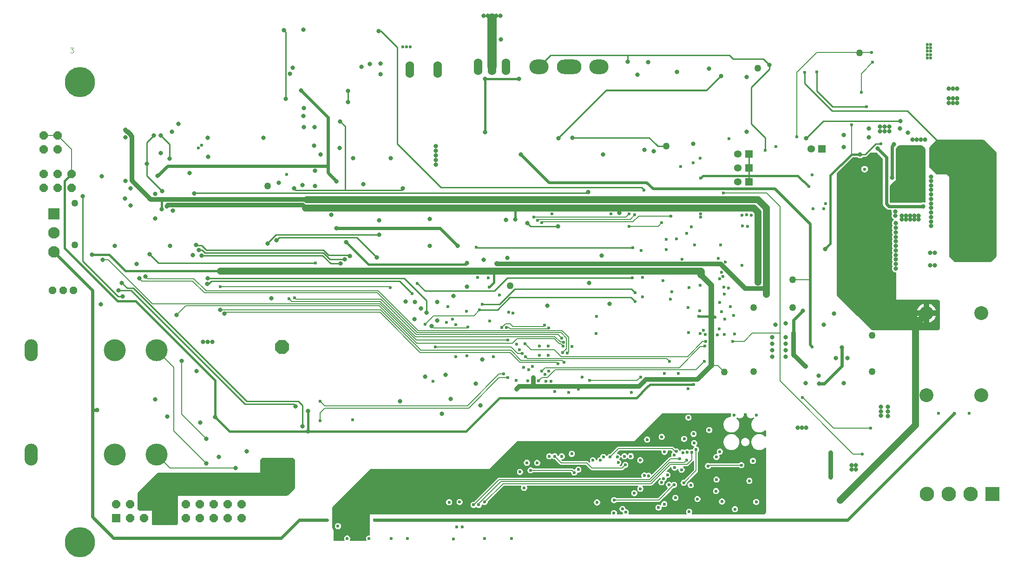
<source format=gbr>
%TF.GenerationSoftware,KiCad,Pcbnew,9.0.6-9.0.6~ubuntu24.04.1*%
%TF.CreationDate,2025-12-08T17:35:34+01:00*%
%TF.ProjectId,EEZ DIB DCP405plus,45455a20-4449-4422-9044-435034303570,r4B4*%
%TF.SameCoordinates,Original*%
%TF.FileFunction,Copper,L3,Inr*%
%TF.FilePolarity,Positive*%
%FSLAX46Y46*%
G04 Gerber Fmt 4.6, Leading zero omitted, Abs format (unit mm)*
G04 Created by KiCad (PCBNEW 9.0.6-9.0.6~ubuntu24.04.1) date 2025-12-08 17:35:34*
%MOMM*%
%LPD*%
G01*
G04 APERTURE LIST*
G04 Aperture macros list*
%AMOutline5P*
0 Free polygon, 5 corners , with rotation*
0 The origin of the aperture is its center*
0 number of corners: always 5*
0 $1 to $10 corner X, Y*
0 $11 Rotation angle, in degrees counterclockwise*
0 create outline with 5 corners*
4,1,5,$1,$2,$3,$4,$5,$6,$7,$8,$9,$10,$1,$2,$11*%
%AMOutline6P*
0 Free polygon, 6 corners , with rotation*
0 The origin of the aperture is its center*
0 number of corners: always 6*
0 $1 to $12 corner X, Y*
0 $13 Rotation angle, in degrees counterclockwise*
0 create outline with 6 corners*
4,1,6,$1,$2,$3,$4,$5,$6,$7,$8,$9,$10,$11,$12,$1,$2,$13*%
%AMOutline7P*
0 Free polygon, 7 corners , with rotation*
0 The origin of the aperture is its center*
0 number of corners: always 7*
0 $1 to $14 corner X, Y*
0 $15 Rotation angle, in degrees counterclockwise*
0 create outline with 7 corners*
4,1,7,$1,$2,$3,$4,$5,$6,$7,$8,$9,$10,$11,$12,$13,$14,$1,$2,$15*%
%AMOutline8P*
0 Free polygon, 8 corners , with rotation*
0 The origin of the aperture is its center*
0 number of corners: always 8*
0 $1 to $16 corner X, Y*
0 $17 Rotation angle, in degrees counterclockwise*
0 create outline with 8 corners*
4,1,8,$1,$2,$3,$4,$5,$6,$7,$8,$9,$10,$11,$12,$13,$14,$15,$16,$1,$2,$17*%
G04 Aperture macros list end*
%ADD10C,0.101600*%
%TA.AperFunction,NonConductor*%
%ADD11C,0.101600*%
%TD*%
%TA.AperFunction,ComponentPad*%
%ADD12O,1.524000X3.048000*%
%TD*%
%TA.AperFunction,ComponentPad*%
%ADD13C,1.270000*%
%TD*%
%TA.AperFunction,ComponentPad*%
%ADD14Outline8P,-0.750000X0.310660X-0.310660X0.750000X0.310660X0.750000X0.750000X0.310660X0.750000X-0.310660X0.310660X-0.750000X-0.310660X-0.750000X-0.750000X-0.310660X0.000000*%
%TD*%
%TA.AperFunction,ComponentPad*%
%ADD15O,3.500000X2.640000*%
%TD*%
%TA.AperFunction,ComponentPad*%
%ADD16O,4.500000X2.640000*%
%TD*%
%TA.AperFunction,ComponentPad*%
%ADD17R,1.500000X1.500000*%
%TD*%
%TA.AperFunction,ComponentPad*%
%ADD18Outline8P,-0.750000X0.310660X-0.310660X0.750000X0.310660X0.750000X0.750000X0.310660X0.750000X-0.310660X0.310660X-0.750000X-0.310660X-0.750000X-0.750000X-0.310660X180.000000*%
%TD*%
%TA.AperFunction,ComponentPad*%
%ADD19R,2.100000X2.100000*%
%TD*%
%TA.AperFunction,ComponentPad*%
%ADD20C,2.100000*%
%TD*%
%TA.AperFunction,ComponentPad*%
%ADD21Outline8P,-0.675000X0.279594X-0.279594X0.675000X0.279594X0.675000X0.675000X0.279594X0.675000X-0.279594X0.279594X-0.675000X-0.279594X-0.675000X-0.675000X-0.279594X180.000000*%
%TD*%
%TA.AperFunction,ComponentPad*%
%ADD22C,5.500000*%
%TD*%
%TA.AperFunction,ComponentPad*%
%ADD23R,2.640000X2.640000*%
%TD*%
%TA.AperFunction,ComponentPad*%
%ADD24C,2.640000*%
%TD*%
%TA.AperFunction,ComponentPad*%
%ADD25R,1.358000X1.358000*%
%TD*%
%TA.AperFunction,ComponentPad*%
%ADD26C,1.358000*%
%TD*%
%TA.AperFunction,ComponentPad*%
%ADD27Outline8P,-1.270000X0.526051X-0.526051X1.270000X0.526051X1.270000X1.270000X0.526051X1.270000X-0.526051X0.526051X-1.270000X-0.526051X-1.270000X-1.270000X-0.526051X0.000000*%
%TD*%
%TA.AperFunction,ComponentPad*%
%ADD28C,2.540000*%
%TD*%
%TA.AperFunction,ComponentPad*%
%ADD29C,4.000000*%
%TD*%
%TA.AperFunction,ComponentPad*%
%ADD30O,2.400000X4.000000*%
%TD*%
%TA.AperFunction,ViaPad*%
%ADD31C,0.600000*%
%TD*%
%TA.AperFunction,ViaPad*%
%ADD32C,0.806400*%
%TD*%
%TA.AperFunction,Conductor*%
%ADD33C,0.203200*%
%TD*%
%TA.AperFunction,Conductor*%
%ADD34C,0.406400*%
%TD*%
%TA.AperFunction,Conductor*%
%ADD35C,0.812800*%
%TD*%
%TA.AperFunction,Conductor*%
%ADD36C,0.609600*%
%TD*%
%TA.AperFunction,Conductor*%
%ADD37C,0.254000*%
%TD*%
%TA.AperFunction,Conductor*%
%ADD38C,0.200000*%
%TD*%
%TA.AperFunction,Conductor*%
%ADD39C,1.016000*%
%TD*%
%TA.AperFunction,Conductor*%
%ADD40C,0.304800*%
%TD*%
%TA.AperFunction,Conductor*%
%ADD41C,1.270000*%
%TD*%
%TA.AperFunction,Conductor*%
%ADD42C,1.676400*%
%TD*%
%TA.AperFunction,Conductor*%
%ADD43C,0.508000*%
%TD*%
G04 APERTURE END LIST*
D10*
D11*
X67773550Y-56734360D02*
X68339607Y-56734360D01*
X68339607Y-56734360D02*
X68034807Y-57082703D01*
X68034807Y-57082703D02*
X68165436Y-57082703D01*
X68165436Y-57082703D02*
X68252522Y-57126246D01*
X68252522Y-57126246D02*
X68296064Y-57169789D01*
X68296064Y-57169789D02*
X68339607Y-57256875D01*
X68339607Y-57256875D02*
X68339607Y-57474589D01*
X68339607Y-57474589D02*
X68296064Y-57561675D01*
X68296064Y-57561675D02*
X68252522Y-57605218D01*
X68252522Y-57605218D02*
X68165436Y-57648760D01*
X68165436Y-57648760D02*
X67904179Y-57648760D01*
X67904179Y-57648760D02*
X67817093Y-57605218D01*
X67817093Y-57605218D02*
X67773550Y-57561675D01*
D12*
%TO.N,Net-(Q17-S)*%
%TO.C,R77*%
X134726100Y-60697500D03*
%TO.N,POST_OUT+*%
X129646100Y-60697500D03*
%TD*%
D13*
%TO.N,+VREF*%
%TO.C,TP2*%
X147900000Y-100160000D03*
%TD*%
%TO.N,PREG_OUT+*%
%TO.C,TP12*%
X193040000Y-60452000D03*
%TD*%
D14*
%TO.N,Net-(IC21A-O)*%
%TO.C,LED2*%
X65470000Y-79730000D03*
%TO.N,Net-(LED2-PadGC)*%
X65470000Y-82270000D03*
%TO.N,Net-(IC21B-O)*%
X62930000Y-79730000D03*
%TO.N,Net-(LED2-PadGC)*%
X62930000Y-82270000D03*
%TO.N,+VLED*%
X68010000Y-79730000D03*
%TO.N,Net-(LED2-PadYC)*%
X68010000Y-82270000D03*
%TD*%
D13*
%TO.N,-12V*%
%TO.C,TP3*%
X199390000Y-99060000D03*
%TD*%
%TO.N,Net-(IC13-Vout)*%
%TO.C,TP5*%
X192278000Y-104140000D03*
%TD*%
D15*
%TO.N,Net-(Q14-G)*%
%TO.C,Q14*%
X164098000Y-60212900D03*
D16*
%TO.N,PREG_OUT+*%
X158648000Y-60212900D03*
D15*
%TO.N,POST_OUT+*%
X153198000Y-60212900D03*
%TD*%
D13*
%TO.N,GND*%
%TO.C,TP9*%
X213868000Y-115824000D03*
%TD*%
D17*
%TO.N,/Rsense protection\u002C power output\u002C Rprog/OUTC+*%
%TO.C,X5*%
X76140000Y-142540000D03*
D18*
X76140000Y-140000000D03*
X78680000Y-142540000D03*
X78680000Y-140000000D03*
X81220000Y-142540000D03*
%TO.N,Net-(F1-Pad2)*%
X81220000Y-140000000D03*
X83760000Y-142540000D03*
X83760000Y-140000000D03*
X86300000Y-142540000D03*
X86300000Y-140000000D03*
%TO.N,POST_OUT-*%
X88840000Y-142540000D03*
X88840000Y-140000000D03*
X91380000Y-142540000D03*
X91380000Y-140000000D03*
%TO.N,/Rsense protection\u002C power output\u002C Rprog/OUTC-*%
X93920000Y-142540000D03*
X93920000Y-140000000D03*
X96460000Y-142540000D03*
X96460000Y-140000000D03*
%TO.N,/Rsense protection\u002C power output\u002C Rprog/SENSE_IN-*%
X99000000Y-142540000D03*
%TO.N,/Rsense protection\u002C power output\u002C Rprog/SENSE_IN+*%
X99000000Y-140000000D03*
%TD*%
D19*
%TO.N,Net-(TP13-P$1)*%
%TO.C,X4*%
X64800000Y-87000000D03*
D20*
%TO.N,Net-(TP14-P$1)*%
X64800000Y-90500000D03*
%TO.N,PE*%
X64800000Y-94000000D03*
%TD*%
D13*
%TO.N,Net-(TP13-P$1)*%
%TO.C,TP13*%
X68580000Y-85090000D03*
%TD*%
%TO.N,GND*%
%TO.C,TP8*%
X103730000Y-81990000D03*
%TD*%
%TO.N,+VNR*%
%TO.C,TP4*%
X192278000Y-115824000D03*
%TD*%
%TO.N,Net-(IC12-Vout)*%
%TO.C,TP6*%
X199390000Y-104140000D03*
%TD*%
D12*
%TO.N,Net-(Q17-G)*%
%TO.C,Q17*%
X147172100Y-60240300D03*
%TO.N,PREG_OUT-*%
X144632100Y-60240300D03*
%TO.N,Net-(Q17-S)*%
X142092100Y-60240300D03*
%TD*%
D21*
%TO.N,Net-(LED1-C)*%
%TO.C,LED1*%
X66445000Y-101000000D03*
%TO.N,Net-(LED1-AG)*%
X68350000Y-101000000D03*
%TO.N,Net-(LED1-AR)*%
X64540000Y-101000000D03*
%TD*%
D22*
%TO.N,*%
%TO.C,KK1*%
X69500000Y-63000000D03*
%TD*%
D23*
%TO.N,/Power pre-regulator/DC-*%
%TO.C,X3*%
X235781000Y-138176000D03*
D24*
%TO.N,unconnected-(X3-Pin_2-Pad2)*%
X231821000Y-138176000D03*
%TO.N,unconnected-(X3-Pin_3-Pad3)*%
X227861000Y-138176000D03*
%TO.N,/Power pre-regulator/DC+*%
X223901000Y-138176000D03*
%TD*%
D13*
%TO.N,+3V3*%
%TO.C,TP7*%
X186940000Y-115870000D03*
%TD*%
%TO.N,POST_OE*%
%TO.C,TP1*%
X176330000Y-74690000D03*
%TD*%
D14*
%TO.N,+VLED*%
%TO.C,LED3*%
X62930000Y-72730000D03*
%TO.N,Net-(LED3B-C)*%
X62930000Y-75270000D03*
%TO.N,+VLED*%
X65470000Y-72730000D03*
%TO.N,Net-(LED3A-C)*%
X65470000Y-75270000D03*
%TD*%
D25*
%TO.N,+3V3*%
%TO.C,JP4*%
X191430000Y-78640000D03*
D26*
%TO.N,OE_TRIG*%
X189430000Y-78640000D03*
%TD*%
D25*
%TO.N,+3V3*%
%TO.C,JP8*%
X191420000Y-76130000D03*
D26*
%TO.N,PREG_OE*%
X189420000Y-76130000D03*
%TD*%
D22*
%TO.N,*%
%TO.C,KK2*%
X69500000Y-147000000D03*
%TD*%
D27*
%TO.N,POST_OUT+*%
%TO.C,F1*%
X106362500Y-111360000D03*
%TO.N,Net-(F1-Pad2)*%
X106362500Y-133860000D03*
%TD*%
D13*
%TO.N,Net-(TP14-P$1)*%
%TO.C,TP14*%
X68580000Y-92710000D03*
%TD*%
D28*
%TO.N,/Power pre-regulator/DC+*%
%TO.C,L1*%
X223803200Y-120149000D03*
%TO.N,DC_OUT*%
X223803200Y-105149000D03*
%TO.N,/Power pre-regulator/DC-*%
X233803200Y-120149000D03*
%TO.N,PREG_OUT-*%
X233803200Y-105149000D03*
%TD*%
D13*
%TO.N,DUTY_100*%
%TO.C,TP11*%
X211610000Y-57620000D03*
%TD*%
D29*
%TO.N,/Rsense protection\u002C power output\u002C Rprog/OUTC+*%
%TO.C,J1*%
X75900000Y-111950000D03*
D30*
X60600000Y-111950000D03*
D29*
%TO.N,/Rsense protection\u002C power output\u002C Rprog/SENSE_IN+*%
X83500000Y-111950000D03*
%TD*%
D25*
%TO.N,DC_OUT*%
%TO.C,JP7*%
X204758800Y-75184000D03*
D26*
%TO.N,Net-(JP7-Pad2)*%
X202758800Y-75184000D03*
%TD*%
D13*
%TO.N,DC_OUT*%
%TO.C,TP10*%
X213868000Y-109220000D03*
%TD*%
D25*
%TO.N,+3V3*%
%TO.C,JP5*%
X191420000Y-81160000D03*
D26*
%TO.N,ISO_OE_SYNC*%
X189420000Y-81160000D03*
%TD*%
D29*
%TO.N,/Rsense protection\u002C power output\u002C Rprog/OUTC-*%
%TO.C,J2*%
X75900000Y-131000000D03*
D30*
X60600000Y-131000000D03*
D29*
%TO.N,/Rsense protection\u002C power output\u002C Rprog/SENSE_IN-*%
X83500000Y-131000000D03*
%TD*%
D31*
%TO.N,ISO_SCLK1*%
X185660000Y-109100000D03*
%TO.N,ISO_MISO1*%
X186050000Y-108030000D03*
%TO.N,~{ISO_TEMP_CS}*%
X186963200Y-109094891D03*
%TO.N,/DIB isolators\u002C EEPROM\u002C ADC\u002C MCU/ISO_ADC_SCLK*%
X183170000Y-108320000D03*
X186440000Y-97680000D03*
%TO.N,PE*%
X123191753Y-142934353D03*
X228850200Y-123451000D03*
D32*
X72629500Y-122872500D03*
D31*
X114530000Y-142900000D03*
%TO.N,PWRGOOD*%
X212132600Y-130865000D03*
X150655143Y-110733421D03*
X186811600Y-83200000D03*
X183550000Y-110340000D03*
X188480000Y-110300000D03*
%TO.N,GND*%
X137990000Y-107300000D03*
X180530000Y-100520000D03*
D32*
X142539135Y-122038433D03*
X195697000Y-111932800D03*
X84292500Y-75989000D03*
X210164100Y-132960500D03*
D31*
X186300000Y-92730313D03*
D32*
X73500000Y-80210000D03*
D31*
X196342000Y-74777600D03*
X191900000Y-87254600D03*
X182497200Y-104728581D03*
D32*
X142862300Y-113593300D03*
X112400000Y-81940000D03*
X110340000Y-71180000D03*
D31*
X182570000Y-76860000D03*
X176380000Y-93550000D03*
X176020000Y-116180000D03*
D32*
X205028800Y-107238800D03*
X85982900Y-92903400D03*
X86445300Y-86423500D03*
X209362200Y-113331800D03*
X195697000Y-109583300D03*
X164579300Y-94691200D03*
X201845600Y-126039000D03*
D31*
X180360000Y-118940000D03*
X151320000Y-115450000D03*
X186137400Y-103191083D03*
D32*
X181254000Y-74246400D03*
X92928500Y-76624000D03*
X132402000Y-116793400D03*
X201083600Y-126039000D03*
D31*
X180910000Y-89450000D03*
X153225500Y-112877600D03*
D32*
X143108100Y-95419300D03*
D31*
X190210000Y-87260000D03*
D32*
X162330000Y-99650000D03*
X130478100Y-106277800D03*
X201803000Y-117983000D03*
D31*
X181254000Y-77738900D03*
D32*
X122318000Y-59671350D03*
D31*
X151961008Y-114861782D03*
D32*
X198110000Y-113139300D03*
X112340000Y-79170000D03*
D31*
X161074100Y-116840000D03*
D32*
X198110000Y-109583300D03*
X204177500Y-116600900D03*
D31*
X169976800Y-119634000D03*
X154863800Y-111150400D03*
X154863800Y-112826800D03*
D32*
X127812800Y-121202800D03*
D31*
X186450000Y-104940000D03*
D32*
X195697000Y-113075800D03*
D31*
X166268000Y-87073400D03*
D32*
X141690000Y-117990000D03*
X147153200Y-88154900D03*
D31*
X142000107Y-98672400D03*
D32*
X105791000Y-81335000D03*
D31*
X119214500Y-124601900D03*
D32*
X198120000Y-107061000D03*
X136140700Y-116448300D03*
X115301600Y-87202400D03*
X119278000Y-76913400D03*
X90083700Y-94581800D03*
X121190000Y-81660000D03*
D31*
X180350000Y-104110000D03*
X172068527Y-102184195D03*
X153225500Y-111163100D03*
D32*
X154703200Y-103770000D03*
X207284300Y-113331800D03*
X173056152Y-59323900D03*
X73304400Y-103555800D03*
D31*
X149017900Y-117462300D03*
X143916000Y-98693900D03*
D32*
X210926100Y-133722500D03*
X137552000Y-102010600D03*
X108330000Y-60350000D03*
D31*
X202930000Y-79950000D03*
X179270000Y-95340000D03*
D32*
X120820000Y-60240000D03*
X210164100Y-133722500D03*
X87467500Y-70591500D03*
X77747500Y-84214400D03*
X110285100Y-69143000D03*
X89471500Y-79629000D03*
X198110000Y-110726300D03*
D31*
X191171300Y-89350100D03*
D32*
X75847000Y-92880000D03*
D31*
X205384000Y-85166200D03*
D32*
X200321600Y-126039000D03*
D31*
X180070000Y-90570000D03*
D32*
X215493600Y-123901200D03*
X110271400Y-53459500D03*
X77851000Y-81026000D03*
X215493600Y-123088400D03*
X83248500Y-120904000D03*
X130541600Y-103090100D03*
X196265800Y-107289600D03*
X135466400Y-123503300D03*
X198110000Y-111932800D03*
X110351054Y-67750000D03*
X195697000Y-110726300D03*
X208749500Y-117934400D03*
X137101400Y-120829800D03*
X215493600Y-122288300D03*
D31*
X145973800Y-101828600D03*
D32*
X184198500Y-60547450D03*
D31*
X177420000Y-101235805D03*
X191055000Y-87250000D03*
X177150000Y-102635805D03*
X181520000Y-92750313D03*
D32*
X124290000Y-59650000D03*
D31*
X176350000Y-91730000D03*
D32*
X206933800Y-105232200D03*
X77815500Y-73093100D03*
D31*
X144179200Y-106578400D03*
D32*
X79886900Y-96205400D03*
D31*
X158623000Y-119659400D03*
D32*
X210926100Y-132960500D03*
%TO.N,POST_OUT+*%
X92798900Y-110439200D03*
X104423900Y-102489000D03*
X146219600Y-55236500D03*
D31*
X194360800Y-75412600D03*
X129755500Y-56593400D03*
D32*
X195152700Y-59872000D03*
X88074500Y-113919000D03*
X93624400Y-110439200D03*
X91973400Y-110439200D03*
D31*
X129057000Y-56593400D03*
D32*
X169316000Y-59265400D03*
X102988800Y-73143500D03*
X92583000Y-128143000D03*
D31*
X128358500Y-56593400D03*
D32*
%TO.N,I_MON*%
X108516000Y-82401800D03*
X147383500Y-95097600D03*
X128401500Y-82363700D03*
X116940000Y-70171700D03*
%TO.N,SENSE-*%
X99885500Y-130429000D03*
X123659500Y-95025600D03*
X105346500Y-91884500D03*
%TO.N,SENSE+*%
X124040500Y-88256500D03*
X103695500Y-92456000D03*
X94805500Y-131381500D03*
X124040500Y-90860000D03*
D31*
%TO.N,U_MON*%
X140022400Y-112979200D03*
X141757000Y-93115600D03*
X170280000Y-93180000D03*
D32*
%TO.N,I_SET*%
X91698500Y-94644600D03*
D31*
X132461000Y-107162600D03*
D32*
X85835400Y-76966900D03*
D31*
X170698527Y-103004195D03*
D32*
X84286000Y-72750500D03*
D31*
X142367000Y-104546400D03*
D32*
X117035000Y-96117800D03*
%TO.N,POST_OE*%
X159300600Y-73118100D03*
D31*
%TO.N,U_SET_OUT*%
X136550000Y-103966400D03*
X136280000Y-106850000D03*
D32*
%TO.N,GCOM*%
X116260300Y-89704300D03*
X109791500Y-64507500D03*
X83689100Y-80129200D03*
X138320200Y-92892000D03*
X116260300Y-81081000D03*
D31*
%TO.N,+VREF*%
X137395745Y-106274739D03*
X182532253Y-100080000D03*
D32*
X140088200Y-100326700D03*
D31*
X175750000Y-99250000D03*
D32*
X140081000Y-96037400D03*
X118063700Y-92218900D03*
%TO.N,CURR_HI*%
X106990000Y-66010000D03*
D31*
X107619800Y-102514400D03*
X107167000Y-79840000D03*
X157637201Y-110450855D03*
D32*
X106652900Y-53471200D03*
D31*
%TO.N,OE_TRIG*%
X188632800Y-105559221D03*
%TO.N,CV_ACTIVE*%
X170649500Y-87200400D03*
X149593300Y-111887000D03*
X152882600Y-88226900D03*
%TO.N,CC_ACTIVE*%
X169633500Y-87009900D03*
X149072600Y-110807500D03*
X152260300Y-87655400D03*
D32*
%TO.N,/Power pre-regulator/SW*%
X220347588Y-79939282D03*
X221173088Y-79939282D03*
X221173088Y-79113782D03*
X218696588Y-79113782D03*
X219522088Y-79939282D03*
X221998588Y-79113782D03*
X218696588Y-79939282D03*
X221998588Y-79939282D03*
X220347588Y-79113782D03*
X219522088Y-79113782D03*
%TO.N,AUX_USET_SW*%
X95072200Y-104597200D03*
D31*
X157717344Y-114101600D03*
%TO.N,RSENSE*%
X157581600Y-111201200D03*
D32*
X87147400Y-105460800D03*
D31*
%TO.N,RSENSE_ERR*%
X147480000Y-110101200D03*
D32*
X73661000Y-95402400D03*
%TO.N,U_SET*%
X117750165Y-95337600D03*
D31*
X138053901Y-113085701D03*
D32*
X128909500Y-103052000D03*
X91203200Y-93654000D03*
D31*
X142836500Y-103583400D03*
X170698527Y-101464195D03*
X139928598Y-104817300D03*
D32*
X131690800Y-104309300D03*
D31*
%TO.N,/Power pre-regulator/VCC*%
X210108800Y-70764400D03*
D32*
X205340000Y-93510000D03*
D31*
X215521588Y-74224282D03*
D32*
X211711588Y-76192782D03*
D31*
%TO.N,/Power pre-regulator/FB*%
X212900488Y-67490782D03*
X203796500Y-61165400D03*
%TO.N,/Power pre-regulator/AGND*%
X213995000Y-59359800D03*
X211912200Y-64897000D03*
%TO.N,+3V3*%
X175510000Y-88690000D03*
D32*
X110090000Y-81790000D03*
D31*
X182632000Y-80492600D03*
X202333233Y-82069052D03*
X176660000Y-117150000D03*
X178962100Y-78437400D03*
X182330000Y-105750000D03*
X182680000Y-98230000D03*
D32*
X95102100Y-97487400D03*
X109245000Y-97487400D03*
X134599100Y-103090100D03*
D31*
X160337500Y-119011700D03*
X182680000Y-97540000D03*
X182650000Y-87630000D03*
X149085300Y-119024400D03*
X152146000Y-116916200D03*
X185830000Y-95140000D03*
X185258232Y-105885614D03*
D32*
X134611800Y-106481000D03*
D31*
X182650000Y-87070000D03*
X169633500Y-89295900D03*
D32*
X71687175Y-94525789D03*
D31*
X178260000Y-91630000D03*
X144106500Y-100421400D03*
D32*
X134581500Y-97487400D03*
D31*
%TO.N,~{OVP_FAULT}*%
X153678421Y-88675300D03*
X133883400Y-117576600D03*
X150152100Y-112522000D03*
X177190000Y-87460000D03*
X134327900Y-111311600D03*
%TO.N,ISO_OE_SYNC*%
X183340000Y-113930000D03*
X153111200Y-117500400D03*
D32*
%TO.N,/Power pre-regulator/EN_ULVO*%
X219077588Y-70096782D03*
X201853800Y-73253600D03*
%TO.N,Net-(K1A-C2)*%
X91440000Y-125158500D03*
X77266800Y-102108000D03*
X70040500Y-83840000D03*
X85471000Y-124079000D03*
%TO.N,/Power pre-regulator/HO*%
X217871088Y-74351282D03*
X217490088Y-80447282D03*
%TO.N,/Power pre-regulator/LO*%
X223205088Y-85654282D03*
X214886588Y-75113282D03*
%TO.N,/Rsense protection\u002C power output\u002C Rprog/AUX_OUT*%
X118686000Y-94720800D03*
X90669800Y-92676100D03*
%TO.N,/Rsense protection\u002C power output\u002C Rprog/SENSE_IN+*%
X92519500Y-132588000D03*
%TO.N,/Rsense protection\u002C power output\u002C Rprog/SENSE_IN-*%
X97917000Y-133413500D03*
%TO.N,DC_OUT*%
X212854588Y-95369782D03*
D31*
X223936200Y-56741800D03*
D32*
X210965200Y-81209282D03*
X191012500Y-72076700D03*
X220411088Y-72192282D03*
X210965200Y-83685782D03*
X214061088Y-86606782D03*
X210965200Y-82860282D03*
X212854588Y-88765782D03*
X213934088Y-103053282D03*
X210965200Y-80383782D03*
X212854588Y-94544282D03*
X210965200Y-84511282D03*
D31*
X223936200Y-57961000D03*
X223936200Y-56132200D03*
D32*
X210965200Y-86162282D03*
X209252400Y-82860282D03*
D31*
X223936200Y-58570600D03*
D32*
X209252400Y-83685782D03*
D31*
X225958400Y-123444000D03*
D32*
X212854588Y-96195282D03*
X210965200Y-85336782D03*
X209252400Y-85336782D03*
D31*
X223936200Y-57351400D03*
X224545800Y-56132200D03*
D32*
X209252400Y-84511282D03*
X212854588Y-90416782D03*
X208068600Y-139247000D03*
X213045088Y-100894282D03*
X209252400Y-82034782D03*
X212854588Y-93718782D03*
X213934088Y-100894282D03*
X213045088Y-103053282D03*
D31*
X224545800Y-57351400D03*
X224545800Y-56741800D03*
D32*
X212854588Y-92893282D03*
X209252400Y-81209282D03*
X214061088Y-87368782D03*
X210965200Y-82034782D03*
X209252400Y-86162282D03*
X212854588Y-97020782D03*
X209252400Y-80383782D03*
X212854588Y-89591282D03*
D31*
X224545800Y-57961000D03*
X224545800Y-58570600D03*
D32*
X212854588Y-91242282D03*
X212854588Y-92067782D03*
X191012500Y-62081800D03*
%TO.N,+VNR*%
X199570500Y-108757800D03*
X201752200Y-114935000D03*
X201218800Y-104749600D03*
D31*
%TO.N,AUX_ISET_SW*%
X156654500Y-114407790D03*
D32*
X95852400Y-105257600D03*
%TO.N,I_SERVO*%
X116882600Y-75010400D03*
X112229500Y-74627400D03*
%TO.N,LOOP_CTRL*%
X151058300Y-88726400D03*
X164863200Y-76191500D03*
X156632546Y-89315956D03*
%TO.N,SENSE_PROT*%
X162183500Y-83027600D03*
X178332998Y-61165400D03*
X174096100Y-75632700D03*
X90376766Y-83352136D03*
D31*
%TO.N,CURR_LO*%
X157314900Y-109766100D03*
X108610574Y-102370800D03*
D32*
X107760000Y-61480000D03*
%TO.N,CV_LED_OUT*%
X80329726Y-98849067D03*
D31*
X157522063Y-112328025D03*
D32*
X78740000Y-85534500D03*
%TO.N,CC_LED_OUT*%
X81434022Y-98491651D03*
X78740000Y-82423000D03*
D31*
X158315334Y-112428400D03*
D32*
%TO.N,I_SET_OUT*%
X126136003Y-76889994D03*
D31*
X140191400Y-107721400D03*
D32*
X133604000Y-107569000D03*
D31*
%TO.N,POST_OUT-*%
X95072200Y-100304600D03*
X131025500Y-99709900D03*
X170150000Y-98690000D03*
X171790000Y-93710000D03*
X126111000Y-100482400D03*
D32*
X90805000Y-115722400D03*
%TO.N,V+*%
X110850100Y-84383000D03*
X84391500Y-86169500D03*
X162221600Y-96206700D03*
D31*
X144907000Y-113130000D03*
D32*
X77809000Y-71734500D03*
D31*
X190268800Y-89260000D03*
D32*
X194564000Y-101650800D03*
X166080000Y-103470000D03*
X112253450Y-71238500D03*
X166603100Y-96206700D03*
X119809950Y-84383000D03*
X145440000Y-96117800D03*
D31*
X194564000Y-88011000D03*
D32*
%TO.N,V-*%
X85341550Y-85643371D03*
X124292700Y-61570000D03*
X193065000Y-99455894D03*
X148855000Y-88015200D03*
X167847700Y-86910300D03*
X123486600Y-85907000D03*
X113402800Y-85907000D03*
X113409150Y-76178800D03*
%TO.N,PREG_OUT-*%
X218188588Y-94544282D03*
X143876450Y-50855000D03*
X229384588Y-66797379D03*
X222760588Y-73525782D03*
X229384588Y-65971879D03*
X213299088Y-73081282D03*
X145400450Y-50855000D03*
X220835588Y-87366186D03*
D31*
X172300500Y-82691900D03*
D32*
X228602588Y-64191282D03*
D31*
X212519488Y-78883182D03*
D32*
X213299088Y-71430282D03*
X218188588Y-90416782D03*
X216789000Y-123926600D03*
X224665588Y-85146282D03*
X218188588Y-95369782D03*
X220073588Y-88064686D03*
X221236588Y-73525782D03*
X228622588Y-66797379D03*
X224475088Y-94163282D03*
D31*
X172016938Y-98602595D03*
D32*
X225300588Y-96449282D03*
X221998588Y-73525782D03*
X224665588Y-83495282D03*
X216789000Y-123090400D03*
X224665588Y-88448282D03*
X221597588Y-88064686D03*
X218188588Y-88765782D03*
X218188588Y-97020782D03*
X219311588Y-88064686D03*
X229384588Y-64193879D03*
X216156588Y-71112782D03*
X224665588Y-84320782D03*
X224475088Y-96449282D03*
X144638450Y-50855000D03*
X218125088Y-86606782D03*
X224665588Y-80256782D03*
X224665588Y-89273782D03*
X143114450Y-50855000D03*
X220073588Y-87366186D03*
X208709488Y-74882682D03*
X227860588Y-66797379D03*
X219311588Y-87366186D03*
X218188588Y-89591282D03*
X218188588Y-91242282D03*
X218188588Y-92067782D03*
X218950588Y-71430282D03*
X224665588Y-82669782D03*
X146162450Y-50855000D03*
X218125088Y-87368782D03*
X220835588Y-88064686D03*
X222359588Y-87366186D03*
X224665588Y-81844282D03*
X218188588Y-92893282D03*
X227860588Y-65971879D03*
X216156588Y-71938282D03*
X221597588Y-87366186D03*
X216982088Y-71112782D03*
X208727088Y-72636782D03*
X224665588Y-85971782D03*
X224665588Y-87622782D03*
X223522588Y-73525782D03*
X227860588Y-64193879D03*
X224665588Y-86797282D03*
X225300588Y-94163282D03*
X218188588Y-96195282D03*
X224665588Y-81018782D03*
X215331088Y-71938282D03*
X216789000Y-122275600D03*
D31*
X231546400Y-123444000D03*
D32*
X222359588Y-88064686D03*
X216982088Y-71938282D03*
X124001100Y-53712500D03*
X218188588Y-93718782D03*
X215331088Y-71112782D03*
X228622588Y-65971879D03*
D31*
%TO.N,DIB_3V3*%
X185790000Y-141560000D03*
X192500000Y-133840000D03*
X161747200Y-131860200D03*
X175342614Y-125829232D03*
X174400000Y-128190000D03*
X185902600Y-125095000D03*
X170535906Y-137236140D03*
X184226200Y-138455400D03*
X181190900Y-139979400D03*
X120200000Y-146200000D03*
X120200000Y-145500000D03*
X150305376Y-131547600D03*
%TO.N,~{ISO_DAC_CS}*%
X163626800Y-105781600D03*
X163614100Y-108911600D03*
D32*
%TO.N,Net-(IC17A--IN)*%
X118413100Y-64634500D03*
X118413100Y-66603000D03*
D31*
%TO.N,/DIB isolators\u002C EEPROM\u002C ADC\u002C MCU/ADC_SCLK*%
X180213000Y-130530600D03*
X164896800Y-131419600D03*
%TO.N,/DIB isolators\u002C EEPROM\u002C ADC\u002C MCU/~{ADC_CS}*%
X164320000Y-132040000D03*
X163000000Y-132020000D03*
%TO.N,/DIB isolators\u002C EEPROM\u002C ADC\u002C MCU/ADC_MOSI*%
X178238967Y-130404600D03*
X166116000Y-131445000D03*
%TO.N,/DIB isolators\u002C EEPROM\u002C ADC\u002C MCU/ADC_MISO*%
X167436800Y-131394200D03*
X179374800Y-130606800D03*
D32*
%TO.N,Net-(LED1-AR)*%
X77152500Y-99631500D03*
X110045500Y-125785000D03*
%TO.N,Net-(LED1-AG)*%
X76581000Y-101028500D03*
X108839000Y-122165500D03*
%TO.N,Net-(IC18B-+IN)*%
X133272100Y-88002500D03*
X133272100Y-92892000D03*
D31*
%TO.N,/DIB isolators\u002C EEPROM\u002C ADC\u002C MCU/AC_FREQ*%
X138709304Y-139639304D03*
X136790000Y-139670000D03*
%TO.N,/DIB isolators\u002C EEPROM\u002C ADC\u002C MCU/NRST*%
X190050000Y-132910000D03*
X174970000Y-140660000D03*
X183974967Y-133060449D03*
%TO.N,/DIB isolators\u002C EEPROM\u002C ADC\u002C MCU/~{ISO_ADC_CS}*%
X162369500Y-117462300D03*
X188825751Y-108955751D03*
X190190000Y-96420000D03*
X171704000Y-116814600D03*
%TO.N,/DIB isolators\u002C EEPROM\u002C ADC\u002C MCU/SWCLK*%
X184200000Y-126510000D03*
X176615751Y-134695751D03*
%TO.N,/DIB isolators\u002C EEPROM\u002C ADC\u002C MCU/SWO*%
X176859001Y-136482241D03*
X188691614Y-123812772D03*
%TO.N,/DIB isolators\u002C EEPROM\u002C ADC\u002C MCU/DIB_BOOT0*%
X166852600Y-139293600D03*
X166840000Y-141680000D03*
X177780000Y-136516019D03*
%TO.N,/DIB isolators\u002C EEPROM\u002C ADC\u002C MCU/DIB_UART_TX*%
X150460000Y-137067200D03*
X171636932Y-132001600D03*
%TO.N,/DIB isolators\u002C EEPROM\u002C ADC\u002C MCU/IOEXP_MISO*%
X168910000Y-132860000D03*
X156032200Y-131292600D03*
%TO.N,/DIB isolators\u002C EEPROM\u002C ADC\u002C MCU/~{IOEXP_IRQ}*%
X179628800Y-128101000D03*
X157327600Y-131292600D03*
%TO.N,/DIB isolators\u002C EEPROM\u002C ADC\u002C MCU/IOEXP_MOSI*%
X155067000Y-131292600D03*
X181460000Y-128890000D03*
%TO.N,/DIB isolators\u002C EEPROM\u002C ADC\u002C MCU/SWDIO*%
X175888400Y-135381002D03*
X186132831Y-130442819D03*
%TO.N,/DIB isolators\u002C EEPROM\u002C ADC\u002C MCU/~{ISO_ADC_IRQ}*%
X183470000Y-109060000D03*
X186877450Y-100404068D03*
%TO.N,/DAC\u002C OE\u002C Vref\u002C IOEXP\u002C Temp/~{SET_DP}*%
X155498800Y-87045800D03*
X159170000Y-111230000D03*
%TO.N,/DIB isolators\u002C EEPROM\u002C ADC\u002C MCU/~{DIB_ALERT}*%
X167608225Y-132436990D03*
%TO.N,/DAC\u002C OE\u002C Vref\u002C IOEXP\u002C Temp/OE_LED_GREEN*%
X113258600Y-121225700D03*
X146435704Y-107771500D03*
X146718400Y-116255800D03*
X154180692Y-107400957D03*
%TO.N,PREG_OE*%
X187050049Y-106238449D03*
%TO.N,/DIB isolators\u002C EEPROM\u002C ADC\u002C MCU/ADC_IRQ*%
X168732200Y-131292600D03*
X177825400Y-131038600D03*
%TO.N,ISO_SCLK1*%
X154292288Y-116307932D03*
X147680000Y-104970000D03*
X154406600Y-117602000D03*
%TO.N,ISO_MOSI1*%
X148450000Y-105140000D03*
X154917850Y-115732452D03*
X155346400Y-117576600D03*
%TO.N,ISO_MISO1*%
X150370000Y-115040000D03*
X156083000Y-119480000D03*
%TO.N,/DIB isolators\u002C EEPROM\u002C ADC\u002C MCU/~{DIB_RESET}*%
X152840000Y-132490000D03*
X150970000Y-132470000D03*
%TO.N,~{ISO_RESET}*%
X183391311Y-111197186D03*
X151141600Y-117538899D03*
X153691700Y-115722500D03*
X186955249Y-101707268D03*
%TO.N,/DIB isolators\u002C EEPROM\u002C ADC\u002C MCU/DIB_MOSI*%
X168980944Y-141492447D03*
X179160000Y-133760000D03*
X139197300Y-144230000D03*
%TO.N,/DIB isolators\u002C EEPROM\u002C ADC\u002C MCU/DIB_CSA*%
X180096167Y-131999361D03*
X142197300Y-140161600D03*
%TO.N,/DAC\u002C OE\u002C Vref\u002C IOEXP\u002C Temp/OE_LED_RED*%
X113322100Y-124819800D03*
X147472400Y-116967000D03*
X147280000Y-107780000D03*
X154943900Y-107827800D03*
%TO.N,/DIB isolators\u002C EEPROM\u002C ADC\u002C MCU/DIB_USB_D-*%
X172386098Y-134779641D03*
%TO.N,/DIB isolators\u002C EEPROM\u002C ADC\u002C MCU/DIB_USB_D+*%
X173139402Y-134846867D03*
%TO.N,/DIB isolators\u002C EEPROM\u002C ADC\u002C MCU/DIB_MISO*%
X143280000Y-139650000D03*
X181028722Y-130569785D03*
%TO.N,/DIB isolators\u002C EEPROM\u002C ADC\u002C MCU/DIB_IRQ*%
X178792967Y-131780000D03*
X141269401Y-140161600D03*
%TO.N,/DIB isolators\u002C EEPROM\u002C ADC\u002C MCU/DIB_SCLK*%
X168398449Y-140909951D03*
X138197300Y-144210000D03*
X177880000Y-133380000D03*
%TO.N,/DIB isolators\u002C EEPROM\u002C ADC\u002C MCU/~{DIB_FAULT}*%
X159600000Y-134264556D03*
X151640000Y-133850000D03*
%TO.N,~{ISO_TEMP_CS}*%
X178610000Y-116190000D03*
%TO.N,DIB_GND*%
X175496518Y-136054359D03*
X143280000Y-146290000D03*
X176050000Y-130470000D03*
X170550000Y-138010000D03*
X192160000Y-132140000D03*
X180550000Y-141420000D03*
X188880000Y-140940000D03*
X185521600Y-135534400D03*
X160346112Y-133709556D03*
X116550000Y-144060000D03*
X122220000Y-146290000D03*
X181360000Y-127210000D03*
X169890376Y-131283800D03*
X185510000Y-131420000D03*
X137578400Y-146349998D03*
X192821158Y-123814215D03*
X149710000Y-134140000D03*
X118220000Y-146300000D03*
X163753800Y-139700000D03*
X176000000Y-140008400D03*
X129190000Y-146290000D03*
X175540000Y-127740000D03*
X172890000Y-128240000D03*
X191520000Y-135770000D03*
X180400000Y-124220000D03*
X171650196Y-137215408D03*
X186530000Y-139531600D03*
X180839200Y-136543494D03*
X126210000Y-146330000D03*
X148200000Y-146290000D03*
X159156400Y-130848950D03*
X185440000Y-137640000D03*
X192754080Y-139633399D03*
%TO.N,/DIB isolators\u002C EEPROM\u002C ADC\u002C MCU/SCL*%
X182050000Y-139090000D03*
X178040000Y-138860000D03*
D32*
%TO.N,Net-(D18-PadC)*%
X134357800Y-76343900D03*
X149504000Y-62412000D03*
X143362100Y-62412000D03*
X134357800Y-75493000D03*
X134357800Y-74642100D03*
X134357800Y-78045700D03*
X143362100Y-72127500D03*
X134357800Y-77194800D03*
%TO.N,Net-(Q13-PadB)*%
X171094000Y-61612400D03*
X172427500Y-75325900D03*
D31*
%TO.N,DUTY_100*%
X187786189Y-73343377D03*
X188020000Y-103980000D03*
X213817200Y-57607200D03*
X200177400Y-72999600D03*
%TO.N,+VLED*%
X181360000Y-118200000D03*
D32*
X111125000Y-126746000D03*
X94183200Y-124155200D03*
X111125000Y-123063000D03*
%TO.N,-12V*%
X204190600Y-118033800D03*
D31*
X202971400Y-111302800D03*
D32*
X149851800Y-76216900D03*
X208408250Y-111397200D03*
D31*
%TO.N,Net-(IC1-~{DONE})*%
X187088604Y-95816700D03*
X187703114Y-100606017D03*
%TO.N,ISO_SCLK1*%
X203140000Y-86140000D03*
X205060000Y-86150000D03*
%TO.N,/DIB isolators\u002C EEPROM\u002C ADC\u002C MCU/ISO_ADC_MOSI*%
X186123200Y-98928458D03*
X180470000Y-108730000D03*
%TO.N,/DIB isolators\u002C EEPROM\u002C ADC\u002C MCU/ISO_ADC_MISO*%
X182513790Y-108860272D03*
X186709249Y-98430751D03*
%TO.N,~{ISO_IOEXP_CS}*%
X176970000Y-113990000D03*
X150686743Y-113104590D03*
%TO.N,/DIB isolators\u002C EEPROM\u002C ADC\u002C MCU/~{TEMP_CS}*%
X181810000Y-130060000D03*
X179570000Y-136120000D03*
D32*
%TO.N,Net-(IC9-PH)*%
X206354100Y-130611000D03*
X206354100Y-135119500D03*
D31*
%TO.N,Net-(C49-Pad1)*%
X213639400Y-126161800D03*
X201168000Y-120548400D03*
D32*
%TO.N,Net-(C77-Pad1)*%
X230063088Y-87622782D03*
X230063088Y-84320782D03*
X230063088Y-83495282D03*
D31*
X201610000Y-61180000D03*
D32*
X230634588Y-77843782D03*
X230063088Y-85971782D03*
X230063088Y-85146282D03*
X230063088Y-81844282D03*
X230063088Y-82669782D03*
X230063088Y-86797282D03*
X230634588Y-76256282D03*
X230634588Y-75430782D03*
X230063088Y-81018782D03*
X230063088Y-88448282D03*
X230063088Y-89273782D03*
X230634588Y-77081782D03*
%TO.N,Net-(C91-Pad1)*%
X186397500Y-61863900D03*
X156730000Y-73240000D03*
%TO.N,Net-(C112-Pad2)*%
X82250700Y-94443381D03*
D31*
X112483500Y-96026900D03*
D32*
%TO.N,Net-(IC23A-OUT)*%
X83255419Y-87890919D03*
X83270000Y-83418500D03*
%TO.N,Net-(IC22B--IN)*%
X81746000Y-77907700D03*
X84522400Y-82870400D03*
X83016000Y-72750500D03*
%TO.N,Net-(IC21B-I0)*%
X86254500Y-72052000D03*
X92840900Y-73154900D03*
%TO.N,Net-(IC21B-O)*%
X92830000Y-98835600D03*
D31*
X91723000Y-74510000D03*
D32*
X132656000Y-105109400D03*
D31*
%TO.N,Net-(IC21A-O)*%
X130073000Y-101614900D03*
D32*
X92727200Y-99826200D03*
D31*
X91073000Y-75040000D03*
%TD*%
D33*
%TO.N,ISO_OE_SYNC*%
X153111200Y-117500400D02*
X153670000Y-116941600D01*
X181788900Y-115481100D02*
X183340000Y-113930000D01*
X156121100Y-115481100D02*
X181788900Y-115481100D01*
X153670000Y-116941600D02*
X154660600Y-116941600D01*
X154660600Y-116941600D02*
X156121100Y-115481100D01*
%TO.N,~{ISO_RESET}*%
X178735305Y-115121985D02*
X182587290Y-111270000D01*
X153691700Y-115722500D02*
X154292215Y-115121985D01*
X183318497Y-111270000D02*
X183391311Y-111197186D01*
X182587290Y-111270000D02*
X183318497Y-111270000D01*
X154292215Y-115121985D02*
X178735305Y-115121985D01*
D34*
%TO.N,+3V3*%
X185122618Y-105750000D02*
X185258232Y-105885614D01*
X184560000Y-105750000D02*
X185122618Y-105750000D01*
D35*
%TO.N,V+*%
X194045817Y-100713200D02*
X190743200Y-100713200D01*
X190743200Y-100713200D02*
X186236700Y-96206700D01*
X186236700Y-96206700D02*
X166603100Y-96206700D01*
D36*
%TO.N,PE*%
X71818500Y-142368500D02*
X75652400Y-146202400D01*
X228850200Y-123473200D02*
X209423400Y-142900000D01*
X106197600Y-146202400D02*
X109500000Y-142900000D01*
X71867500Y-122872500D02*
X72629500Y-122872500D01*
X209423400Y-142900000D02*
X123226106Y-142900000D01*
X64800000Y-94000000D02*
X71818500Y-101018500D01*
X123226106Y-142900000D02*
X123191753Y-142934353D01*
X71818500Y-101018500D02*
X71818500Y-142368500D01*
X109500000Y-142900000D02*
X114530000Y-142900000D01*
X75652400Y-146202400D02*
X106197600Y-146202400D01*
D33*
%TO.N,PWRGOOD*%
X151732148Y-111810426D02*
X155970426Y-111810426D01*
X180271568Y-113080000D02*
X183011568Y-110340000D01*
X210425000Y-130865000D02*
X197104000Y-117544000D01*
X155970426Y-111810426D02*
X157240000Y-113080000D01*
X197104000Y-108839000D02*
X197104000Y-85674200D01*
X197104000Y-117544000D02*
X197104000Y-108839000D01*
X190590000Y-110300000D02*
X188480000Y-110300000D01*
X197104000Y-108839000D02*
X192051000Y-108839000D01*
X212132600Y-130865000D02*
X210425000Y-130865000D01*
X192051000Y-108839000D02*
X190590000Y-110300000D01*
X194629800Y-83200000D02*
X186811600Y-83200000D01*
X197104000Y-85674200D02*
X194629800Y-83200000D01*
X157240000Y-113080000D02*
X180271568Y-113080000D01*
X150655143Y-110733421D02*
X151732148Y-111810426D01*
X183011568Y-110340000D02*
X183550000Y-110340000D01*
D37*
%TO.N,POST_OUT+*%
X188586800Y-58792500D02*
X194073200Y-58792500D01*
D38*
X88074500Y-123634500D02*
X88074500Y-114173000D01*
D37*
X191820800Y-63931800D02*
X191820800Y-70637400D01*
X191820800Y-70637400D02*
X194360800Y-73177400D01*
X155316900Y-58094000D02*
X153198000Y-60212900D01*
X169316000Y-58094000D02*
X187888300Y-58094000D01*
D38*
X92583000Y-128143000D02*
X88074500Y-123634500D01*
D37*
X187888300Y-58094000D02*
X188586800Y-58792500D01*
X194073200Y-58792500D02*
X195152700Y-59872000D01*
X169316000Y-58094000D02*
X169316000Y-58945400D01*
X195152700Y-60599900D02*
X191820800Y-63931800D01*
X194360800Y-73177400D02*
X194360800Y-75412600D01*
X169316000Y-58094000D02*
X155316900Y-58094000D01*
X195152700Y-59872000D02*
X195152700Y-60599900D01*
%TO.N,I_MON*%
X108808100Y-82693900D02*
X108516000Y-82401800D01*
X117822400Y-82693900D02*
X117822400Y-71054100D01*
X128071300Y-82693900D02*
X128401500Y-82363700D01*
X117822400Y-82693900D02*
X108808100Y-82693900D01*
X117822400Y-71054100D02*
X116940000Y-70171700D01*
X117822400Y-82693900D02*
X128071300Y-82693900D01*
%TO.N,SENSE-*%
X119989200Y-91355300D02*
X105875700Y-91355300D01*
X105875700Y-91355300D02*
X105346500Y-91884500D01*
X123659500Y-95025600D02*
X119989200Y-91355300D01*
%TO.N,SENSE+*%
X124027800Y-90847300D02*
X105219500Y-90847300D01*
X103695500Y-92456000D02*
X103695500Y-92371300D01*
X124040500Y-90860000D02*
X124027800Y-90847300D01*
X103695500Y-92371300D02*
X105219500Y-90847300D01*
%TO.N,U_MON*%
X141757000Y-93115600D02*
X141821400Y-93180000D01*
X141821400Y-93180000D02*
X170280000Y-93180000D01*
%TO.N,I_SET*%
X169340000Y-102280000D02*
X169974332Y-102280000D01*
X117035000Y-96117800D02*
X115218600Y-96117800D01*
X142367000Y-104546400D02*
X145593600Y-104546400D01*
X113745400Y-94644600D02*
X91698500Y-94644600D01*
X147860000Y-102280000D02*
X169340000Y-102280000D01*
D33*
X132461000Y-107162600D02*
X133985000Y-105638600D01*
D37*
X84286000Y-72750500D02*
X85835400Y-74299900D01*
X85835400Y-74299900D02*
X85835400Y-76966900D01*
D33*
X133985000Y-105638600D02*
X141274800Y-105638600D01*
D37*
X169974332Y-102280000D02*
X170698527Y-103004195D01*
X115218600Y-96117800D02*
X113745400Y-94644600D01*
X145593600Y-104546400D02*
X147860000Y-102280000D01*
D33*
X141274800Y-105638600D02*
X142367000Y-104546400D01*
D37*
%TO.N,POST_OE*%
X173248100Y-73118100D02*
X174495000Y-74365000D01*
X159300600Y-73118100D02*
X159315300Y-73103400D01*
X174495000Y-74365000D02*
X174820000Y-74690000D01*
X159300600Y-73118100D02*
X173248100Y-73118100D01*
X174820000Y-74690000D02*
X176330000Y-74690000D01*
D36*
%TO.N,GCOM*%
X114710900Y-78330000D02*
X114670900Y-78290000D01*
X114710900Y-79531600D02*
X114710900Y-78676500D01*
X114710900Y-78676500D02*
X114710900Y-69426900D01*
X85528300Y-78290000D02*
X83689100Y-80129200D01*
X114710900Y-69426900D02*
X109791500Y-64507500D01*
X116260300Y-89704300D02*
X135132500Y-89704300D01*
X116260300Y-81081000D02*
X114710900Y-79531600D01*
X114670900Y-78290000D02*
X85528300Y-78290000D01*
X135132500Y-89704300D02*
X138320200Y-92892000D01*
D34*
%TO.N,+VREF*%
X118063700Y-92218900D02*
X122125700Y-96280900D01*
X139837500Y-96280900D02*
X140081000Y-96037400D01*
X122125700Y-96280900D02*
X139837500Y-96280900D01*
D33*
%TO.N,CURR_HI*%
X157637201Y-110450855D02*
X157604046Y-110417700D01*
X124247792Y-103022400D02*
X108127800Y-103022400D01*
D37*
X106997500Y-53815800D02*
X106997500Y-66002500D01*
D33*
X130674992Y-109449600D02*
X124247792Y-103022400D01*
X157604046Y-110417700D02*
X157044998Y-110417700D01*
X156076898Y-109449600D02*
X130674992Y-109449600D01*
X108127800Y-103022400D02*
X107619800Y-102514400D01*
D37*
X106997500Y-66002500D02*
X106990000Y-66010000D01*
X106652900Y-53471200D02*
X106997500Y-53815800D01*
D33*
X157044998Y-110417700D02*
X156076898Y-109449600D01*
%TO.N,CV_ACTIVE*%
X170649500Y-87200400D02*
X169826200Y-88023700D01*
X169826200Y-88023700D02*
X153242716Y-88023700D01*
X153242716Y-88023700D02*
X153039516Y-88226900D01*
X153039516Y-88226900D02*
X152882600Y-88226900D01*
%TO.N,CC_ACTIVE*%
X169000700Y-87642700D02*
X152273000Y-87642700D01*
X152273000Y-87642700D02*
X152260300Y-87655400D01*
X169633500Y-87009900D02*
X169000700Y-87642700D01*
%TO.N,AUX_USET_SW*%
X149869884Y-113756190D02*
X150835449Y-113756190D01*
X131668494Y-111963200D02*
X148076894Y-111963200D01*
X150884859Y-113805600D02*
X157421344Y-113805600D01*
X157421344Y-113805600D02*
X157717344Y-114101600D01*
X148076894Y-111963200D02*
X149869884Y-113756190D01*
X150835449Y-113756190D02*
X150884859Y-113805600D01*
X95072200Y-104597200D02*
X124302494Y-104597200D01*
X124302494Y-104597200D02*
X131668494Y-111963200D01*
%TO.N,RSENSE*%
X130875804Y-110656200D02*
X148360300Y-110656200D01*
X124029404Y-103809800D02*
X130875804Y-110656200D01*
X148360300Y-110656200D02*
X149209300Y-109807200D01*
X155931604Y-109807200D02*
X156897704Y-110773300D01*
X88798400Y-103809800D02*
X124029404Y-103809800D01*
X149209300Y-109807200D02*
X155931604Y-109807200D01*
X156897704Y-110773300D02*
X157108006Y-110773300D01*
X157108006Y-110773300D02*
X157535906Y-111201200D01*
X87147400Y-105460800D02*
X88798400Y-103809800D01*
X157535906Y-111201200D02*
X157581600Y-111201200D01*
%TO.N,RSENSE_ERR*%
X82753200Y-103454200D02*
X124176698Y-103454200D01*
X74701400Y-95402400D02*
X82753200Y-103454200D01*
X130823698Y-110101200D02*
X147480000Y-110101200D01*
X124176698Y-103454200D02*
X130823698Y-110101200D01*
X73661000Y-95402400D02*
X74701400Y-95402400D01*
D37*
%TO.N,U_SET*%
X148800000Y-100740000D02*
X169990000Y-100740000D01*
X92308100Y-94136600D02*
X113856464Y-94136600D01*
X115050264Y-95330400D02*
X117742965Y-95330400D01*
X91203200Y-93654000D02*
X91825500Y-93654000D01*
X117742965Y-95330400D02*
X117750165Y-95337600D01*
X169990000Y-100740000D02*
X169990000Y-100755668D01*
X113856464Y-94136600D02*
X115050264Y-95330400D01*
X169990000Y-100755668D02*
X170698527Y-101464195D01*
X145956600Y-103583400D02*
X148800000Y-100740000D01*
X91825500Y-93654000D02*
X92308100Y-94136600D01*
X142836500Y-103583400D02*
X145956600Y-103583400D01*
%TO.N,/Power pre-regulator/VCC*%
X212600588Y-76192782D02*
X214569088Y-74224282D01*
D34*
X205340000Y-93430000D02*
X205340000Y-93510000D01*
X206273000Y-80028582D02*
X206273000Y-92497000D01*
D37*
X215521588Y-74224282D02*
X214569088Y-74224282D01*
D34*
X210108800Y-76192782D02*
X206273000Y-80028582D01*
D37*
X212600588Y-76192782D02*
X211203588Y-76192782D01*
D34*
X211203588Y-76192782D02*
X211711588Y-76192782D01*
X211203588Y-76192782D02*
X210108800Y-76192782D01*
D33*
X210108800Y-70764400D02*
X210108800Y-76192782D01*
D34*
X206273000Y-92497000D02*
X205340000Y-93430000D01*
D37*
%TO.N,/Power pre-regulator/FB*%
X203796500Y-64629900D02*
X203796500Y-61165400D01*
X206657382Y-67490782D02*
X203796500Y-64629900D01*
X212900488Y-67490782D02*
X206657382Y-67490782D01*
D33*
%TO.N,/Power pre-regulator/AGND*%
X211912200Y-64897000D02*
X211912200Y-61442600D01*
X211912200Y-61442600D02*
X213995000Y-59359800D01*
D37*
%TO.N,+3V3*%
X191430000Y-78640000D02*
X191430000Y-80086200D01*
D39*
X184560000Y-105750000D02*
X184560000Y-114730000D01*
D37*
X191420000Y-80096200D02*
X191430000Y-80086200D01*
D35*
X182029999Y-117259999D02*
X172681001Y-117259999D01*
D33*
X186940000Y-115870000D02*
X185799999Y-114729999D01*
D35*
X184559999Y-114729999D02*
X182029999Y-117259999D01*
D34*
X74891589Y-94525789D02*
X71687175Y-94525789D01*
X182657400Y-80492600D02*
X182632000Y-80492600D01*
D35*
X149558928Y-118550772D02*
X149085300Y-119024400D01*
D39*
X184560000Y-100090000D02*
X182610000Y-98140000D01*
D35*
X152146000Y-118550772D02*
X149558928Y-118550772D01*
X152146000Y-116916200D02*
X152146000Y-118550772D01*
D40*
X160337500Y-119011700D02*
X160337500Y-118550772D01*
D41*
X144932000Y-97487400D02*
X182627400Y-97487400D01*
D37*
X191430000Y-76140000D02*
X191420000Y-76130000D01*
D41*
X144932000Y-97487400D02*
X139555481Y-97487400D01*
D35*
X171390228Y-118550772D02*
X172186600Y-117754400D01*
D34*
X134611800Y-103102800D02*
X134599100Y-103090100D01*
D33*
X185799999Y-114729999D02*
X184559999Y-114729999D01*
D34*
X183063800Y-80086200D02*
X182657400Y-80492600D01*
X95102100Y-97487400D02*
X77853200Y-97487400D01*
X191430000Y-80086200D02*
X183063800Y-80086200D01*
D37*
X191430000Y-78640000D02*
X191430000Y-76140000D01*
D33*
X169633500Y-89295900D02*
X174904100Y-89295900D01*
X174904100Y-89295900D02*
X175510000Y-88690000D01*
D35*
X160337500Y-118550772D02*
X152704800Y-118550772D01*
X172681001Y-117259999D02*
X172186600Y-117754400D01*
D41*
X182627400Y-97487400D02*
X182680000Y-97540000D01*
D34*
X200350381Y-80086200D02*
X202333233Y-82069052D01*
D41*
X139555481Y-97487400D02*
X95102100Y-97487400D01*
X182680000Y-98070000D02*
X182610000Y-98140000D01*
D35*
X152704800Y-118550772D02*
X152146000Y-118550772D01*
D34*
X144932000Y-97487400D02*
X144932000Y-99595900D01*
X191430000Y-80086200D02*
X200350381Y-80086200D01*
X182330000Y-105750000D02*
X184560000Y-105750000D01*
X77853200Y-97487400D02*
X74891589Y-94525789D01*
D41*
X182680000Y-97540000D02*
X182680000Y-98070000D01*
D34*
X144932000Y-99595900D02*
X144106500Y-100421400D01*
D39*
X184560000Y-105750000D02*
X184560000Y-100090000D01*
D37*
X191420000Y-81160000D02*
X191420000Y-80096200D01*
D35*
X160337500Y-118550772D02*
X171390228Y-118550772D01*
D33*
%TO.N,~{OVP_FAULT}*%
X153678421Y-88509497D02*
X153678421Y-88675300D01*
X134327900Y-111311600D02*
X148096398Y-111311600D01*
X170307000Y-88493600D02*
X171340600Y-87460000D01*
X171340600Y-87460000D02*
X177190000Y-87460000D01*
X148096398Y-111311600D02*
X149306798Y-112522000D01*
X153694318Y-88493600D02*
X170307000Y-88493600D01*
X149306798Y-112522000D02*
X150152100Y-112522000D01*
D37*
%TO.N,/Power pre-regulator/EN_ULVO*%
X205010618Y-70096782D02*
X201853800Y-73253600D01*
X219077588Y-70096782D02*
X205010618Y-70096782D01*
%TO.N,Net-(K1A-C2)*%
X76479400Y-102108000D02*
X70040500Y-95669100D01*
X70040500Y-95669100D02*
X70040500Y-83840000D01*
X77266800Y-102108000D02*
X76479400Y-102108000D01*
D36*
%TO.N,/Power pre-regulator/HO*%
X217481588Y-80438782D02*
X217490088Y-80447282D01*
X217481588Y-74740782D02*
X217481588Y-80438782D01*
X217481588Y-74740782D02*
X217871088Y-74351282D01*
%TO.N,/Power pre-regulator/LO*%
X214886588Y-75135788D02*
X216474088Y-76723288D01*
X216918588Y-85654282D02*
X223205088Y-85654282D01*
X216474088Y-76723288D02*
X216474088Y-85209782D01*
X216474088Y-85209782D02*
X216918588Y-85654282D01*
X214886588Y-75113282D02*
X214886588Y-75135788D01*
D37*
%TO.N,/Rsense protection\u002C power output\u002C Rprog/AUX_OUT*%
X92536700Y-93628600D02*
X113923200Y-93628600D01*
X114852000Y-94557400D02*
X118522600Y-94557400D01*
X118522600Y-94557400D02*
X118686000Y-94720800D01*
X113923200Y-93628600D02*
X114852000Y-94557400D01*
X90822200Y-92828500D02*
X91736600Y-92828500D01*
X91736600Y-92828500D02*
X92536700Y-93628600D01*
X90669800Y-92676100D02*
X90822200Y-92828500D01*
D38*
%TO.N,/Rsense protection\u002C power output\u002C Rprog/SENSE_IN+*%
X86614000Y-115064000D02*
X86614000Y-126682500D01*
X83500000Y-111950000D02*
X86614000Y-115064000D01*
X86614000Y-126682500D02*
X92519500Y-132588000D01*
%TO.N,/Rsense protection\u002C power output\u002C Rprog/SENSE_IN-*%
X83500000Y-131000000D02*
X85913500Y-133413500D01*
X85913500Y-133413500D02*
X97917000Y-133413500D01*
D41*
%TO.N,DC_OUT*%
X221744800Y-125570800D02*
X221744800Y-107207400D01*
X221744800Y-107207400D02*
X223803200Y-105149000D01*
X208068600Y-139247000D02*
X221744800Y-125570800D01*
D36*
%TO.N,+VNR*%
X199570500Y-108757800D02*
X199570500Y-106397900D01*
D35*
X199570500Y-108757800D02*
X199570500Y-112753300D01*
X199570500Y-112753300D02*
X201752200Y-114935000D01*
D36*
X199570500Y-106397900D02*
X201218800Y-104749600D01*
D33*
%TO.N,AUX_ISET_SW*%
X149722590Y-114111790D02*
X150688155Y-114111790D01*
X156407910Y-114161200D02*
X156654500Y-114407790D01*
X95852400Y-105257600D02*
X96131800Y-104978200D01*
X131521200Y-112318800D02*
X147929600Y-112318800D01*
X124180600Y-104978200D02*
X131521200Y-112318800D01*
X96131800Y-104978200D02*
X124180600Y-104978200D01*
X150688155Y-114111790D02*
X150737565Y-114161200D01*
X150737565Y-114161200D02*
X156407910Y-114161200D01*
X147929600Y-112318800D02*
X149722590Y-114111790D01*
D37*
%TO.N,LOOP_CTRL*%
X151058300Y-88726400D02*
X151647856Y-89315956D01*
X151647856Y-89315956D02*
X156632546Y-89315956D01*
%TO.N,SENSE_PROT*%
X162021900Y-83189200D02*
X90539702Y-83189200D01*
X90539702Y-83189200D02*
X90376766Y-83352136D01*
X162183500Y-83027600D02*
X162021900Y-83189200D01*
D33*
%TO.N,CURR_LO*%
X124388332Y-102660046D02*
X108899820Y-102660046D01*
X108899820Y-102660046D02*
X108610574Y-102370800D01*
X156642800Y-109094000D02*
X130822286Y-109094000D01*
X157314900Y-109766100D02*
X156642800Y-109094000D01*
X130822286Y-109094000D02*
X124388332Y-102660046D01*
%TO.N,CV_LED_OUT*%
X157214300Y-108738400D02*
X158191200Y-109715300D01*
X123704180Y-101473000D02*
X130969580Y-108738400D01*
X158191200Y-111658888D02*
X157522063Y-112328025D01*
X90043000Y-99314000D02*
X92202000Y-101473000D01*
D37*
X80329726Y-98849067D02*
X80329726Y-98871726D01*
D33*
X92202000Y-101473000D02*
X123704180Y-101473000D01*
X158191200Y-109715300D02*
X158191200Y-111658888D01*
X80329726Y-98871726D02*
X80772000Y-99314000D01*
X80772000Y-99314000D02*
X90043000Y-99314000D01*
X130969580Y-108738400D02*
X157214300Y-108738400D01*
%TO.N,CC_LED_OUT*%
X124431774Y-101697700D02*
X124433188Y-101697700D01*
X81494371Y-98552000D02*
X81811871Y-98869500D01*
X123851474Y-101117400D02*
X124431774Y-101697700D01*
X81811871Y-98869500D02*
X90297000Y-98869500D01*
X157421800Y-108381800D02*
X158570000Y-109530000D01*
X131117288Y-108381800D02*
X157421800Y-108381800D01*
D37*
X81494371Y-98552000D02*
X81434022Y-98491651D01*
D33*
X90297000Y-98869500D02*
X92544900Y-101117400D01*
X158570000Y-112173734D02*
X158315334Y-112428400D01*
X158570000Y-109530000D02*
X158570000Y-112173734D01*
X124433188Y-101697700D02*
X131117288Y-108381800D01*
X92544900Y-101117400D02*
X123851474Y-101117400D01*
%TO.N,I_SET_OUT*%
X133604000Y-107569000D02*
X133925000Y-107890000D01*
X133925000Y-107890000D02*
X140022800Y-107890000D01*
X140022800Y-107890000D02*
X140191400Y-107721400D01*
D37*
%TO.N,POST_OUT-*%
X145019100Y-101106900D02*
X147436000Y-98690000D01*
X132422500Y-101106900D02*
X145019100Y-101106900D01*
D33*
X126111000Y-100482400D02*
X125933200Y-100304600D01*
D37*
X131025500Y-99709900D02*
X132422500Y-101106900D01*
X147436000Y-98690000D02*
X170150000Y-98690000D01*
D33*
X125933200Y-100304600D02*
X95072200Y-100304600D01*
D35*
%TO.N,V+*%
X78108000Y-72033500D02*
X77809000Y-71734500D01*
X110850100Y-84383000D02*
X84391500Y-84383000D01*
X78973100Y-72898600D02*
X78875100Y-72800600D01*
D41*
X194564000Y-87062423D02*
X194564000Y-101650800D01*
D35*
X78875100Y-72654199D02*
X78254401Y-72033500D01*
D41*
X194564000Y-85904000D02*
X194564000Y-87062423D01*
D35*
X78875100Y-72800600D02*
X78875100Y-72654199D01*
D41*
X193043000Y-84383000D02*
X194564000Y-85904000D01*
X119809950Y-84383000D02*
X193043000Y-84383000D01*
D35*
X78254401Y-72033500D02*
X78108000Y-72033500D01*
X84391500Y-84383000D02*
X82376400Y-84383000D01*
D34*
X84391500Y-86169500D02*
X84391500Y-84383000D01*
D41*
X119809950Y-84383000D02*
X110850100Y-84383000D01*
D35*
X166603100Y-96206700D02*
X162221600Y-96206700D01*
X82376400Y-84383000D02*
X78973100Y-80979700D01*
X162221600Y-96206700D02*
X145528900Y-96206700D01*
X145528900Y-96206700D02*
X145440000Y-96117800D01*
X78973100Y-80979700D02*
X78973100Y-72898600D01*
D41*
%TO.N,V-*%
X167517500Y-85907000D02*
X192277000Y-85907000D01*
D36*
X85341550Y-85634650D02*
X85544600Y-85431600D01*
D41*
X192277000Y-85907000D02*
X193065000Y-86695000D01*
X148670700Y-85907000D02*
X167517500Y-85907000D01*
D34*
X148867700Y-86104000D02*
X148670700Y-85907000D01*
D41*
X193065000Y-86695000D02*
X193065000Y-99455894D01*
D34*
X148855000Y-88015200D02*
X148867700Y-86104000D01*
D41*
X113402800Y-85907000D02*
X110608500Y-85907000D01*
D35*
X85544600Y-85431600D02*
X110133100Y-85431600D01*
D41*
X123486600Y-85907000D02*
X113402800Y-85907000D01*
D36*
X85341550Y-85643371D02*
X85341550Y-85634650D01*
D34*
X167847700Y-86910300D02*
X167847700Y-86237200D01*
X167847700Y-86237200D02*
X167517500Y-85907000D01*
D41*
X123486600Y-85907000D02*
X148670700Y-85907000D01*
D35*
X110133100Y-85431600D02*
X110608500Y-85907000D01*
D37*
%TO.N,PREG_OUT-*%
X124001100Y-53712500D02*
X124398100Y-53712500D01*
X144638600Y-51229500D02*
X144632100Y-51312200D01*
X172237000Y-82628400D02*
X172300500Y-82691900D01*
X172237000Y-82564900D02*
X172237000Y-82628400D01*
X127342500Y-74256500D02*
X135333400Y-82247400D01*
X124398100Y-53712500D02*
X127342500Y-56656900D01*
X145400450Y-50855000D02*
X144638450Y-50855000D01*
X146162450Y-50855000D02*
X145400450Y-50855000D01*
X143876450Y-50855000D02*
X143114450Y-50855000D01*
X171919500Y-82247400D02*
X172237000Y-82564900D01*
D42*
X144632100Y-60240300D02*
X144632100Y-51312200D01*
D37*
X135333400Y-82247400D02*
X171919500Y-82247400D01*
X127342500Y-56656900D02*
X127342500Y-74256500D01*
X144638450Y-50855000D02*
X143876450Y-50855000D01*
X144638450Y-50855000D02*
X144638600Y-51229500D01*
%TO.N,Net-(IC17A--IN)*%
X118413100Y-66603000D02*
X118413100Y-64634500D01*
D33*
%TO.N,/DIB isolators\u002C EEPROM\u002C ADC\u002C MCU/ADC_MOSI*%
X178238967Y-130404600D02*
X177980395Y-130404600D01*
X177474393Y-129898598D02*
X167662402Y-129898598D01*
X167662402Y-129898598D02*
X166116000Y-131445000D01*
X177980395Y-130404600D02*
X177474393Y-129898598D01*
%TO.N,/DIB isolators\u002C EEPROM\u002C ADC\u002C MCU/ADC_MISO*%
X167436800Y-131394200D02*
X167436800Y-131343400D01*
D37*
%TO.N,Net-(LED1-AR)*%
X79225836Y-100622100D02*
X99888736Y-121285000D01*
X78143100Y-100622100D02*
X79225836Y-100622100D01*
X109347000Y-121285000D02*
X110045500Y-121983500D01*
X110045500Y-121983500D02*
X110045500Y-125785000D01*
X99888736Y-121285000D02*
X109347000Y-121285000D01*
X77152500Y-99631500D02*
X78143100Y-100622100D01*
%TO.N,Net-(LED1-AG)*%
X76581000Y-101028500D02*
X78832288Y-101028500D01*
X99596788Y-121793000D02*
X108466500Y-121793000D01*
X78832288Y-101028500D02*
X99596788Y-121793000D01*
X108466500Y-121793000D02*
X108839000Y-122165500D01*
D33*
%TO.N,/DIB isolators\u002C EEPROM\u002C ADC\u002C MCU/NRST*%
X184090000Y-132910000D02*
X190050000Y-132910000D01*
X183974967Y-133060449D02*
X183974967Y-133025033D01*
X183974967Y-133025033D02*
X184090000Y-132910000D01*
X183840000Y-133160000D02*
X183939551Y-133060449D01*
X183939551Y-133060449D02*
X183974967Y-133060449D01*
%TO.N,/DIB isolators\u002C EEPROM\u002C ADC\u002C MCU/~{ISO_ADC_CS}*%
X171056300Y-117462300D02*
X171704000Y-116814600D01*
X162369500Y-117462300D02*
X171056300Y-117462300D01*
%TO.N,/DIB isolators\u002C EEPROM\u002C ADC\u002C MCU/SWO*%
X176859001Y-136312787D02*
X176859001Y-136482241D01*
%TO.N,/DIB isolators\u002C EEPROM\u002C ADC\u002C MCU/DIB_BOOT0*%
X177763981Y-136516019D02*
X177780000Y-136516019D01*
X174986400Y-139293600D02*
X177763981Y-136516019D01*
X166852600Y-139293600D02*
X174986400Y-139293600D01*
%TO.N,/DIB isolators\u002C EEPROM\u002C ADC\u002C MCU/IOEXP_MISO*%
X161897902Y-132511800D02*
X162863102Y-133477000D01*
X157251400Y-132511800D02*
X161897902Y-132511800D01*
X156032200Y-131292600D02*
X157251400Y-132511800D01*
X162863102Y-133477000D02*
X168293000Y-133477000D01*
X168293000Y-133477000D02*
X168910000Y-132860000D01*
%TO.N,/DAC\u002C OE\u002C Vref\u002C IOEXP\u002C Temp/OE_LED_GREEN*%
X154180692Y-107400957D02*
X154047735Y-107268000D01*
X147078804Y-107128400D02*
X146435704Y-107771500D01*
X154180692Y-107400957D02*
X153963849Y-107617800D01*
X145923000Y-116255800D02*
X146718400Y-116255800D01*
X113258600Y-121225700D02*
X114105300Y-122072400D01*
X148410200Y-107617800D02*
X147920800Y-107128400D01*
X147920800Y-107128400D02*
X147078804Y-107128400D01*
X153963849Y-107617800D02*
X148410200Y-107617800D01*
X140106400Y-122072400D02*
X145923000Y-116255800D01*
X114105300Y-122072400D02*
X140106400Y-122072400D01*
%TO.N,ISO_SCLK1*%
X154503094Y-117602000D02*
X154406600Y-117602000D01*
%TO.N,ISO_MOSI1*%
X148450000Y-105100000D02*
X148450000Y-105140000D01*
%TO.N,/DIB isolators\u002C EEPROM\u002C ADC\u002C MCU/DIB_CSA*%
X178719812Y-132404400D02*
X176968494Y-132404400D01*
X173449694Y-135923200D02*
X146216800Y-135923200D01*
X180096167Y-131999361D02*
X179696728Y-132398800D01*
X142197300Y-139942700D02*
X142197300Y-140161600D01*
X178725412Y-132398800D02*
X178719812Y-132404400D01*
X176968494Y-132404400D02*
X173449694Y-135923200D01*
X179696728Y-132398800D02*
X178725412Y-132398800D01*
X146216800Y-135923200D02*
X142197300Y-139942700D01*
%TO.N,/DAC\u002C OE\u002C Vref\u002C IOEXP\u002C Temp/OE_LED_RED*%
X113322100Y-123329700D02*
X114173000Y-122478800D01*
X154745500Y-108026200D02*
X147878800Y-108026200D01*
X113322100Y-124819800D02*
X113322100Y-123329700D01*
X140385800Y-122478800D02*
X145897600Y-116967000D01*
X154746500Y-108025200D02*
X154943900Y-107827800D01*
X114173000Y-122478800D02*
X140385800Y-122478800D01*
X154943900Y-107827800D02*
X154745500Y-108026200D01*
X145897600Y-116967000D02*
X147472400Y-116967000D01*
X147632600Y-107780000D02*
X147280000Y-107780000D01*
X147878800Y-108026200D02*
X147632600Y-107780000D01*
%TO.N,/DIB isolators\u002C EEPROM\u002C ADC\u002C MCU/DIB_MISO*%
X180146224Y-132754400D02*
X178872706Y-132754400D01*
X178872706Y-132754400D02*
X178867106Y-132760000D01*
X177115788Y-132760000D02*
X173596988Y-136278800D01*
X181028722Y-130569785D02*
X181028722Y-131871902D01*
X173596988Y-136278800D02*
X146651200Y-136278800D01*
X178867106Y-132760000D02*
X177115788Y-132760000D01*
X181028722Y-131871902D02*
X180146224Y-132754400D01*
X146651200Y-136278800D02*
X143280000Y-139650000D01*
%TO.N,/DIB isolators\u002C EEPROM\u002C ADC\u002C MCU/DIB_IRQ*%
X173302400Y-135567600D02*
X145872400Y-135567600D01*
X178792967Y-131780000D02*
X177090000Y-131780000D01*
X141278400Y-140161600D02*
X141269401Y-140161600D01*
X145872400Y-135567600D02*
X141278400Y-140161600D01*
X177090000Y-131780000D02*
X173302400Y-135567600D01*
%TO.N,/DIB isolators\u002C EEPROM\u002C ADC\u002C MCU/~{DIB_FAULT}*%
X151640000Y-133850000D02*
X159185444Y-133850000D01*
X159185444Y-133850000D02*
X159600000Y-134264556D01*
D34*
%TO.N,Net-(D18-PadC)*%
X143362100Y-72127500D02*
X143362100Y-62412000D01*
X143362100Y-62412000D02*
X149504000Y-62412000D01*
D33*
%TO.N,DUTY_100*%
X213815400Y-57609000D02*
X203821000Y-57609000D01*
X203821000Y-57609000D02*
X200177400Y-61252600D01*
X213817200Y-57607200D02*
X213815400Y-57609000D01*
X200177400Y-61252600D02*
X200177400Y-72999600D01*
D34*
%TO.N,+VLED*%
X94183200Y-124155200D02*
X94183200Y-117449600D01*
X111125000Y-126746000D02*
X96774000Y-126746000D01*
X79654400Y-102920800D02*
X76377800Y-102920800D01*
D38*
X65471100Y-72733600D02*
X68010000Y-75272500D01*
D34*
X111125000Y-126746000D02*
X111125000Y-123063000D01*
D38*
X62931100Y-72733600D02*
X65471100Y-72733600D01*
D34*
X145999200Y-120624600D02*
X139877800Y-126746000D01*
X170942000Y-120624600D02*
X145999200Y-120624600D01*
D38*
X68010000Y-75272500D02*
X68010000Y-79730000D01*
D34*
X66740000Y-93283000D02*
X66740000Y-81000000D01*
X66740000Y-81000000D02*
X68010000Y-79730000D01*
X172847000Y-118719600D02*
X170942000Y-120624600D01*
X76377800Y-102920800D02*
X66740000Y-93283000D01*
X172847000Y-118719600D02*
X173366600Y-118200000D01*
X173366600Y-118200000D02*
X181360000Y-118200000D01*
X96774000Y-126746000D02*
X94183200Y-124155200D01*
X139877800Y-126746000D02*
X111125000Y-126746000D01*
X94183200Y-117449600D02*
X79654400Y-102920800D01*
D43*
%TO.N,-12V*%
X202590000Y-88899600D02*
X196180400Y-82490000D01*
D36*
X208408250Y-111397200D02*
X208382850Y-111422600D01*
X208382850Y-111422600D02*
X208382850Y-114781350D01*
D43*
X173981600Y-82490000D02*
X172850000Y-81358400D01*
D33*
X199390000Y-99060000D02*
X202590000Y-99060000D01*
D43*
X202590000Y-99060000D02*
X202590000Y-110921400D01*
X154993300Y-81358400D02*
X149851800Y-76216900D01*
X196180400Y-82490000D02*
X173981600Y-82490000D01*
X172850000Y-81358400D02*
X154993300Y-81358400D01*
D36*
X208382850Y-114781350D02*
X205130400Y-118033800D01*
D43*
X202590000Y-110921400D02*
X202971400Y-111302800D01*
X202590000Y-99060000D02*
X202590000Y-88899600D01*
D36*
X205130400Y-118033800D02*
X204190600Y-118033800D01*
D33*
%TO.N,~{ISO_IOEXP_CS}*%
X151032153Y-113450000D02*
X153110000Y-113450000D01*
X153110000Y-113450000D02*
X176430000Y-113450000D01*
X176430000Y-113450000D02*
X176970000Y-113990000D01*
X150686743Y-113104590D02*
X151032153Y-113450000D01*
%TO.N,/DIB isolators\u002C EEPROM\u002C ADC\u002C MCU/~{TEMP_CS}*%
X181810000Y-133880000D02*
X181810000Y-130060000D01*
X179570000Y-136120000D02*
X181810000Y-133880000D01*
D35*
%TO.N,Net-(IC9-PH)*%
X206354100Y-135119500D02*
X206354100Y-130611000D01*
D33*
%TO.N,Net-(C49-Pad1)*%
X201218800Y-120548400D02*
X201168000Y-120548400D01*
X206832200Y-126161800D02*
X201218800Y-120548400D01*
X213639400Y-126161800D02*
X206832200Y-126161800D01*
D37*
%TO.N,Net-(C77-Pad1)*%
X201610000Y-63281600D02*
X201610000Y-61180000D01*
X225973688Y-73913132D02*
X220335756Y-68275200D01*
X220335756Y-68275200D02*
X206603600Y-68275200D01*
X206603600Y-68275200D02*
X201610000Y-63281600D01*
D40*
%TO.N,Net-(C91-Pad1)*%
X183703100Y-64558300D02*
X165411700Y-64558300D01*
X165411700Y-64558300D02*
X156730000Y-73240000D01*
X186397500Y-61863900D02*
X183703100Y-64558300D01*
D37*
%TO.N,Net-(C112-Pad2)*%
X112483500Y-96026900D02*
X83834900Y-96026900D01*
X83834900Y-96026900D02*
X82251381Y-94443381D01*
X82251381Y-94443381D02*
X82250700Y-94443381D01*
%TO.N,Net-(IC22B--IN)*%
X81746000Y-74006800D02*
X81746000Y-77907700D01*
X83016000Y-72750500D02*
X83002300Y-72750500D01*
X81746000Y-80094000D02*
X81746000Y-77907700D01*
X83002300Y-72750500D02*
X81746000Y-74006800D01*
X84522400Y-82870400D02*
X81746000Y-80094000D01*
%TO.N,Net-(IC21B-O)*%
X132656000Y-105109400D02*
X132656000Y-102864400D01*
X132656000Y-102864400D02*
X128627200Y-98835600D01*
X128627200Y-98835600D02*
X92830000Y-98835600D01*
D35*
%TO.N,Net-(IC21A-O)*%
X65471100Y-79733600D02*
X65493500Y-79756000D01*
D37*
X127772100Y-99314000D02*
X130073000Y-101614900D01*
X92942770Y-99826200D02*
X93454970Y-99314000D01*
X93454970Y-99314000D02*
X127772100Y-99314000D01*
X92727200Y-99826200D02*
X92942770Y-99826200D01*
%TD*%
%TA.AperFunction,Conductor*%
%TO.N,/Power pre-regulator/SW*%
G36*
X222864960Y-74542860D02*
G01*
X222883476Y-74545297D01*
X222971810Y-74556927D01*
X223003572Y-74565437D01*
X223095452Y-74603495D01*
X223123928Y-74619935D01*
X223209441Y-74685552D01*
X223221823Y-74696412D01*
X223431457Y-74906046D01*
X223442318Y-74918429D01*
X223507932Y-75003939D01*
X223524376Y-75032420D01*
X223562430Y-75124291D01*
X223570943Y-75156062D01*
X223585010Y-75262908D01*
X223586088Y-75279355D01*
X223586088Y-84790069D01*
X223583667Y-84814651D01*
X223571298Y-84876832D01*
X223538390Y-84939742D01*
X223476695Y-84974873D01*
X223418053Y-84973044D01*
X223417820Y-84974217D01*
X223411752Y-84973010D01*
X223411750Y-84973009D01*
X223330947Y-84956936D01*
X223274871Y-84945782D01*
X223274869Y-84945782D01*
X223135307Y-84945782D01*
X223135304Y-84945782D01*
X223054062Y-84961942D01*
X222998426Y-84973009D01*
X222998424Y-84973009D01*
X222998418Y-84973011D01*
X222869492Y-85026415D01*
X222864090Y-85029303D01*
X222804692Y-85044182D01*
X217297996Y-85044182D01*
X217275708Y-85037637D01*
X217252561Y-85035705D01*
X217234410Y-85025511D01*
X217229875Y-85024180D01*
X217221303Y-85018152D01*
X217207534Y-85007587D01*
X217184282Y-84984335D01*
X217123741Y-84905437D01*
X217107298Y-84876955D01*
X217093778Y-84844312D01*
X217084188Y-84796097D01*
X217084188Y-82034780D01*
X217085840Y-82026470D01*
X217084910Y-82021312D01*
X217093779Y-81986563D01*
X217107299Y-81953922D01*
X217123744Y-81925438D01*
X217189358Y-81839928D01*
X217200203Y-81827561D01*
X218039798Y-80987967D01*
X218188588Y-80839177D01*
X218188588Y-80579747D01*
X218191009Y-80555165D01*
X218198588Y-80517063D01*
X218198588Y-80377501D01*
X218191009Y-80339398D01*
X218188588Y-80314816D01*
X218188588Y-75279355D01*
X218189666Y-75262909D01*
X218189819Y-75261746D01*
X218203733Y-75156055D01*
X218212242Y-75124299D01*
X218250302Y-75032413D01*
X218266739Y-75003944D01*
X218332364Y-74918420D01*
X218343210Y-74906054D01*
X218552860Y-74696404D01*
X218565226Y-74685558D01*
X218650750Y-74619933D01*
X218679219Y-74603496D01*
X218771105Y-74565436D01*
X218802863Y-74556927D01*
X218893786Y-74544957D01*
X218909716Y-74542860D01*
X218926162Y-74541782D01*
X222848514Y-74541782D01*
X222864960Y-74542860D01*
G37*
%TD.AperFunction*%
%TD*%
%TA.AperFunction,Conductor*%
%TO.N,DIB_3V3*%
G36*
X180340715Y-123443635D02*
G01*
X180387208Y-123497291D01*
X180397312Y-123567565D01*
X180367818Y-123632145D01*
X180308092Y-123670529D01*
X180305233Y-123671332D01*
X180259971Y-123683460D01*
X180185966Y-123703289D01*
X180059532Y-123776286D01*
X180059522Y-123776294D01*
X179956294Y-123879522D01*
X179956286Y-123879532D01*
X179883289Y-124005966D01*
X179877320Y-124028244D01*
X179845500Y-124146999D01*
X179845500Y-124293001D01*
X179861446Y-124352511D01*
X179883289Y-124434033D01*
X179956286Y-124560467D01*
X179956294Y-124560477D01*
X180059522Y-124663705D01*
X180059527Y-124663709D01*
X180059529Y-124663711D01*
X180059530Y-124663712D01*
X180059532Y-124663713D01*
X180185966Y-124736710D01*
X180185968Y-124736710D01*
X180185971Y-124736712D01*
X180326999Y-124774500D01*
X180327001Y-124774500D01*
X180472999Y-124774500D01*
X180473001Y-124774500D01*
X180614029Y-124736712D01*
X180614032Y-124736710D01*
X180614033Y-124736710D01*
X180721089Y-124674901D01*
X180740471Y-124663711D01*
X180843711Y-124560471D01*
X180916712Y-124434029D01*
X180954500Y-124293001D01*
X180954500Y-124146999D01*
X180916712Y-124005971D01*
X180916710Y-124005968D01*
X180916710Y-124005966D01*
X180843713Y-123879532D01*
X180843705Y-123879522D01*
X180740477Y-123776294D01*
X180740467Y-123776286D01*
X180614033Y-123703289D01*
X180548762Y-123685800D01*
X180494793Y-123671339D01*
X180434172Y-123634388D01*
X180403151Y-123570528D01*
X180411579Y-123500033D01*
X180456782Y-123445286D01*
X180524407Y-123423669D01*
X180527406Y-123423633D01*
X188058862Y-123423633D01*
X188126983Y-123443635D01*
X188173476Y-123497291D01*
X188183580Y-123567565D01*
X188175275Y-123597840D01*
X188174905Y-123598732D01*
X188174902Y-123598742D01*
X188174902Y-123598743D01*
X188151576Y-123685800D01*
X188137114Y-123739772D01*
X188137114Y-123885775D01*
X188147990Y-123926366D01*
X188146300Y-123997342D01*
X188106505Y-124056137D01*
X188045995Y-124083424D01*
X187901786Y-124106265D01*
X187685585Y-124176513D01*
X187685579Y-124176516D01*
X187483018Y-124279726D01*
X187299099Y-124413351D01*
X187138351Y-124574099D01*
X187004726Y-124758018D01*
X186901516Y-124960579D01*
X186901513Y-124960585D01*
X186831265Y-125176787D01*
X186831264Y-125176790D01*
X186831264Y-125176792D01*
X186795700Y-125401331D01*
X186795700Y-125628669D01*
X186831264Y-125853208D01*
X186831265Y-125853212D01*
X186900499Y-126066294D01*
X186901515Y-126069419D01*
X187004724Y-126271978D01*
X187004726Y-126271981D01*
X187138351Y-126455900D01*
X187299099Y-126616648D01*
X187324550Y-126635139D01*
X187483022Y-126750276D01*
X187685581Y-126853485D01*
X187901792Y-126923736D01*
X188126331Y-126959300D01*
X188126334Y-126959300D01*
X188353666Y-126959300D01*
X188353669Y-126959300D01*
X188578208Y-126923736D01*
X188794419Y-126853485D01*
X188996978Y-126750276D01*
X189180898Y-126616650D01*
X189341650Y-126455898D01*
X189475276Y-126271978D01*
X189578485Y-126069419D01*
X189648736Y-125853208D01*
X189684300Y-125628669D01*
X189684300Y-125401331D01*
X189648736Y-125176792D01*
X189578485Y-124960581D01*
X189475276Y-124758022D01*
X189341650Y-124574102D01*
X189341649Y-124574101D01*
X189341648Y-124574099D01*
X189193454Y-124425905D01*
X189159428Y-124363593D01*
X189164493Y-124292778D01*
X189207040Y-124235942D01*
X189273560Y-124211131D01*
X189342934Y-124226222D01*
X189352547Y-124232042D01*
X189410731Y-124270920D01*
X189546458Y-124327140D01*
X189670521Y-124351817D01*
X189690539Y-124355799D01*
X189690542Y-124355799D01*
X189690545Y-124355800D01*
X189690546Y-124355800D01*
X189837454Y-124355800D01*
X189837455Y-124355800D01*
X189981542Y-124327140D01*
X190117269Y-124270920D01*
X190239420Y-124189301D01*
X190343301Y-124085420D01*
X190424920Y-123963269D01*
X190481140Y-123827542D01*
X190509800Y-123683455D01*
X190509800Y-123549633D01*
X190529802Y-123481512D01*
X190583458Y-123435019D01*
X190635800Y-123423633D01*
X190924200Y-123423633D01*
X190992321Y-123443635D01*
X191038814Y-123497291D01*
X191050200Y-123549633D01*
X191050200Y-123683460D01*
X191068665Y-123776286D01*
X191078860Y-123827542D01*
X191135080Y-123963269D01*
X191177531Y-124026801D01*
X191216698Y-124085419D01*
X191216703Y-124085425D01*
X191320574Y-124189296D01*
X191320580Y-124189301D01*
X191442731Y-124270920D01*
X191578458Y-124327140D01*
X191702521Y-124351817D01*
X191722539Y-124355799D01*
X191722542Y-124355799D01*
X191722545Y-124355800D01*
X191722546Y-124355800D01*
X191869454Y-124355800D01*
X191869455Y-124355800D01*
X192013542Y-124327140D01*
X192149269Y-124270920D01*
X192207448Y-124232045D01*
X192275200Y-124210830D01*
X192343667Y-124229612D01*
X192391111Y-124282429D01*
X192402468Y-124352511D01*
X192374133Y-124417609D01*
X192366546Y-124425905D01*
X192218350Y-124574101D01*
X192084726Y-124758018D01*
X191981516Y-124960579D01*
X191981513Y-124960585D01*
X191911265Y-125176787D01*
X191911264Y-125176790D01*
X191911264Y-125176792D01*
X191875700Y-125401331D01*
X191875700Y-125628669D01*
X191911264Y-125853208D01*
X191911265Y-125853212D01*
X191980499Y-126066294D01*
X191981515Y-126069419D01*
X192084724Y-126271978D01*
X192084726Y-126271981D01*
X192218351Y-126455900D01*
X192379099Y-126616648D01*
X192404550Y-126635139D01*
X192563022Y-126750276D01*
X192765581Y-126853485D01*
X192981792Y-126923736D01*
X193206331Y-126959300D01*
X193206334Y-126959300D01*
X193433666Y-126959300D01*
X193433669Y-126959300D01*
X193658208Y-126923736D01*
X193874419Y-126853485D01*
X194076978Y-126750276D01*
X194260898Y-126616650D01*
X194294549Y-126582999D01*
X194331505Y-126546044D01*
X194393817Y-126512018D01*
X194464632Y-126517083D01*
X194521468Y-126559630D01*
X194546279Y-126626150D01*
X194546600Y-126635139D01*
X194546600Y-127569861D01*
X194526598Y-127637982D01*
X194472942Y-127684475D01*
X194402668Y-127694579D01*
X194338088Y-127665085D01*
X194331505Y-127658956D01*
X194260900Y-127588351D01*
X194076981Y-127454726D01*
X194076980Y-127454725D01*
X194076978Y-127454724D01*
X193874419Y-127351515D01*
X193874416Y-127351514D01*
X193874414Y-127351513D01*
X193658212Y-127281265D01*
X193658210Y-127281264D01*
X193658208Y-127281264D01*
X193433669Y-127245700D01*
X193206331Y-127245700D01*
X192981792Y-127281264D01*
X192981790Y-127281264D01*
X192981787Y-127281265D01*
X192765585Y-127351513D01*
X192765579Y-127351516D01*
X192563018Y-127454726D01*
X192379099Y-127588351D01*
X192218351Y-127749099D01*
X192084726Y-127933018D01*
X191981516Y-128135579D01*
X191981513Y-128135585D01*
X191911265Y-128351787D01*
X191911264Y-128351790D01*
X191911264Y-128351792D01*
X191875700Y-128576331D01*
X191875700Y-128803669D01*
X191911264Y-129028208D01*
X191911265Y-129028212D01*
X191976981Y-129230467D01*
X191981515Y-129244419D01*
X192084724Y-129446978D01*
X192084726Y-129446981D01*
X192218351Y-129630900D01*
X192379099Y-129791648D01*
X192453868Y-129845971D01*
X192563022Y-129925276D01*
X192765581Y-130028485D01*
X192981792Y-130098736D01*
X193206331Y-130134300D01*
X193206334Y-130134300D01*
X193433666Y-130134300D01*
X193433669Y-130134300D01*
X193658208Y-130098736D01*
X193874419Y-130028485D01*
X194076978Y-129925276D01*
X194260898Y-129791650D01*
X194260903Y-129791645D01*
X194331505Y-129721044D01*
X194393817Y-129687018D01*
X194464632Y-129692083D01*
X194521468Y-129734630D01*
X194546279Y-129801150D01*
X194546600Y-129810139D01*
X194546600Y-141397780D01*
X194545521Y-141414233D01*
X194531443Y-141521120D01*
X194522923Y-141552904D01*
X194484839Y-141644804D01*
X194468380Y-141673297D01*
X194407800Y-141752203D01*
X194384524Y-141775465D01*
X194305576Y-141835996D01*
X194277071Y-141852436D01*
X194248357Y-141864313D01*
X194185150Y-141890458D01*
X194153362Y-141898957D01*
X194046461Y-141912966D01*
X194030007Y-141914034D01*
X181128045Y-141905654D01*
X181059937Y-141885608D01*
X181013479Y-141831922D01*
X181003421Y-141761641D01*
X181019006Y-141716658D01*
X181066712Y-141634029D01*
X181104500Y-141493001D01*
X181104500Y-141346999D01*
X181066712Y-141205971D01*
X181066710Y-141205968D01*
X181066710Y-141205966D01*
X180993713Y-141079532D01*
X180993705Y-141079522D01*
X180890477Y-140976294D01*
X180890467Y-140976286D01*
X180875872Y-140967860D01*
X180764033Y-140903289D01*
X180747372Y-140898824D01*
X180628596Y-140866999D01*
X188325500Y-140866999D01*
X188325500Y-141013001D01*
X188355238Y-141123984D01*
X188363289Y-141154033D01*
X188436286Y-141280467D01*
X188436294Y-141280477D01*
X188539522Y-141383705D01*
X188539527Y-141383709D01*
X188539529Y-141383711D01*
X188539530Y-141383712D01*
X188539532Y-141383713D01*
X188665966Y-141456710D01*
X188665968Y-141456710D01*
X188665971Y-141456712D01*
X188806999Y-141494500D01*
X188807001Y-141494500D01*
X188952999Y-141494500D01*
X188953001Y-141494500D01*
X189094029Y-141456712D01*
X189094032Y-141456710D01*
X189094033Y-141456710D01*
X189167605Y-141414233D01*
X189220471Y-141383711D01*
X189323711Y-141280471D01*
X189391366Y-141163289D01*
X189396710Y-141154033D01*
X189396710Y-141154032D01*
X189396712Y-141154029D01*
X189434500Y-141013001D01*
X189434500Y-140866999D01*
X189396712Y-140725971D01*
X189396710Y-140725968D01*
X189396710Y-140725966D01*
X189323713Y-140599532D01*
X189323705Y-140599522D01*
X189220477Y-140496294D01*
X189220467Y-140496286D01*
X189094033Y-140423289D01*
X189036883Y-140407976D01*
X188953001Y-140385500D01*
X188806999Y-140385500D01*
X188723117Y-140407976D01*
X188665966Y-140423289D01*
X188539532Y-140496286D01*
X188539522Y-140496294D01*
X188436294Y-140599522D01*
X188436286Y-140599532D01*
X188363289Y-140725966D01*
X188363288Y-140725971D01*
X188325500Y-140866999D01*
X180628596Y-140866999D01*
X180623001Y-140865500D01*
X180476999Y-140865500D01*
X180390686Y-140888627D01*
X180335966Y-140903289D01*
X180209532Y-140976286D01*
X180209522Y-140976294D01*
X180106294Y-141079522D01*
X180106286Y-141079532D01*
X180033289Y-141205966D01*
X180021377Y-141250422D01*
X179995500Y-141346999D01*
X179995500Y-141493001D01*
X180014912Y-141565448D01*
X180033289Y-141634033D01*
X180080557Y-141715902D01*
X180097295Y-141784897D01*
X180074075Y-141851989D01*
X180018268Y-141895876D01*
X179971356Y-141904902D01*
X169605138Y-141898169D01*
X169537030Y-141878123D01*
X169490572Y-141824437D01*
X169480514Y-141754156D01*
X169496106Y-141709161D01*
X169497654Y-141706479D01*
X169497653Y-141706479D01*
X169497656Y-141706476D01*
X169535444Y-141565448D01*
X169535444Y-141419446D01*
X169497656Y-141278418D01*
X169497654Y-141278415D01*
X169497654Y-141278413D01*
X169424657Y-141151979D01*
X169424649Y-141151969D01*
X169321421Y-141048741D01*
X169321411Y-141048733D01*
X169194977Y-140975736D01*
X169165583Y-140967860D01*
X169053945Y-140937947D01*
X169053944Y-140937947D01*
X169045968Y-140935810D01*
X169046792Y-140932731D01*
X168995619Y-140910088D01*
X168958343Y-140856281D01*
X168952949Y-140841180D01*
X168952949Y-140836950D01*
X168915161Y-140695922D01*
X168862843Y-140605305D01*
X168852274Y-140586999D01*
X174415500Y-140586999D01*
X174415500Y-140733001D01*
X174425122Y-140768911D01*
X174453289Y-140874033D01*
X174526286Y-141000467D01*
X174526294Y-141000477D01*
X174629522Y-141103705D01*
X174629527Y-141103709D01*
X174629529Y-141103711D01*
X174629530Y-141103712D01*
X174629532Y-141103713D01*
X174755966Y-141176710D01*
X174755968Y-141176710D01*
X174755971Y-141176712D01*
X174896999Y-141214500D01*
X174897001Y-141214500D01*
X175042999Y-141214500D01*
X175043001Y-141214500D01*
X175184029Y-141176712D01*
X175184032Y-141176710D01*
X175184033Y-141176710D01*
X175275364Y-141123980D01*
X175310471Y-141103711D01*
X175413711Y-141000471D01*
X175452821Y-140932731D01*
X175486710Y-140874033D01*
X175486710Y-140874032D01*
X175486712Y-140874029D01*
X175524500Y-140733001D01*
X175524500Y-140592390D01*
X175544502Y-140524269D01*
X175598158Y-140477776D01*
X175668432Y-140467672D01*
X175713498Y-140483270D01*
X175785971Y-140525112D01*
X175926999Y-140562900D01*
X175927001Y-140562900D01*
X176072999Y-140562900D01*
X176073001Y-140562900D01*
X176214029Y-140525112D01*
X176214032Y-140525110D01*
X176214033Y-140525110D01*
X176313518Y-140467672D01*
X176340471Y-140452111D01*
X176443711Y-140348871D01*
X176509686Y-140234599D01*
X176516710Y-140222433D01*
X176516710Y-140222432D01*
X176516712Y-140222429D01*
X176554500Y-140081401D01*
X176554500Y-139935399D01*
X176516712Y-139794371D01*
X176516710Y-139794368D01*
X176516710Y-139794366D01*
X176443713Y-139667932D01*
X176443705Y-139667922D01*
X176340477Y-139564694D01*
X176340467Y-139564686D01*
X176214033Y-139491689D01*
X176192674Y-139485966D01*
X176073001Y-139453900D01*
X175926999Y-139453900D01*
X175840686Y-139477027D01*
X175785966Y-139491689D01*
X175659532Y-139564686D01*
X175659522Y-139564694D01*
X175556294Y-139667922D01*
X175556286Y-139667932D01*
X175483289Y-139794366D01*
X175445500Y-139935400D01*
X175445500Y-140076009D01*
X175425498Y-140144130D01*
X175371842Y-140190623D01*
X175301568Y-140200727D01*
X175256500Y-140185128D01*
X175184033Y-140143289D01*
X175154751Y-140135443D01*
X175043001Y-140105500D01*
X174896999Y-140105500D01*
X174810686Y-140128627D01*
X174755966Y-140143289D01*
X174629532Y-140216286D01*
X174629522Y-140216294D01*
X174526294Y-140319522D01*
X174526286Y-140319532D01*
X174453289Y-140445966D01*
X174432925Y-140521969D01*
X174415500Y-140586999D01*
X168852274Y-140586999D01*
X168842162Y-140569483D01*
X168842154Y-140569473D01*
X168738926Y-140466245D01*
X168738916Y-140466237D01*
X168612482Y-140393240D01*
X168583595Y-140385500D01*
X168471450Y-140355451D01*
X168325448Y-140355451D01*
X168250142Y-140375629D01*
X168184415Y-140393240D01*
X168057981Y-140466237D01*
X168057971Y-140466245D01*
X167954743Y-140569473D01*
X167954735Y-140569483D01*
X167881738Y-140695917D01*
X167881737Y-140695922D01*
X167843949Y-140836950D01*
X167843949Y-140982952D01*
X167869827Y-141079532D01*
X167881738Y-141123984D01*
X167954735Y-141250418D01*
X167954743Y-141250428D01*
X168057971Y-141353656D01*
X168057976Y-141353660D01*
X168057978Y-141353662D01*
X168057979Y-141353663D01*
X168057981Y-141353664D01*
X168184415Y-141426661D01*
X168184417Y-141426661D01*
X168184420Y-141426663D01*
X168325448Y-141464451D01*
X168325450Y-141464451D01*
X168333425Y-141466588D01*
X168332597Y-141469676D01*
X168383721Y-141492265D01*
X168422840Y-141551511D01*
X168423267Y-141552933D01*
X168426444Y-141563729D01*
X168426444Y-141565448D01*
X168464232Y-141706476D01*
X168472831Y-141721370D01*
X168477074Y-141735789D01*
X168477086Y-141756867D01*
X168482056Y-141777351D01*
X168477107Y-141791651D01*
X168477116Y-141806786D01*
X168465730Y-141824525D01*
X168458837Y-141844443D01*
X168446941Y-141853798D01*
X168438767Y-141866534D01*
X168419601Y-141875300D01*
X168403031Y-141888332D01*
X168382454Y-141892290D01*
X168374203Y-141896065D01*
X168367686Y-141895132D01*
X168356117Y-141897358D01*
X167519159Y-141896814D01*
X167451051Y-141876768D01*
X167404593Y-141823082D01*
X167395353Y-141761259D01*
X167394500Y-141761259D01*
X167394500Y-141755551D01*
X167394321Y-141754354D01*
X167394498Y-141753006D01*
X167394500Y-141753001D01*
X167394500Y-141606999D01*
X167356712Y-141465971D01*
X167356710Y-141465968D01*
X167356710Y-141465966D01*
X167283713Y-141339532D01*
X167283705Y-141339522D01*
X167180477Y-141236294D01*
X167180467Y-141236286D01*
X167054033Y-141163289D01*
X167037372Y-141158824D01*
X166913001Y-141125500D01*
X166766999Y-141125500D01*
X166680686Y-141148627D01*
X166625966Y-141163289D01*
X166499532Y-141236286D01*
X166499522Y-141236294D01*
X166396294Y-141339522D01*
X166396286Y-141339532D01*
X166323289Y-141465966D01*
X166316046Y-141492999D01*
X166296634Y-141565448D01*
X166285500Y-141607000D01*
X166285500Y-141753002D01*
X166285565Y-141753497D01*
X166285500Y-141753913D01*
X166285500Y-141761259D01*
X166284354Y-141761259D01*
X166274619Y-141823645D01*
X166227486Y-141876739D01*
X166160559Y-141895932D01*
X152254225Y-141886900D01*
X122897758Y-141867832D01*
X122897757Y-141867832D01*
X122897755Y-141867831D01*
X122389511Y-141867501D01*
X122389511Y-141867502D01*
X122389428Y-142375751D01*
X122388903Y-145609520D01*
X122368890Y-145677638D01*
X122315227Y-145724122D01*
X122262903Y-145735500D01*
X122146999Y-145735500D01*
X122060686Y-145758627D01*
X122005966Y-145773289D01*
X121879532Y-145846286D01*
X121879522Y-145846294D01*
X121776294Y-145949522D01*
X121776286Y-145949532D01*
X121703289Y-146075966D01*
X121692570Y-146115971D01*
X121665500Y-146216999D01*
X121665500Y-146363001D01*
X121698824Y-146487372D01*
X121703289Y-146504033D01*
X121737122Y-146562633D01*
X121753860Y-146631629D01*
X121730639Y-146698720D01*
X121674832Y-146742607D01*
X121628003Y-146751633D01*
X118817770Y-146751633D01*
X118749649Y-146731631D01*
X118703156Y-146677975D01*
X118693052Y-146607701D01*
X118708651Y-146562633D01*
X118736710Y-146514033D01*
X118736710Y-146514032D01*
X118736712Y-146514029D01*
X118774500Y-146373001D01*
X118774500Y-146226999D01*
X118736712Y-146085971D01*
X118736710Y-146085968D01*
X118736710Y-146085966D01*
X118663713Y-145959532D01*
X118663705Y-145959522D01*
X118560477Y-145856294D01*
X118560467Y-145856286D01*
X118434033Y-145783289D01*
X118417372Y-145778824D01*
X118293001Y-145745500D01*
X118146999Y-145745500D01*
X118060686Y-145768627D01*
X118005966Y-145783289D01*
X117879532Y-145856286D01*
X117879522Y-145856294D01*
X117776294Y-145959522D01*
X117776286Y-145959532D01*
X117703289Y-146085966D01*
X117689891Y-146135969D01*
X117665500Y-146226999D01*
X117665500Y-146373001D01*
X117678897Y-146422999D01*
X117703289Y-146514033D01*
X117731349Y-146562633D01*
X117748087Y-146631628D01*
X117724867Y-146698720D01*
X117669060Y-146742607D01*
X117622230Y-146751633D01*
X116066259Y-146751633D01*
X116049812Y-146750555D01*
X115942965Y-146736488D01*
X115911193Y-146727974D01*
X115828281Y-146693630D01*
X115773000Y-146649082D01*
X115750580Y-146581718D01*
X115750500Y-146577222D01*
X115750500Y-144960118D01*
X115750388Y-144959848D01*
X115740842Y-144914995D01*
X115740440Y-144899947D01*
X115740439Y-144899938D01*
X115702865Y-144715787D01*
X115702861Y-144715774D01*
X115660911Y-144609455D01*
X115633876Y-144540936D01*
X115611034Y-144503711D01*
X115597474Y-144481611D01*
X115535573Y-144380731D01*
X115535571Y-144380729D01*
X115534762Y-144379636D01*
X115534554Y-144379070D01*
X115532696Y-144376042D01*
X115533304Y-144375668D01*
X115510278Y-144312994D01*
X115510000Y-144304624D01*
X115510000Y-143986999D01*
X115995500Y-143986999D01*
X115995500Y-144133001D01*
X116024178Y-144240030D01*
X116033289Y-144274033D01*
X116106286Y-144400467D01*
X116106294Y-144400477D01*
X116209522Y-144503705D01*
X116209527Y-144503709D01*
X116209529Y-144503711D01*
X116209530Y-144503712D01*
X116209532Y-144503713D01*
X116335966Y-144576710D01*
X116335968Y-144576710D01*
X116335971Y-144576712D01*
X116476999Y-144614500D01*
X116477001Y-144614500D01*
X116622999Y-144614500D01*
X116623001Y-144614500D01*
X116764029Y-144576712D01*
X116764032Y-144576710D01*
X116764033Y-144576710D01*
X116827250Y-144540211D01*
X116890471Y-144503711D01*
X116993711Y-144400471D01*
X117049048Y-144304624D01*
X117066710Y-144274033D01*
X117066710Y-144274032D01*
X117066712Y-144274029D01*
X117104500Y-144133001D01*
X117104500Y-143986999D01*
X117066712Y-143845971D01*
X117066710Y-143845968D01*
X117066710Y-143845966D01*
X116993713Y-143719532D01*
X116993705Y-143719522D01*
X116890477Y-143616294D01*
X116890467Y-143616286D01*
X116764033Y-143543289D01*
X116747372Y-143538824D01*
X116623001Y-143505500D01*
X116476999Y-143505500D01*
X116390686Y-143528627D01*
X116335966Y-143543289D01*
X116209532Y-143616286D01*
X116209522Y-143616294D01*
X116106294Y-143719522D01*
X116106286Y-143719532D01*
X116033289Y-143845966D01*
X116021617Y-143889529D01*
X115995500Y-143986999D01*
X115510000Y-143986999D01*
X115510000Y-140768911D01*
X115511078Y-140752465D01*
X115514567Y-140725966D01*
X115525145Y-140645613D01*
X115533654Y-140613855D01*
X115571714Y-140521969D01*
X115588151Y-140493500D01*
X115653776Y-140407976D01*
X115664622Y-140395610D01*
X116463233Y-139596999D01*
X136235500Y-139596999D01*
X136235500Y-139743001D01*
X136253535Y-139810310D01*
X136273289Y-139884033D01*
X136346286Y-140010467D01*
X136346294Y-140010477D01*
X136449522Y-140113705D01*
X136449527Y-140113709D01*
X136449529Y-140113711D01*
X136449530Y-140113712D01*
X136449532Y-140113713D01*
X136575966Y-140186710D01*
X136575968Y-140186710D01*
X136575971Y-140186712D01*
X136716999Y-140224500D01*
X136717001Y-140224500D01*
X136862999Y-140224500D01*
X136863001Y-140224500D01*
X137004029Y-140186712D01*
X137004032Y-140186710D01*
X137004033Y-140186710D01*
X137067428Y-140150109D01*
X137130471Y-140113711D01*
X137233711Y-140010471D01*
X137306712Y-139884029D01*
X137344500Y-139743001D01*
X137344500Y-139596999D01*
X137336275Y-139566303D01*
X138154804Y-139566303D01*
X138154804Y-139712305D01*
X138181064Y-139810310D01*
X138192593Y-139853337D01*
X138265590Y-139979771D01*
X138265598Y-139979781D01*
X138368826Y-140083009D01*
X138368831Y-140083013D01*
X138368833Y-140083015D01*
X138368834Y-140083016D01*
X138368836Y-140083017D01*
X138495270Y-140156014D01*
X138495272Y-140156014D01*
X138495275Y-140156016D01*
X138636303Y-140193804D01*
X138636305Y-140193804D01*
X138782303Y-140193804D01*
X138782305Y-140193804D01*
X138923333Y-140156016D01*
X138923336Y-140156014D01*
X138923337Y-140156014D01*
X138996618Y-140113705D01*
X139040103Y-140088599D01*
X140714901Y-140088599D01*
X140714901Y-140234601D01*
X140720233Y-140254500D01*
X140752690Y-140375633D01*
X140825687Y-140502067D01*
X140825695Y-140502077D01*
X140928923Y-140605305D01*
X140928928Y-140605309D01*
X140928930Y-140605311D01*
X140928931Y-140605312D01*
X140928933Y-140605313D01*
X141055367Y-140678310D01*
X141055369Y-140678310D01*
X141055372Y-140678312D01*
X141196400Y-140716100D01*
X141196402Y-140716100D01*
X141342400Y-140716100D01*
X141342402Y-140716100D01*
X141483430Y-140678312D01*
X141483433Y-140678310D01*
X141483434Y-140678310D01*
X141595073Y-140613855D01*
X141609872Y-140605311D01*
X141644255Y-140570927D01*
X141706565Y-140536903D01*
X141777381Y-140541967D01*
X141822445Y-140570928D01*
X141856822Y-140605305D01*
X141856827Y-140605309D01*
X141856829Y-140605311D01*
X141856830Y-140605312D01*
X141856832Y-140605313D01*
X141983266Y-140678310D01*
X141983268Y-140678310D01*
X141983271Y-140678312D01*
X142124299Y-140716100D01*
X142124301Y-140716100D01*
X142270299Y-140716100D01*
X142270301Y-140716100D01*
X142411329Y-140678312D01*
X142411332Y-140678310D01*
X142411333Y-140678310D01*
X142522972Y-140613855D01*
X142537771Y-140605311D01*
X142641011Y-140502071D01*
X142702476Y-140395610D01*
X142714010Y-140375633D01*
X142714010Y-140375632D01*
X142714012Y-140375629D01*
X142751800Y-140234601D01*
X142751800Y-140203564D01*
X142771802Y-140135443D01*
X142825458Y-140088950D01*
X142895732Y-140078846D01*
X142940800Y-140094445D01*
X143065966Y-140166710D01*
X143065968Y-140166710D01*
X143065971Y-140166712D01*
X143206999Y-140204500D01*
X143207001Y-140204500D01*
X143352999Y-140204500D01*
X143353001Y-140204500D01*
X143494029Y-140166712D01*
X143494032Y-140166710D01*
X143494033Y-140166710D01*
X143585840Y-140113705D01*
X143620471Y-140093711D01*
X143723711Y-139990471D01*
X143785165Y-139884029D01*
X143796710Y-139864033D01*
X143796710Y-139864032D01*
X143796712Y-139864029D01*
X143834500Y-139723001D01*
X143834500Y-139651292D01*
X143841632Y-139626999D01*
X163199300Y-139626999D01*
X163199300Y-139773001D01*
X163225847Y-139872077D01*
X163237089Y-139914033D01*
X163310086Y-140040467D01*
X163310094Y-140040477D01*
X163413322Y-140143705D01*
X163413327Y-140143709D01*
X163413329Y-140143711D01*
X163413330Y-140143712D01*
X163413332Y-140143713D01*
X163539766Y-140216710D01*
X163539768Y-140216710D01*
X163539771Y-140216712D01*
X163680799Y-140254500D01*
X163680801Y-140254500D01*
X163826799Y-140254500D01*
X163826801Y-140254500D01*
X163967829Y-140216712D01*
X163967832Y-140216710D01*
X163967833Y-140216710D01*
X164072961Y-140156014D01*
X164094271Y-140143711D01*
X164197511Y-140040471D01*
X164251147Y-139947571D01*
X164270510Y-139914033D01*
X164270510Y-139914032D01*
X164270512Y-139914029D01*
X164308300Y-139773001D01*
X164308300Y-139626999D01*
X164270512Y-139485971D01*
X164270510Y-139485968D01*
X164270510Y-139485966D01*
X164197513Y-139359532D01*
X164197505Y-139359522D01*
X164094277Y-139256294D01*
X164094267Y-139256286D01*
X164032456Y-139220599D01*
X166298100Y-139220599D01*
X166298100Y-139366601D01*
X166322751Y-139458599D01*
X166335889Y-139507633D01*
X166408886Y-139634067D01*
X166408894Y-139634077D01*
X166512122Y-139737305D01*
X166512127Y-139737309D01*
X166512129Y-139737311D01*
X166512130Y-139737312D01*
X166512132Y-139737313D01*
X166638566Y-139810310D01*
X166638568Y-139810310D01*
X166638571Y-139810312D01*
X166779599Y-139848100D01*
X166779601Y-139848100D01*
X166925599Y-139848100D01*
X166925601Y-139848100D01*
X167066629Y-139810312D01*
X167066632Y-139810310D01*
X167066633Y-139810310D01*
X167131257Y-139772999D01*
X167193071Y-139737311D01*
X167243778Y-139686603D01*
X167306088Y-139652580D01*
X167332872Y-139649700D01*
X175033279Y-139649700D01*
X175033281Y-139649700D01*
X175123850Y-139625433D01*
X175205051Y-139578551D01*
X175638102Y-139145500D01*
X175996604Y-138786999D01*
X177485500Y-138786999D01*
X177485500Y-138933001D01*
X177507442Y-139014889D01*
X177523289Y-139074033D01*
X177596286Y-139200467D01*
X177596294Y-139200477D01*
X177699522Y-139303705D01*
X177699527Y-139303709D01*
X177699529Y-139303711D01*
X177699530Y-139303712D01*
X177699532Y-139303713D01*
X177825966Y-139376710D01*
X177825968Y-139376710D01*
X177825971Y-139376712D01*
X177966999Y-139414500D01*
X177967001Y-139414500D01*
X178112999Y-139414500D01*
X178113001Y-139414500D01*
X178254029Y-139376712D01*
X178254032Y-139376710D01*
X178254033Y-139376710D01*
X178317250Y-139340211D01*
X178380471Y-139303711D01*
X178483711Y-139200471D01*
X178550491Y-139084804D01*
X178556710Y-139074033D01*
X178556710Y-139074032D01*
X178556712Y-139074029D01*
X178571993Y-139016999D01*
X181495500Y-139016999D01*
X181495500Y-139163001D01*
X181520496Y-139256289D01*
X181533289Y-139304033D01*
X181606286Y-139430467D01*
X181606294Y-139430477D01*
X181709522Y-139533705D01*
X181709527Y-139533709D01*
X181709529Y-139533711D01*
X181709530Y-139533712D01*
X181709532Y-139533713D01*
X181835966Y-139606710D01*
X181835968Y-139606710D01*
X181835971Y-139606712D01*
X181976999Y-139644500D01*
X181977001Y-139644500D01*
X182122999Y-139644500D01*
X182123001Y-139644500D01*
X182264029Y-139606712D01*
X182264032Y-139606710D01*
X182264033Y-139606710D01*
X182336820Y-139564686D01*
X182390471Y-139533711D01*
X182465583Y-139458599D01*
X185975500Y-139458599D01*
X185975500Y-139604601D01*
X186007224Y-139722999D01*
X186013289Y-139745633D01*
X186086286Y-139872067D01*
X186086294Y-139872077D01*
X186189522Y-139975305D01*
X186189527Y-139975309D01*
X186189529Y-139975311D01*
X186189530Y-139975312D01*
X186189532Y-139975313D01*
X186315966Y-140048310D01*
X186315968Y-140048310D01*
X186315971Y-140048312D01*
X186456999Y-140086100D01*
X186457001Y-140086100D01*
X186602999Y-140086100D01*
X186603001Y-140086100D01*
X186744029Y-140048312D01*
X186744032Y-140048310D01*
X186744033Y-140048310D01*
X186809579Y-140010467D01*
X186870471Y-139975311D01*
X186973711Y-139872071D01*
X187046712Y-139745629D01*
X187084500Y-139604601D01*
X187084500Y-139560398D01*
X192199580Y-139560398D01*
X192199580Y-139706400D01*
X192217425Y-139772999D01*
X192237369Y-139847432D01*
X192310366Y-139973866D01*
X192310374Y-139973876D01*
X192413602Y-140077104D01*
X192413607Y-140077108D01*
X192413609Y-140077110D01*
X192413610Y-140077111D01*
X192413612Y-140077112D01*
X192540046Y-140150109D01*
X192540048Y-140150109D01*
X192540051Y-140150111D01*
X192681079Y-140187899D01*
X192681081Y-140187899D01*
X192827079Y-140187899D01*
X192827081Y-140187899D01*
X192968109Y-140150111D01*
X192968112Y-140150109D01*
X192968113Y-140150109D01*
X193045378Y-140105500D01*
X193094551Y-140077110D01*
X193197791Y-139973870D01*
X193249658Y-139884033D01*
X193270790Y-139847432D01*
X193270790Y-139847431D01*
X193270792Y-139847428D01*
X193308580Y-139706400D01*
X193308580Y-139560398D01*
X193270792Y-139419370D01*
X193270790Y-139419367D01*
X193270790Y-139419365D01*
X193197793Y-139292931D01*
X193197785Y-139292921D01*
X193094557Y-139189693D01*
X193094547Y-139189685D01*
X192968113Y-139116688D01*
X192951452Y-139112223D01*
X192827081Y-139078899D01*
X192681079Y-139078899D01*
X192594766Y-139102026D01*
X192540046Y-139116688D01*
X192413612Y-139189685D01*
X192413602Y-139189693D01*
X192310374Y-139292921D01*
X192310366Y-139292931D01*
X192237369Y-139419365D01*
X192234392Y-139430477D01*
X192199580Y-139560398D01*
X187084500Y-139560398D01*
X187084500Y-139458599D01*
X187046712Y-139317571D01*
X187046710Y-139317568D01*
X187046710Y-139317566D01*
X186973713Y-139191132D01*
X186973705Y-139191122D01*
X186870477Y-139087894D01*
X186870467Y-139087886D01*
X186744033Y-139014889D01*
X186727372Y-139010424D01*
X186603001Y-138977100D01*
X186456999Y-138977100D01*
X186370686Y-139000227D01*
X186315966Y-139014889D01*
X186189532Y-139087886D01*
X186189522Y-139087894D01*
X186086294Y-139191122D01*
X186086286Y-139191132D01*
X186013289Y-139317566D01*
X185997442Y-139376710D01*
X185975500Y-139458599D01*
X182465583Y-139458599D01*
X182493711Y-139430471D01*
X182566712Y-139304029D01*
X182604500Y-139163001D01*
X182604500Y-139016999D01*
X182566712Y-138875971D01*
X182566710Y-138875968D01*
X182566710Y-138875966D01*
X182493713Y-138749532D01*
X182493705Y-138749522D01*
X182390477Y-138646294D01*
X182390467Y-138646286D01*
X182264033Y-138573289D01*
X182231231Y-138564500D01*
X182123001Y-138535500D01*
X181976999Y-138535500D01*
X181890686Y-138558627D01*
X181835966Y-138573289D01*
X181709532Y-138646286D01*
X181709522Y-138646294D01*
X181606294Y-138749522D01*
X181606286Y-138749532D01*
X181533289Y-138875966D01*
X181512616Y-138953122D01*
X181495500Y-139016999D01*
X178571993Y-139016999D01*
X178594500Y-138933001D01*
X178594500Y-138786999D01*
X178556712Y-138645971D01*
X178556710Y-138645968D01*
X178556710Y-138645966D01*
X178483713Y-138519532D01*
X178483705Y-138519522D01*
X178380477Y-138416294D01*
X178380467Y-138416286D01*
X178254033Y-138343289D01*
X178237372Y-138338824D01*
X178113001Y-138305500D01*
X177966999Y-138305500D01*
X177880686Y-138328627D01*
X177825966Y-138343289D01*
X177699532Y-138416286D01*
X177699522Y-138416294D01*
X177596294Y-138519522D01*
X177596286Y-138519532D01*
X177523289Y-138645966D01*
X177523201Y-138646294D01*
X177485500Y-138786999D01*
X175996604Y-138786999D01*
X176093957Y-138689646D01*
X177216603Y-137566999D01*
X184885500Y-137566999D01*
X184885500Y-137713001D01*
X184890623Y-137732120D01*
X184923289Y-137854033D01*
X184996286Y-137980467D01*
X184996294Y-137980477D01*
X185099522Y-138083705D01*
X185099527Y-138083709D01*
X185099529Y-138083711D01*
X185099530Y-138083712D01*
X185099532Y-138083713D01*
X185225966Y-138156710D01*
X185225968Y-138156710D01*
X185225971Y-138156712D01*
X185366999Y-138194500D01*
X185367001Y-138194500D01*
X185512999Y-138194500D01*
X185513001Y-138194500D01*
X185654029Y-138156712D01*
X185654032Y-138156710D01*
X185654033Y-138156710D01*
X185717250Y-138120211D01*
X185780471Y-138083711D01*
X185883711Y-137980471D01*
X185956712Y-137854029D01*
X185994500Y-137713001D01*
X185994500Y-137566999D01*
X185956712Y-137425971D01*
X185956710Y-137425968D01*
X185956710Y-137425966D01*
X185883713Y-137299532D01*
X185883705Y-137299522D01*
X185780477Y-137196294D01*
X185780467Y-137196286D01*
X185654033Y-137123289D01*
X185594823Y-137107424D01*
X185513001Y-137085500D01*
X185366999Y-137085500D01*
X185285177Y-137107424D01*
X185225966Y-137123289D01*
X185099532Y-137196286D01*
X185099522Y-137196294D01*
X184996294Y-137299522D01*
X184996286Y-137299532D01*
X184923289Y-137425966D01*
X184923288Y-137425971D01*
X184885500Y-137566999D01*
X177216603Y-137566999D01*
X177313956Y-137469646D01*
X177676178Y-137107424D01*
X177738490Y-137073398D01*
X177765273Y-137070519D01*
X177852999Y-137070519D01*
X177853001Y-137070519D01*
X177994029Y-137032731D01*
X177994032Y-137032729D01*
X177994033Y-137032729D01*
X178072893Y-136987199D01*
X178120471Y-136959730D01*
X178223711Y-136856490D01*
X178280847Y-136757527D01*
X178296710Y-136730052D01*
X178296710Y-136730051D01*
X178296712Y-136730048D01*
X178334500Y-136589020D01*
X178334500Y-136443018D01*
X178296712Y-136301990D01*
X178296710Y-136301987D01*
X178296710Y-136301985D01*
X178223713Y-136175551D01*
X178223705Y-136175541D01*
X178120477Y-136072313D01*
X178120467Y-136072305D01*
X177994033Y-135999308D01*
X177955540Y-135988994D01*
X177853001Y-135961519D01*
X177706999Y-135961519D01*
X177622990Y-135984029D01*
X177565966Y-135999308D01*
X177439532Y-136072305D01*
X177439525Y-136072311D01*
X177425482Y-136086354D01*
X177363169Y-136120377D01*
X177292354Y-136115311D01*
X177247294Y-136086351D01*
X177199478Y-136038535D01*
X177199468Y-136038527D01*
X177073034Y-135965530D01*
X177056373Y-135961065D01*
X176932002Y-135927741D01*
X176786000Y-135927741D01*
X176699687Y-135950868D01*
X176644967Y-135965530D01*
X176518533Y-136038527D01*
X176518523Y-136038535D01*
X176415295Y-136141763D01*
X176415287Y-136141773D01*
X176342290Y-136268207D01*
X176324652Y-136334033D01*
X176304501Y-136409240D01*
X176304501Y-136555242D01*
X176313552Y-136589020D01*
X176342290Y-136696274D01*
X176415287Y-136822708D01*
X176415295Y-136822718D01*
X176518523Y-136925946D01*
X176518527Y-136925949D01*
X176518530Y-136925952D01*
X176518533Y-136925953D01*
X176518536Y-136925956D01*
X176586748Y-136965338D01*
X176635742Y-137016720D01*
X176649179Y-137086433D01*
X176622792Y-137152345D01*
X176612844Y-137163552D01*
X174875801Y-138900596D01*
X174813491Y-138934620D01*
X174786708Y-138937500D01*
X167332872Y-138937500D01*
X167264751Y-138917498D01*
X167243781Y-138900599D01*
X167193071Y-138849889D01*
X167193070Y-138849888D01*
X167193067Y-138849886D01*
X167066633Y-138776889D01*
X167049972Y-138772424D01*
X166925601Y-138739100D01*
X166779599Y-138739100D01*
X166693286Y-138762227D01*
X166638566Y-138776889D01*
X166512132Y-138849886D01*
X166512122Y-138849894D01*
X166408894Y-138953122D01*
X166408886Y-138953132D01*
X166335889Y-139079566D01*
X166316136Y-139153288D01*
X166298100Y-139220599D01*
X164032456Y-139220599D01*
X163967833Y-139183289D01*
X163951172Y-139178824D01*
X163826801Y-139145500D01*
X163680799Y-139145500D01*
X163615484Y-139163001D01*
X163539766Y-139183289D01*
X163413332Y-139256286D01*
X163413322Y-139256294D01*
X163310094Y-139359522D01*
X163310086Y-139359532D01*
X163237089Y-139485966D01*
X163224298Y-139533705D01*
X163199300Y-139626999D01*
X143841632Y-139626999D01*
X143843283Y-139621376D01*
X143849912Y-139590907D01*
X143853726Y-139585811D01*
X143854502Y-139583171D01*
X143871405Y-139562197D01*
X145496603Y-137936999D01*
X169995500Y-137936999D01*
X169995500Y-138083001D01*
X169995691Y-138083713D01*
X170033289Y-138224033D01*
X170106286Y-138350467D01*
X170106294Y-138350477D01*
X170209522Y-138453705D01*
X170209527Y-138453709D01*
X170209529Y-138453711D01*
X170209530Y-138453712D01*
X170209532Y-138453713D01*
X170335966Y-138526710D01*
X170335968Y-138526710D01*
X170335971Y-138526712D01*
X170476999Y-138564500D01*
X170477001Y-138564500D01*
X170622999Y-138564500D01*
X170623001Y-138564500D01*
X170764029Y-138526712D01*
X170764032Y-138526710D01*
X170764033Y-138526710D01*
X170827250Y-138490211D01*
X170890471Y-138453711D01*
X170993711Y-138350471D01*
X171066712Y-138224029D01*
X171104500Y-138083001D01*
X171104500Y-137936999D01*
X171066712Y-137795971D01*
X171066710Y-137795968D01*
X171066710Y-137795966D01*
X171029139Y-137730892D01*
X171029137Y-137730890D01*
X170993711Y-137669529D01*
X170967912Y-137643730D01*
X170967910Y-137643727D01*
X170890477Y-137566294D01*
X170890467Y-137566286D01*
X170764033Y-137493289D01*
X170747372Y-137488824D01*
X170623001Y-137455500D01*
X170476999Y-137455500D01*
X170390686Y-137478627D01*
X170335966Y-137493289D01*
X170209532Y-137566286D01*
X170209522Y-137566294D01*
X170106294Y-137669522D01*
X170106286Y-137669532D01*
X170033289Y-137795966D01*
X170017730Y-137854033D01*
X169995500Y-137936999D01*
X145496603Y-137936999D01*
X146761797Y-136671805D01*
X146824109Y-136637779D01*
X146850892Y-136634900D01*
X149851068Y-136634900D01*
X149919189Y-136654902D01*
X149965682Y-136708558D01*
X149975786Y-136778832D01*
X149960187Y-136823900D01*
X149943289Y-136853166D01*
X149937456Y-136874937D01*
X149905500Y-136994199D01*
X149905500Y-137140201D01*
X149908754Y-137152345D01*
X149943289Y-137281233D01*
X150016286Y-137407667D01*
X150016294Y-137407677D01*
X150119522Y-137510905D01*
X150119527Y-137510909D01*
X150119529Y-137510911D01*
X150119530Y-137510912D01*
X150119532Y-137510913D01*
X150245966Y-137583910D01*
X150245968Y-137583910D01*
X150245971Y-137583912D01*
X150386999Y-137621700D01*
X150387001Y-137621700D01*
X150532999Y-137621700D01*
X150533001Y-137621700D01*
X150674029Y-137583912D01*
X150674032Y-137583910D01*
X150674033Y-137583910D01*
X150737250Y-137547411D01*
X150800471Y-137510911D01*
X150903711Y-137407671D01*
X150976712Y-137281229D01*
X151014500Y-137140201D01*
X151014500Y-136994199D01*
X150976712Y-136853171D01*
X150976710Y-136853168D01*
X150976710Y-136853166D01*
X150959813Y-136823900D01*
X150943075Y-136754905D01*
X150966295Y-136687813D01*
X151022102Y-136643926D01*
X151068932Y-136634900D01*
X171142331Y-136634900D01*
X171210452Y-136654902D01*
X171256945Y-136708558D01*
X171267049Y-136778832D01*
X171237555Y-136843412D01*
X171231426Y-136849995D01*
X171206490Y-136874930D01*
X171206482Y-136874940D01*
X171133485Y-137001374D01*
X171133484Y-137001379D01*
X171095696Y-137142407D01*
X171095696Y-137288409D01*
X171127651Y-137407667D01*
X171133485Y-137429441D01*
X171171055Y-137494514D01*
X171171060Y-137494522D01*
X171206485Y-137555879D01*
X171232281Y-137581675D01*
X171232284Y-137581679D01*
X171309718Y-137659113D01*
X171309723Y-137659117D01*
X171309725Y-137659119D01*
X171309726Y-137659120D01*
X171309728Y-137659121D01*
X171436162Y-137732118D01*
X171436164Y-137732118D01*
X171436167Y-137732120D01*
X171577195Y-137769908D01*
X171577197Y-137769908D01*
X171723195Y-137769908D01*
X171723197Y-137769908D01*
X171864225Y-137732120D01*
X171864228Y-137732118D01*
X171864229Y-137732118D01*
X171972648Y-137669522D01*
X171990667Y-137659119D01*
X172093907Y-137555879D01*
X172130407Y-137492658D01*
X172166906Y-137429441D01*
X172166906Y-137429440D01*
X172166908Y-137429437D01*
X172204696Y-137288409D01*
X172204696Y-137142407D01*
X172166908Y-137001379D01*
X172166906Y-137001376D01*
X172166906Y-137001374D01*
X172093909Y-136874940D01*
X172093901Y-136874930D01*
X172068966Y-136849995D01*
X172034940Y-136787683D01*
X172040005Y-136716868D01*
X172082552Y-136660032D01*
X172149072Y-136635221D01*
X172158061Y-136634900D01*
X173643867Y-136634900D01*
X173643869Y-136634900D01*
X173734438Y-136610633D01*
X173815639Y-136563751D01*
X175118805Y-135260585D01*
X175181117Y-135226560D01*
X175251932Y-135231624D01*
X175308768Y-135274171D01*
X175333579Y-135340691D01*
X175333900Y-135349680D01*
X175333900Y-135435219D01*
X175313898Y-135503340D01*
X175270900Y-135544338D01*
X175156050Y-135610645D01*
X175156040Y-135610653D01*
X175052812Y-135713881D01*
X175052804Y-135713891D01*
X174979807Y-135840325D01*
X174979806Y-135840330D01*
X174942018Y-135981358D01*
X174942018Y-136127360D01*
X174965156Y-136213713D01*
X174979807Y-136268392D01*
X175052804Y-136394826D01*
X175052812Y-136394836D01*
X175156040Y-136498064D01*
X175156045Y-136498068D01*
X175156047Y-136498070D01*
X175156048Y-136498071D01*
X175156050Y-136498072D01*
X175282484Y-136571069D01*
X175282486Y-136571069D01*
X175282489Y-136571071D01*
X175423517Y-136608859D01*
X175423519Y-136608859D01*
X175569517Y-136608859D01*
X175569519Y-136608859D01*
X175710547Y-136571071D01*
X175710550Y-136571069D01*
X175710551Y-136571069D01*
X175773768Y-136534570D01*
X175836989Y-136498070D01*
X175940229Y-136394830D01*
X175980834Y-136324500D01*
X176013228Y-136268392D01*
X176013228Y-136268391D01*
X176013230Y-136268388D01*
X176051018Y-136127360D01*
X176051018Y-136000142D01*
X176071020Y-135932021D01*
X176114018Y-135891023D01*
X176197195Y-135843001D01*
X176228871Y-135824713D01*
X176332111Y-135721473D01*
X176396096Y-135610648D01*
X176405110Y-135595035D01*
X176405110Y-135595034D01*
X176405112Y-135595031D01*
X176442900Y-135454003D01*
X176442900Y-135376251D01*
X176462902Y-135308130D01*
X176516558Y-135261637D01*
X176568900Y-135250251D01*
X176688750Y-135250251D01*
X176688752Y-135250251D01*
X176829780Y-135212463D01*
X176829783Y-135212461D01*
X176829784Y-135212461D01*
X176908571Y-135166973D01*
X176956222Y-135139462D01*
X177059462Y-135036222D01*
X177132463Y-134909780D01*
X177170251Y-134768752D01*
X177170251Y-134622750D01*
X177132463Y-134481722D01*
X177132461Y-134481719D01*
X177132461Y-134481717D01*
X177059464Y-134355283D01*
X177059456Y-134355273D01*
X176956228Y-134252045D01*
X176956218Y-134252037D01*
X176829784Y-134179040D01*
X176777202Y-134164951D01*
X176688752Y-134141251D01*
X176542750Y-134141251D01*
X176542329Y-134141251D01*
X176474208Y-134121249D01*
X176427715Y-134067593D01*
X176417611Y-133997319D01*
X176447105Y-133932739D01*
X176453234Y-133926156D01*
X177110405Y-133268985D01*
X177172717Y-133234959D01*
X177243532Y-133240024D01*
X177300368Y-133282571D01*
X177325179Y-133349091D01*
X177325500Y-133358080D01*
X177325500Y-133453001D01*
X177342961Y-133518166D01*
X177363289Y-133594033D01*
X177436286Y-133720467D01*
X177436294Y-133720477D01*
X177539522Y-133823705D01*
X177539527Y-133823709D01*
X177539529Y-133823711D01*
X177539530Y-133823712D01*
X177539532Y-133823713D01*
X177665966Y-133896710D01*
X177665968Y-133896710D01*
X177665971Y-133896712D01*
X177806999Y-133934500D01*
X177807001Y-133934500D01*
X177952999Y-133934500D01*
X177953001Y-133934500D01*
X178094029Y-133896712D01*
X178094032Y-133896710D01*
X178094033Y-133896710D01*
X178157250Y-133860211D01*
X178220471Y-133823711D01*
X178323711Y-133720471D01*
X178370381Y-133639636D01*
X178421763Y-133590643D01*
X178491477Y-133577207D01*
X178557388Y-133603593D01*
X178598570Y-133661425D01*
X178605500Y-133702636D01*
X178605500Y-133833001D01*
X178632696Y-133934500D01*
X178643289Y-133974033D01*
X178716286Y-134100467D01*
X178716294Y-134100477D01*
X178819522Y-134203705D01*
X178819527Y-134203709D01*
X178819529Y-134203711D01*
X178819530Y-134203712D01*
X178819532Y-134203713D01*
X178945966Y-134276710D01*
X178945968Y-134276710D01*
X178945971Y-134276712D01*
X179086999Y-134314500D01*
X179087001Y-134314500D01*
X179232999Y-134314500D01*
X179233001Y-134314500D01*
X179374029Y-134276712D01*
X179374032Y-134276710D01*
X179374033Y-134276710D01*
X179484380Y-134213001D01*
X179500471Y-134203711D01*
X179603711Y-134100471D01*
X179676712Y-133974029D01*
X179714500Y-133833001D01*
X179714500Y-133686999D01*
X179676712Y-133545971D01*
X179676710Y-133545968D01*
X179676710Y-133545966D01*
X179603713Y-133419532D01*
X179603705Y-133419522D01*
X179509778Y-133325595D01*
X179475752Y-133263283D01*
X179480817Y-133192468D01*
X179523364Y-133135632D01*
X179589884Y-133110821D01*
X179598873Y-133110500D01*
X180193103Y-133110500D01*
X180193105Y-133110500D01*
X180283674Y-133086233D01*
X180364875Y-133039351D01*
X180787491Y-132616735D01*
X181238805Y-132165422D01*
X181301117Y-132131396D01*
X181371932Y-132136461D01*
X181428768Y-132179008D01*
X181453579Y-132245528D01*
X181453900Y-132254517D01*
X181453900Y-133680308D01*
X181433898Y-133748429D01*
X181416995Y-133769403D01*
X179657803Y-135528595D01*
X179595491Y-135562621D01*
X179568708Y-135565500D01*
X179496999Y-135565500D01*
X179410686Y-135588627D01*
X179355966Y-135603289D01*
X179229532Y-135676286D01*
X179229522Y-135676294D01*
X179126294Y-135779522D01*
X179126286Y-135779532D01*
X179053289Y-135905966D01*
X179053288Y-135905971D01*
X179015500Y-136046999D01*
X179015500Y-136193001D01*
X179035651Y-136268207D01*
X179053289Y-136334033D01*
X179126286Y-136460467D01*
X179126294Y-136460477D01*
X179229522Y-136563705D01*
X179229527Y-136563709D01*
X179229529Y-136563711D01*
X179229530Y-136563712D01*
X179229532Y-136563713D01*
X179355966Y-136636710D01*
X179355968Y-136636710D01*
X179355971Y-136636712D01*
X179496999Y-136674500D01*
X179497001Y-136674500D01*
X179642999Y-136674500D01*
X179643001Y-136674500D01*
X179784029Y-136636712D01*
X179784032Y-136636710D01*
X179784033Y-136636710D01*
X179897723Y-136571071D01*
X179910471Y-136563711D01*
X180013711Y-136460471D01*
X180049733Y-136398079D01*
X180101115Y-136349086D01*
X180170829Y-136335650D01*
X180236740Y-136362036D01*
X180277922Y-136419868D01*
X180282226Y-136462235D01*
X180284700Y-136462235D01*
X180284700Y-136470493D01*
X180284700Y-136616495D01*
X180309368Y-136708558D01*
X180322489Y-136757527D01*
X180395486Y-136883961D01*
X180395494Y-136883971D01*
X180498722Y-136987199D01*
X180498727Y-136987203D01*
X180498729Y-136987205D01*
X180498730Y-136987206D01*
X180498732Y-136987207D01*
X180625166Y-137060204D01*
X180625168Y-137060204D01*
X180625171Y-137060206D01*
X180766199Y-137097994D01*
X180766201Y-137097994D01*
X180912199Y-137097994D01*
X180912201Y-137097994D01*
X181053229Y-137060206D01*
X181053232Y-137060204D01*
X181053233Y-137060204D01*
X181128549Y-137016720D01*
X181179671Y-136987205D01*
X181282911Y-136883965D01*
X181338499Y-136787683D01*
X181355910Y-136757527D01*
X181355910Y-136757526D01*
X181355912Y-136757523D01*
X181393700Y-136616495D01*
X181393700Y-136470493D01*
X181355912Y-136329465D01*
X181355910Y-136329462D01*
X181355910Y-136329460D01*
X181282913Y-136203026D01*
X181282905Y-136203016D01*
X181179677Y-136099788D01*
X181179667Y-136099780D01*
X181053233Y-136026783D01*
X181036572Y-136022318D01*
X180912201Y-135988994D01*
X180766199Y-135988994D01*
X180679886Y-136012121D01*
X180625166Y-136026783D01*
X180498732Y-136099780D01*
X180498722Y-136099788D01*
X180395494Y-136203016D01*
X180395486Y-136203026D01*
X180359465Y-136265416D01*
X180308082Y-136314408D01*
X180238368Y-136327843D01*
X180172458Y-136301456D01*
X180131276Y-136243623D01*
X180126994Y-136201259D01*
X180124500Y-136201259D01*
X180124500Y-136121290D01*
X180144502Y-136053169D01*
X180161400Y-136032200D01*
X180732201Y-135461399D01*
X184967100Y-135461399D01*
X184967100Y-135607401D01*
X184991108Y-135697000D01*
X185004889Y-135748433D01*
X185077886Y-135874867D01*
X185077894Y-135874877D01*
X185181122Y-135978105D01*
X185181127Y-135978109D01*
X185181129Y-135978111D01*
X185181130Y-135978112D01*
X185181132Y-135978113D01*
X185307566Y-136051110D01*
X185307568Y-136051110D01*
X185307571Y-136051112D01*
X185448599Y-136088900D01*
X185448601Y-136088900D01*
X185594599Y-136088900D01*
X185594601Y-136088900D01*
X185735629Y-136051112D01*
X185735632Y-136051110D01*
X185735633Y-136051110D01*
X185823912Y-136000142D01*
X185862071Y-135978111D01*
X185965311Y-135874871D01*
X186020355Y-135779532D01*
X186038310Y-135748433D01*
X186038310Y-135748432D01*
X186038312Y-135748429D01*
X186052093Y-135696999D01*
X190965500Y-135696999D01*
X190965500Y-135843001D01*
X190982373Y-135905971D01*
X191003289Y-135984033D01*
X191076286Y-136110467D01*
X191076294Y-136110477D01*
X191179522Y-136213705D01*
X191179527Y-136213709D01*
X191179529Y-136213711D01*
X191179530Y-136213712D01*
X191179532Y-136213713D01*
X191305966Y-136286710D01*
X191305968Y-136286710D01*
X191305971Y-136286712D01*
X191446999Y-136324500D01*
X191447001Y-136324500D01*
X191592999Y-136324500D01*
X191593001Y-136324500D01*
X191734029Y-136286712D01*
X191734032Y-136286710D01*
X191734033Y-136286710D01*
X191808662Y-136243623D01*
X191860471Y-136213711D01*
X191963711Y-136110471D01*
X192005248Y-136038527D01*
X192036710Y-135984033D01*
X192036710Y-135984032D01*
X192036712Y-135984029D01*
X192074500Y-135843001D01*
X192074500Y-135696999D01*
X192036712Y-135555971D01*
X192036710Y-135555968D01*
X192036710Y-135555966D01*
X191963713Y-135429532D01*
X191963705Y-135429522D01*
X191860477Y-135326294D01*
X191860467Y-135326286D01*
X191734033Y-135253289D01*
X191717372Y-135248824D01*
X191593001Y-135215500D01*
X191446999Y-135215500D01*
X191360686Y-135238627D01*
X191305966Y-135253289D01*
X191179532Y-135326286D01*
X191179522Y-135326294D01*
X191076294Y-135429522D01*
X191076286Y-135429532D01*
X191003289Y-135555966D01*
X190990609Y-135603289D01*
X190965500Y-135696999D01*
X186052093Y-135696999D01*
X186076100Y-135607401D01*
X186076100Y-135461399D01*
X186038312Y-135320371D01*
X186038310Y-135320368D01*
X186038310Y-135320366D01*
X185965313Y-135193932D01*
X185965305Y-135193922D01*
X185862077Y-135090694D01*
X185862067Y-135090686D01*
X185735633Y-135017689D01*
X185718972Y-135013224D01*
X185594601Y-134979900D01*
X185448599Y-134979900D01*
X185362286Y-135003027D01*
X185307566Y-135017689D01*
X185181132Y-135090686D01*
X185181122Y-135090694D01*
X185077894Y-135193922D01*
X185077886Y-135193932D01*
X185004889Y-135320366D01*
X185004888Y-135320371D01*
X184967100Y-135461399D01*
X180732201Y-135461399D01*
X182018274Y-134175325D01*
X182018284Y-134175318D01*
X182094945Y-134098657D01*
X182094951Y-134098651D01*
X182141833Y-134017450D01*
X182166100Y-133926881D01*
X182166100Y-132987448D01*
X183420467Y-132987448D01*
X183420467Y-133133450D01*
X183436382Y-133192845D01*
X183458256Y-133274482D01*
X183531253Y-133400916D01*
X183531261Y-133400926D01*
X183634489Y-133504154D01*
X183634494Y-133504158D01*
X183634496Y-133504160D01*
X183634497Y-133504161D01*
X183634499Y-133504162D01*
X183760933Y-133577159D01*
X183760935Y-133577159D01*
X183760938Y-133577161D01*
X183901966Y-133614949D01*
X183901968Y-133614949D01*
X184047966Y-133614949D01*
X184047968Y-133614949D01*
X184188996Y-133577161D01*
X184188999Y-133577159D01*
X184189000Y-133577159D01*
X184252217Y-133540660D01*
X184315438Y-133504160D01*
X184418678Y-133400920D01*
X184460143Y-133329099D01*
X184511525Y-133280107D01*
X184569262Y-133266100D01*
X189569728Y-133266100D01*
X189637849Y-133286102D01*
X189658818Y-133303000D01*
X189709529Y-133353711D01*
X189709530Y-133353712D01*
X189709532Y-133353713D01*
X189835966Y-133426710D01*
X189835968Y-133426710D01*
X189835971Y-133426712D01*
X189976999Y-133464500D01*
X189977001Y-133464500D01*
X190122999Y-133464500D01*
X190123001Y-133464500D01*
X190264029Y-133426712D01*
X190264032Y-133426710D01*
X190264033Y-133426710D01*
X190363854Y-133369078D01*
X190390471Y-133353711D01*
X190493711Y-133250471D01*
X190566712Y-133124029D01*
X190604500Y-132983001D01*
X190604500Y-132836999D01*
X190566712Y-132695971D01*
X190566710Y-132695968D01*
X190566710Y-132695966D01*
X190493713Y-132569532D01*
X190493705Y-132569522D01*
X190390477Y-132466294D01*
X190390467Y-132466286D01*
X190264033Y-132393289D01*
X190216217Y-132380477D01*
X190123001Y-132355500D01*
X189976999Y-132355500D01*
X189890686Y-132378627D01*
X189835966Y-132393289D01*
X189709532Y-132466286D01*
X189709527Y-132466290D01*
X189695351Y-132480467D01*
X189658821Y-132516996D01*
X189596512Y-132551020D01*
X189569728Y-132553900D01*
X184238595Y-132553900D01*
X184197037Y-132545634D01*
X184196973Y-132545875D01*
X184193307Y-132544892D01*
X184190382Y-132544311D01*
X184189000Y-132543738D01*
X184162778Y-132536712D01*
X184047968Y-132505949D01*
X183901966Y-132505949D01*
X183834285Y-132524084D01*
X183760933Y-132543738D01*
X183634499Y-132616735D01*
X183634489Y-132616743D01*
X183531261Y-132719971D01*
X183531253Y-132719981D01*
X183458256Y-132846415D01*
X183449068Y-132880705D01*
X183420467Y-132987448D01*
X182166100Y-132987448D01*
X182166100Y-132066999D01*
X191605500Y-132066999D01*
X191605500Y-132213001D01*
X191622373Y-132275971D01*
X191643289Y-132354033D01*
X191716286Y-132480467D01*
X191716294Y-132480477D01*
X191819522Y-132583705D01*
X191819527Y-132583709D01*
X191819529Y-132583711D01*
X191819530Y-132583712D01*
X191819532Y-132583713D01*
X191945966Y-132656710D01*
X191945968Y-132656710D01*
X191945971Y-132656712D01*
X192086999Y-132694500D01*
X192087001Y-132694500D01*
X192232999Y-132694500D01*
X192233001Y-132694500D01*
X192374029Y-132656712D01*
X192374032Y-132656710D01*
X192374033Y-132656710D01*
X192443266Y-132616738D01*
X192500471Y-132583711D01*
X192603711Y-132480471D01*
X192654046Y-132393288D01*
X192676710Y-132354033D01*
X192676710Y-132354032D01*
X192676712Y-132354029D01*
X192714500Y-132213001D01*
X192714500Y-132066999D01*
X192676712Y-131925971D01*
X192676710Y-131925968D01*
X192676710Y-131925966D01*
X192603713Y-131799532D01*
X192603705Y-131799522D01*
X192500477Y-131696294D01*
X192500467Y-131696286D01*
X192374033Y-131623289D01*
X192332502Y-131612161D01*
X192233001Y-131585500D01*
X192086999Y-131585500D01*
X192025207Y-131602057D01*
X191945966Y-131623289D01*
X191819532Y-131696286D01*
X191819522Y-131696294D01*
X191716294Y-131799522D01*
X191716286Y-131799532D01*
X191643289Y-131925966D01*
X191622162Y-132004813D01*
X191605500Y-132066999D01*
X182166100Y-132066999D01*
X182166100Y-131346999D01*
X184955500Y-131346999D01*
X184955500Y-131493001D01*
X184980285Y-131585500D01*
X184993289Y-131634033D01*
X185066286Y-131760467D01*
X185066294Y-131760477D01*
X185169522Y-131863705D01*
X185169527Y-131863709D01*
X185169529Y-131863711D01*
X185169530Y-131863712D01*
X185169532Y-131863713D01*
X185295966Y-131936710D01*
X185295968Y-131936710D01*
X185295971Y-131936712D01*
X185436999Y-131974500D01*
X185437001Y-131974500D01*
X185582999Y-131974500D01*
X185583001Y-131974500D01*
X185724029Y-131936712D01*
X185724031Y-131936710D01*
X185724033Y-131936710D01*
X185787250Y-131900211D01*
X185850471Y-131863711D01*
X185953711Y-131760471D01*
X186017923Y-131649252D01*
X186026710Y-131634033D01*
X186026710Y-131634032D01*
X186026712Y-131634029D01*
X186064500Y-131493001D01*
X186064500Y-131346999D01*
X186026712Y-131205971D01*
X186026067Y-131204854D01*
X186015366Y-131186318D01*
X185998629Y-131117323D01*
X186021850Y-131050231D01*
X186077658Y-131006344D01*
X186124486Y-130997319D01*
X186205830Y-130997319D01*
X186205832Y-130997319D01*
X186346860Y-130959531D01*
X186346863Y-130959529D01*
X186346864Y-130959529D01*
X186446642Y-130901922D01*
X186473302Y-130886530D01*
X186576542Y-130783290D01*
X186633850Y-130684029D01*
X186649541Y-130656852D01*
X186649541Y-130656851D01*
X186649543Y-130656848D01*
X186687331Y-130515820D01*
X186687331Y-130369818D01*
X186649543Y-130228790D01*
X186649541Y-130228787D01*
X186649541Y-130228785D01*
X186576544Y-130102351D01*
X186576536Y-130102341D01*
X186473308Y-129999113D01*
X186473298Y-129999105D01*
X186346864Y-129926108D01*
X186330203Y-129921643D01*
X186205832Y-129888319D01*
X186059830Y-129888319D01*
X185982684Y-129908990D01*
X185918797Y-129926108D01*
X185792363Y-129999105D01*
X185792353Y-129999113D01*
X185689125Y-130102341D01*
X185689117Y-130102351D01*
X185616120Y-130228785D01*
X185599289Y-130291602D01*
X185578331Y-130369818D01*
X185578331Y-130515820D01*
X185610244Y-130634921D01*
X185616120Y-130656851D01*
X185627465Y-130676501D01*
X185644202Y-130745496D01*
X185620981Y-130812588D01*
X185565173Y-130856475D01*
X185518345Y-130865500D01*
X185436999Y-130865500D01*
X185358536Y-130886524D01*
X185295966Y-130903289D01*
X185169532Y-130976286D01*
X185169522Y-130976294D01*
X185066294Y-131079522D01*
X185066286Y-131079532D01*
X184993289Y-131205966D01*
X184976557Y-131268412D01*
X184955500Y-131346999D01*
X182166100Y-131346999D01*
X182166100Y-130540272D01*
X182186102Y-130472151D01*
X182203000Y-130451181D01*
X182253711Y-130400471D01*
X182326712Y-130274029D01*
X182364500Y-130133001D01*
X182364500Y-129986999D01*
X182326712Y-129845971D01*
X182326710Y-129845968D01*
X182326710Y-129845966D01*
X182253713Y-129719532D01*
X182253705Y-129719522D01*
X182150477Y-129616294D01*
X182150467Y-129616286D01*
X182024034Y-129543290D01*
X182024031Y-129543289D01*
X182024029Y-129543288D01*
X181893227Y-129508240D01*
X181832605Y-129471288D01*
X181801583Y-129407427D01*
X181810012Y-129336933D01*
X181836741Y-129297440D01*
X181903711Y-129230471D01*
X181976712Y-129104029D01*
X182014500Y-128963001D01*
X182014500Y-128816999D01*
X181976712Y-128675971D01*
X181976710Y-128675968D01*
X181976710Y-128675966D01*
X181952700Y-128634380D01*
X181919185Y-128576331D01*
X186795700Y-128576331D01*
X186795700Y-128803669D01*
X186831264Y-129028208D01*
X186831265Y-129028212D01*
X186896981Y-129230467D01*
X186901515Y-129244419D01*
X187004724Y-129446978D01*
X187004726Y-129446981D01*
X187138351Y-129630900D01*
X187299099Y-129791648D01*
X187373868Y-129845971D01*
X187483022Y-129925276D01*
X187685581Y-130028485D01*
X187901792Y-130098736D01*
X188126331Y-130134300D01*
X188126334Y-130134300D01*
X188353666Y-130134300D01*
X188353669Y-130134300D01*
X188578208Y-130098736D01*
X188794419Y-130028485D01*
X188996978Y-129925276D01*
X189180898Y-129791650D01*
X189341650Y-129630898D01*
X189475276Y-129446978D01*
X189578485Y-129244419D01*
X189648736Y-129028208D01*
X189684300Y-128803669D01*
X189684300Y-128616539D01*
X190034200Y-128616539D01*
X190034200Y-128763460D01*
X190054671Y-128866374D01*
X190062860Y-128907542D01*
X190119080Y-129043269D01*
X190173615Y-129124887D01*
X190200698Y-129165419D01*
X190200703Y-129165425D01*
X190304574Y-129269296D01*
X190304580Y-129269301D01*
X190426731Y-129350920D01*
X190562458Y-129407140D01*
X190686521Y-129431817D01*
X190706539Y-129435799D01*
X190706542Y-129435799D01*
X190706545Y-129435800D01*
X190706546Y-129435800D01*
X190853454Y-129435800D01*
X190853455Y-129435800D01*
X190997542Y-129407140D01*
X191133269Y-129350920D01*
X191255420Y-129269301D01*
X191359301Y-129165420D01*
X191440920Y-129043269D01*
X191497140Y-128907542D01*
X191525800Y-128763455D01*
X191525800Y-128616545D01*
X191497140Y-128472458D01*
X191440920Y-128336731D01*
X191359301Y-128214580D01*
X191359296Y-128214574D01*
X191255425Y-128110703D01*
X191255419Y-128110698D01*
X191193648Y-128069424D01*
X191133269Y-128029080D01*
X190997542Y-127972860D01*
X190956374Y-127964671D01*
X190853460Y-127944200D01*
X190853455Y-127944200D01*
X190706545Y-127944200D01*
X190706539Y-127944200D01*
X190583041Y-127968765D01*
X190562458Y-127972860D01*
X190562455Y-127972860D01*
X190562452Y-127972862D01*
X190426731Y-128029080D01*
X190304580Y-128110698D01*
X190304574Y-128110703D01*
X190200703Y-128214574D01*
X190200698Y-128214580D01*
X190119080Y-128336731D01*
X190062862Y-128472452D01*
X190062860Y-128472459D01*
X190034200Y-128616539D01*
X189684300Y-128616539D01*
X189684300Y-128576331D01*
X189648736Y-128351792D01*
X189578485Y-128135581D01*
X189475276Y-127933022D01*
X189429425Y-127869914D01*
X189341648Y-127749099D01*
X189180900Y-127588351D01*
X188996981Y-127454726D01*
X188996980Y-127454725D01*
X188996978Y-127454724D01*
X188794419Y-127351515D01*
X188794416Y-127351514D01*
X188794414Y-127351513D01*
X188578212Y-127281265D01*
X188578210Y-127281264D01*
X188578208Y-127281264D01*
X188353669Y-127245700D01*
X188126331Y-127245700D01*
X187901792Y-127281264D01*
X187901790Y-127281264D01*
X187901787Y-127281265D01*
X187685585Y-127351513D01*
X187685579Y-127351516D01*
X187483018Y-127454726D01*
X187299099Y-127588351D01*
X187138351Y-127749099D01*
X187004726Y-127933018D01*
X186901516Y-128135579D01*
X186901513Y-128135585D01*
X186831265Y-128351787D01*
X186831264Y-128351790D01*
X186831264Y-128351792D01*
X186795700Y-128576331D01*
X181919185Y-128576331D01*
X181903713Y-128549532D01*
X181903705Y-128549522D01*
X181800477Y-128446294D01*
X181800467Y-128446286D01*
X181674033Y-128373289D01*
X181646923Y-128366025D01*
X181533001Y-128335500D01*
X181386999Y-128335500D01*
X181326215Y-128351787D01*
X181245966Y-128373289D01*
X181119532Y-128446286D01*
X181119522Y-128446294D01*
X181016294Y-128549522D01*
X181016286Y-128549532D01*
X180943289Y-128675966D01*
X180922162Y-128754813D01*
X180905500Y-128816999D01*
X180905500Y-128963001D01*
X180922972Y-129028208D01*
X180943289Y-129104033D01*
X181016286Y-129230467D01*
X181016294Y-129230477D01*
X181119522Y-129333705D01*
X181119527Y-129333709D01*
X181119529Y-129333711D01*
X181119530Y-129333712D01*
X181119532Y-129333713D01*
X181245966Y-129406710D01*
X181245968Y-129406710D01*
X181245971Y-129406712D01*
X181376772Y-129441759D01*
X181437394Y-129478711D01*
X181468415Y-129542571D01*
X181459987Y-129613066D01*
X181433256Y-129652561D01*
X181366291Y-129719526D01*
X181366286Y-129719532D01*
X181293288Y-129845969D01*
X181270737Y-129930128D01*
X181233785Y-129990751D01*
X181169924Y-130021772D01*
X181116422Y-130019223D01*
X181101725Y-130015285D01*
X181101723Y-130015285D01*
X180955721Y-130015285D01*
X180869408Y-130038412D01*
X180814688Y-130053074D01*
X180711376Y-130112722D01*
X180642380Y-130129460D01*
X180575289Y-130106239D01*
X180559281Y-130092698D01*
X180553477Y-130086894D01*
X180553467Y-130086886D01*
X180427033Y-130013889D01*
X180371887Y-129999113D01*
X180286001Y-129976100D01*
X180139999Y-129976100D01*
X180054142Y-129999105D01*
X179998966Y-130013889D01*
X179872532Y-130086886D01*
X179872521Y-130086894D01*
X179835023Y-130124393D01*
X179772711Y-130158418D01*
X179701895Y-130153352D01*
X179682929Y-130144416D01*
X179588833Y-130090089D01*
X179572172Y-130085624D01*
X179447801Y-130052300D01*
X179301799Y-130052300D01*
X179215486Y-130075427D01*
X179160766Y-130090089D01*
X179034332Y-130163086D01*
X179034326Y-130163091D01*
X178962584Y-130234833D01*
X178900271Y-130268858D01*
X178829456Y-130263792D01*
X178772620Y-130221245D01*
X178757076Y-130193945D01*
X178755676Y-130190564D01*
X178682680Y-130064132D01*
X178682672Y-130064122D01*
X178579444Y-129960894D01*
X178579434Y-129960886D01*
X178453000Y-129887889D01*
X178421893Y-129879554D01*
X178311968Y-129850100D01*
X178165966Y-129850100D01*
X178049734Y-129881243D01*
X177978758Y-129879554D01*
X177928030Y-129848633D01*
X177693044Y-129613647D01*
X177693042Y-129613646D01*
X177693040Y-129613644D01*
X177611847Y-129566767D01*
X177611845Y-129566766D01*
X177611843Y-129566765D01*
X177521274Y-129542498D01*
X177521273Y-129542498D01*
X167717017Y-129542498D01*
X167717001Y-129542497D01*
X167709283Y-129542497D01*
X167615521Y-129542497D01*
X167544091Y-129561635D01*
X167544091Y-129561636D01*
X167540046Y-129562719D01*
X167524952Y-129566764D01*
X167443751Y-129613646D01*
X167443744Y-129613652D01*
X166203803Y-130853595D01*
X166141491Y-130887620D01*
X166114708Y-130890500D01*
X166042999Y-130890500D01*
X165956686Y-130913627D01*
X165901966Y-130928289D01*
X165775532Y-131001286D01*
X165775522Y-131001294D01*
X165672294Y-131104522D01*
X165672288Y-131104530D01*
X165622851Y-131190157D01*
X165571468Y-131239150D01*
X165501754Y-131252585D01*
X165435843Y-131226198D01*
X165404613Y-131190156D01*
X165340513Y-131079132D01*
X165340505Y-131079122D01*
X165237277Y-130975894D01*
X165237267Y-130975886D01*
X165110833Y-130902889D01*
X165094172Y-130898424D01*
X164969801Y-130865100D01*
X164823799Y-130865100D01*
X164737486Y-130888227D01*
X164682766Y-130902889D01*
X164556332Y-130975886D01*
X164556322Y-130975894D01*
X164453094Y-131079122D01*
X164453086Y-131079132D01*
X164380089Y-131205566D01*
X164342300Y-131346600D01*
X164342300Y-131363281D01*
X164322298Y-131431402D01*
X164268642Y-131477895D01*
X164248911Y-131484988D01*
X164247000Y-131485500D01*
X164246999Y-131485500D01*
X164180613Y-131503288D01*
X164105966Y-131523289D01*
X163979532Y-131596286D01*
X163979522Y-131596294D01*
X163876294Y-131699522D01*
X163876286Y-131699532D01*
X163803288Y-131825969D01*
X163784385Y-131896515D01*
X163747434Y-131957138D01*
X163683573Y-131988159D01*
X163613078Y-131979729D01*
X163558332Y-131934526D01*
X163540973Y-131896517D01*
X163516712Y-131805971D01*
X163516710Y-131805968D01*
X163516710Y-131805966D01*
X163443713Y-131679532D01*
X163443705Y-131679522D01*
X163340477Y-131576294D01*
X163340467Y-131576286D01*
X163214033Y-131503289D01*
X163193670Y-131497833D01*
X163073001Y-131465500D01*
X162926999Y-131465500D01*
X162845106Y-131487443D01*
X162785966Y-131503289D01*
X162659532Y-131576286D01*
X162659522Y-131576294D01*
X162556294Y-131679522D01*
X162556286Y-131679532D01*
X162483289Y-131805966D01*
X162467924Y-131863311D01*
X162445500Y-131946999D01*
X162445500Y-132093001D01*
X162462300Y-132155700D01*
X162483289Y-132234033D01*
X162495915Y-132255901D01*
X162512653Y-132324896D01*
X162489433Y-132391988D01*
X162433625Y-132435875D01*
X162362950Y-132442624D01*
X162299846Y-132410091D01*
X162297701Y-132407996D01*
X162116559Y-132226854D01*
X162116549Y-132226846D01*
X162035356Y-132179969D01*
X162035354Y-132179968D01*
X162035352Y-132179967D01*
X161944783Y-132155700D01*
X161944782Y-132155700D01*
X157451092Y-132155700D01*
X157421176Y-132146916D01*
X157390707Y-132140288D01*
X157385611Y-132136473D01*
X157382971Y-132135698D01*
X157361997Y-132118795D01*
X157305397Y-132062195D01*
X157271371Y-131999883D01*
X157276436Y-131929068D01*
X157318983Y-131872232D01*
X157385503Y-131847421D01*
X157394492Y-131847100D01*
X157400599Y-131847100D01*
X157400601Y-131847100D01*
X157541629Y-131809312D01*
X157541632Y-131809310D01*
X157541633Y-131809310D01*
X157631282Y-131757551D01*
X157668071Y-131736311D01*
X157771311Y-131633071D01*
X157816012Y-131555647D01*
X157844310Y-131506633D01*
X157844310Y-131506632D01*
X157844312Y-131506629D01*
X157882100Y-131365601D01*
X157882100Y-131219599D01*
X157844312Y-131078571D01*
X157844310Y-131078568D01*
X157844310Y-131078566D01*
X157771313Y-130952132D01*
X157771305Y-130952122D01*
X157668077Y-130848894D01*
X157668067Y-130848886D01*
X157541737Y-130775949D01*
X158601900Y-130775949D01*
X158601900Y-130921951D01*
X158628472Y-131021120D01*
X158639689Y-131062983D01*
X158712686Y-131189417D01*
X158712694Y-131189427D01*
X158815922Y-131292655D01*
X158815927Y-131292659D01*
X158815929Y-131292661D01*
X158815930Y-131292662D01*
X158815932Y-131292663D01*
X158942366Y-131365660D01*
X158942368Y-131365660D01*
X158942371Y-131365662D01*
X159083399Y-131403450D01*
X159083401Y-131403450D01*
X159229399Y-131403450D01*
X159229401Y-131403450D01*
X159370429Y-131365662D01*
X159370432Y-131365660D01*
X159370433Y-131365660D01*
X159433650Y-131329161D01*
X159496871Y-131292661D01*
X159600111Y-131189421D01*
X159649127Y-131104522D01*
X159673110Y-131062983D01*
X159673110Y-131062982D01*
X159673112Y-131062979D01*
X159710900Y-130921951D01*
X159710900Y-130775949D01*
X159673112Y-130634921D01*
X159673110Y-130634918D01*
X159673110Y-130634916D01*
X159600113Y-130508482D01*
X159600105Y-130508472D01*
X159496877Y-130405244D01*
X159496867Y-130405236D01*
X159370433Y-130332239D01*
X159350869Y-130326997D01*
X159229401Y-130294450D01*
X159083399Y-130294450D01*
X158997086Y-130317577D01*
X158942366Y-130332239D01*
X158815932Y-130405236D01*
X158815922Y-130405244D01*
X158712694Y-130508472D01*
X158712686Y-130508482D01*
X158639689Y-130634916D01*
X158622753Y-130698122D01*
X158601900Y-130775949D01*
X157541737Y-130775949D01*
X157541633Y-130775889D01*
X157508790Y-130767089D01*
X157400601Y-130738100D01*
X157254599Y-130738100D01*
X157168286Y-130761227D01*
X157113566Y-130775889D01*
X156987132Y-130848886D01*
X156987122Y-130848894D01*
X156883894Y-130952122D01*
X156883886Y-130952132D01*
X156810889Y-131078566D01*
X156806676Y-131094287D01*
X156802039Y-131111599D01*
X156801607Y-131113210D01*
X156764655Y-131173833D01*
X156700794Y-131204854D01*
X156630300Y-131196426D01*
X156575553Y-131151223D01*
X156558193Y-131113210D01*
X156557762Y-131111601D01*
X156548912Y-131078571D01*
X156548910Y-131078568D01*
X156548910Y-131078566D01*
X156475913Y-130952132D01*
X156475905Y-130952122D01*
X156372677Y-130848894D01*
X156372667Y-130848886D01*
X156246233Y-130775889D01*
X156213390Y-130767089D01*
X156105201Y-130738100D01*
X155959199Y-130738100D01*
X155872886Y-130761227D01*
X155818166Y-130775889D01*
X155691732Y-130848886D01*
X155691722Y-130848894D01*
X155638695Y-130901922D01*
X155576383Y-130935948D01*
X155505568Y-130930883D01*
X155460505Y-130901922D01*
X155407477Y-130848894D01*
X155407467Y-130848886D01*
X155281033Y-130775889D01*
X155248190Y-130767089D01*
X155140001Y-130738100D01*
X154993999Y-130738100D01*
X154907686Y-130761227D01*
X154852966Y-130775889D01*
X154726532Y-130848886D01*
X154726522Y-130848894D01*
X154623294Y-130952122D01*
X154623286Y-130952132D01*
X154550289Y-131078566D01*
X154530821Y-131151223D01*
X154512500Y-131219599D01*
X154512500Y-131365601D01*
X154534623Y-131448166D01*
X154550289Y-131506633D01*
X154623286Y-131633067D01*
X154623294Y-131633077D01*
X154726522Y-131736305D01*
X154726527Y-131736309D01*
X154726529Y-131736311D01*
X154726530Y-131736312D01*
X154726532Y-131736313D01*
X154852966Y-131809310D01*
X154852968Y-131809310D01*
X154852971Y-131809312D01*
X154993999Y-131847100D01*
X154994001Y-131847100D01*
X155139999Y-131847100D01*
X155140001Y-131847100D01*
X155281029Y-131809312D01*
X155281032Y-131809310D01*
X155281033Y-131809310D01*
X155370682Y-131757551D01*
X155407471Y-131736311D01*
X155426875Y-131716907D01*
X155460505Y-131683278D01*
X155522817Y-131649252D01*
X155593632Y-131654317D01*
X155638695Y-131683278D01*
X155691722Y-131736305D01*
X155691727Y-131736309D01*
X155691729Y-131736311D01*
X155691730Y-131736312D01*
X155691732Y-131736313D01*
X155818166Y-131809310D01*
X155818168Y-131809310D01*
X155818171Y-131809312D01*
X155959199Y-131847100D01*
X156030907Y-131847100D01*
X156099028Y-131867102D01*
X156120002Y-131884004D01*
X156541499Y-132305500D01*
X156966447Y-132730448D01*
X156966449Y-132730451D01*
X157032749Y-132796751D01*
X157102460Y-132836999D01*
X157112671Y-132842894D01*
X157113946Y-132843631D01*
X157113950Y-132843633D01*
X157204519Y-132867900D01*
X157298281Y-132867900D01*
X161698210Y-132867900D01*
X161766331Y-132887902D01*
X161787305Y-132904805D01*
X162578151Y-133695651D01*
X162644451Y-133761951D01*
X162644452Y-133761952D01*
X162644454Y-133761953D01*
X162670516Y-133777000D01*
X162725652Y-133808833D01*
X162816221Y-133833100D01*
X162816223Y-133833100D01*
X168339879Y-133833100D01*
X168339881Y-133833100D01*
X168430450Y-133808833D01*
X168511651Y-133761951D01*
X168822198Y-133451403D01*
X168884509Y-133417380D01*
X168911292Y-133414500D01*
X168982999Y-133414500D01*
X168983001Y-133414500D01*
X169124029Y-133376712D01*
X169124032Y-133376710D01*
X169124033Y-133376710D01*
X169206494Y-133329101D01*
X169250471Y-133303711D01*
X169353711Y-133200471D01*
X169401313Y-133118021D01*
X169426710Y-133074033D01*
X169426710Y-133074032D01*
X169426712Y-133074029D01*
X169464500Y-132933001D01*
X169464500Y-132786999D01*
X169426712Y-132645971D01*
X169426710Y-132645968D01*
X169426710Y-132645966D01*
X169353713Y-132519532D01*
X169353705Y-132519522D01*
X169250477Y-132416294D01*
X169250467Y-132416286D01*
X169124033Y-132343289D01*
X169107372Y-132338824D01*
X168983001Y-132305500D01*
X168836999Y-132305500D01*
X168750686Y-132328627D01*
X168695966Y-132343289D01*
X168569532Y-132416286D01*
X168569522Y-132416294D01*
X168466294Y-132519522D01*
X168466286Y-132519532D01*
X168393289Y-132645966D01*
X168355500Y-132787000D01*
X168355500Y-132858708D01*
X168335498Y-132926829D01*
X168318595Y-132947803D01*
X168182403Y-133083995D01*
X168120091Y-133118021D01*
X168093308Y-133120900D01*
X168002898Y-133120900D01*
X167934777Y-133100898D01*
X167888284Y-133047242D01*
X167878180Y-132976968D01*
X167907674Y-132912388D01*
X167939897Y-132885782D01*
X167948689Y-132880705D01*
X167948688Y-132880705D01*
X167948696Y-132880701D01*
X168051936Y-132777461D01*
X168088436Y-132714240D01*
X168124935Y-132651023D01*
X168124935Y-132651022D01*
X168124937Y-132651019D01*
X168162725Y-132509991D01*
X168162725Y-132363989D01*
X168124937Y-132222961D01*
X168124935Y-132222958D01*
X168124935Y-132222956D01*
X168051938Y-132096522D01*
X168051930Y-132096512D01*
X167948702Y-131993284D01*
X167948692Y-131993276D01*
X167883724Y-131955767D01*
X167857820Y-131928599D01*
X171082432Y-131928599D01*
X171082432Y-132074601D01*
X171110665Y-132179969D01*
X171120221Y-132215633D01*
X171193218Y-132342067D01*
X171193226Y-132342077D01*
X171296454Y-132445305D01*
X171296459Y-132445309D01*
X171296461Y-132445311D01*
X171296462Y-132445312D01*
X171296464Y-132445313D01*
X171422898Y-132518310D01*
X171422900Y-132518310D01*
X171422903Y-132518312D01*
X171563931Y-132556100D01*
X171563933Y-132556100D01*
X171709931Y-132556100D01*
X171709933Y-132556100D01*
X171850961Y-132518312D01*
X171850964Y-132518310D01*
X171850965Y-132518310D01*
X171941073Y-132466286D01*
X171977403Y-132445311D01*
X172080643Y-132342071D01*
X172136382Y-132245528D01*
X172153642Y-132215633D01*
X172153642Y-132215632D01*
X172153644Y-132215629D01*
X172191432Y-132074601D01*
X172191432Y-131928599D01*
X172153644Y-131787571D01*
X172153642Y-131787568D01*
X172153642Y-131787566D01*
X172080645Y-131661132D01*
X172080637Y-131661122D01*
X171977409Y-131557894D01*
X171977399Y-131557886D01*
X171850965Y-131484889D01*
X171834304Y-131480424D01*
X171709933Y-131447100D01*
X171563931Y-131447100D01*
X171484527Y-131468376D01*
X171422898Y-131484889D01*
X171296464Y-131557886D01*
X171296454Y-131557894D01*
X171193226Y-131661122D01*
X171193218Y-131661132D01*
X171120221Y-131787566D01*
X171106731Y-131837913D01*
X171082432Y-131928599D01*
X167857820Y-131928599D01*
X167834731Y-131904384D01*
X167821295Y-131834671D01*
X167847681Y-131768760D01*
X167857622Y-131757559D01*
X167880511Y-131734671D01*
X167953512Y-131608229D01*
X167976875Y-131521032D01*
X168013825Y-131460413D01*
X168077685Y-131429391D01*
X168148180Y-131437819D01*
X168202927Y-131483021D01*
X168214989Y-131505427D01*
X168215486Y-131506626D01*
X168288486Y-131633067D01*
X168288494Y-131633077D01*
X168391722Y-131736305D01*
X168391727Y-131736309D01*
X168391729Y-131736311D01*
X168391730Y-131736312D01*
X168391732Y-131736313D01*
X168518166Y-131809310D01*
X168518168Y-131809310D01*
X168518171Y-131809312D01*
X168659199Y-131847100D01*
X168659201Y-131847100D01*
X168805199Y-131847100D01*
X168805201Y-131847100D01*
X168946229Y-131809312D01*
X168946232Y-131809310D01*
X168946233Y-131809310D01*
X169035882Y-131757551D01*
X169072671Y-131736311D01*
X169175911Y-131633071D01*
X169204709Y-131583190D01*
X169256091Y-131534198D01*
X169325804Y-131520761D01*
X169391715Y-131547148D01*
X169422947Y-131583191D01*
X169446662Y-131624267D01*
X169446670Y-131624277D01*
X169549898Y-131727505D01*
X169549903Y-131727509D01*
X169549905Y-131727511D01*
X169549906Y-131727512D01*
X169549908Y-131727513D01*
X169676342Y-131800510D01*
X169676344Y-131800510D01*
X169676347Y-131800512D01*
X169817375Y-131838300D01*
X169817377Y-131838300D01*
X169963375Y-131838300D01*
X169963377Y-131838300D01*
X170104405Y-131800512D01*
X170104408Y-131800510D01*
X170104409Y-131800510D01*
X170215601Y-131736313D01*
X170230847Y-131727511D01*
X170334087Y-131624271D01*
X170372410Y-131557894D01*
X170407086Y-131497833D01*
X170407086Y-131497832D01*
X170407088Y-131497829D01*
X170444876Y-131356801D01*
X170444876Y-131210799D01*
X170407088Y-131069771D01*
X170407086Y-131069768D01*
X170407086Y-131069766D01*
X170334089Y-130943332D01*
X170334081Y-130943322D01*
X170230853Y-130840094D01*
X170230843Y-130840086D01*
X170104409Y-130767089D01*
X170087748Y-130762624D01*
X169963377Y-130729300D01*
X169817375Y-130729300D01*
X169733000Y-130751908D01*
X169676342Y-130767089D01*
X169549908Y-130840086D01*
X169549898Y-130840094D01*
X169446670Y-130943322D01*
X169446662Y-130943332D01*
X169417865Y-130993210D01*
X169366482Y-131042202D01*
X169296768Y-131055637D01*
X169230857Y-131029250D01*
X169199628Y-130993208D01*
X169175913Y-130952132D01*
X169175905Y-130952122D01*
X169072677Y-130848894D01*
X169072667Y-130848886D01*
X168946233Y-130775889D01*
X168913390Y-130767089D01*
X168805201Y-130738100D01*
X168659199Y-130738100D01*
X168572886Y-130761227D01*
X168518166Y-130775889D01*
X168391732Y-130848886D01*
X168391722Y-130848894D01*
X168288494Y-130952122D01*
X168288486Y-130952132D01*
X168215490Y-131078565D01*
X168215488Y-131078569D01*
X168215488Y-131078571D01*
X168193321Y-131161300D01*
X168192125Y-131165765D01*
X168155173Y-131226387D01*
X168091312Y-131257409D01*
X168020818Y-131248980D01*
X167966071Y-131203777D01*
X167954007Y-131181365D01*
X167953511Y-131180169D01*
X167880513Y-131053732D01*
X167880505Y-131053722D01*
X167777277Y-130950494D01*
X167777267Y-130950486D01*
X167650833Y-130877489D01*
X167604596Y-130865100D01*
X167509801Y-130839700D01*
X167509800Y-130839700D01*
X167501824Y-130837563D01*
X167502273Y-130835886D01*
X167446427Y-130811176D01*
X167407340Y-130751908D01*
X167406501Y-130680916D01*
X167438710Y-130625890D01*
X167773000Y-130291602D01*
X167835312Y-130257577D01*
X167862095Y-130254698D01*
X175370559Y-130254698D01*
X175438680Y-130274700D01*
X175485173Y-130328356D01*
X175494222Y-130388741D01*
X175495500Y-130388741D01*
X175495500Y-130396999D01*
X175495500Y-130543001D01*
X175515764Y-130618629D01*
X175533289Y-130684033D01*
X175606286Y-130810467D01*
X175606294Y-130810477D01*
X175709522Y-130913705D01*
X175709527Y-130913709D01*
X175709529Y-130913711D01*
X175709530Y-130913712D01*
X175709532Y-130913713D01*
X175835966Y-130986710D01*
X175835968Y-130986710D01*
X175835971Y-130986712D01*
X175976999Y-131024500D01*
X175977001Y-131024500D01*
X176122999Y-131024500D01*
X176123001Y-131024500D01*
X176264029Y-130986712D01*
X176264032Y-130986710D01*
X176264033Y-130986710D01*
X176365221Y-130928289D01*
X176390471Y-130913711D01*
X176493711Y-130810471D01*
X176558570Y-130698132D01*
X176566710Y-130684033D01*
X176566710Y-130684032D01*
X176566712Y-130684029D01*
X176604500Y-130543001D01*
X176604500Y-130396999D01*
X176604500Y-130388741D01*
X176605830Y-130388741D01*
X176615458Y-130326997D01*
X176662585Y-130273898D01*
X176729441Y-130254698D01*
X177274701Y-130254698D01*
X177304616Y-130263481D01*
X177335086Y-130270110D01*
X177340181Y-130273924D01*
X177342822Y-130274700D01*
X177363795Y-130291602D01*
X177486910Y-130414717D01*
X177520936Y-130477029D01*
X177515871Y-130547844D01*
X177486910Y-130592907D01*
X177381694Y-130698122D01*
X177381686Y-130698132D01*
X177308689Y-130824566D01*
X177287962Y-130901922D01*
X177270900Y-130965599D01*
X177270900Y-131111601D01*
X177308688Y-131252629D01*
X177308689Y-131252630D01*
X177310826Y-131260606D01*
X177308706Y-131261174D01*
X177315053Y-131320289D01*
X177283265Y-131383771D01*
X177222202Y-131419990D01*
X177191058Y-131423900D01*
X177043119Y-131423900D01*
X176952553Y-131448166D01*
X176952545Y-131448169D01*
X176871352Y-131495046D01*
X176871347Y-131495050D01*
X176852820Y-131513578D01*
X176805049Y-131561349D01*
X176805047Y-131561351D01*
X173800572Y-134565824D01*
X173738260Y-134599850D01*
X173667444Y-134594785D01*
X173610609Y-134552238D01*
X173602358Y-134539729D01*
X173583115Y-134506399D01*
X173583107Y-134506389D01*
X173479879Y-134403161D01*
X173479869Y-134403153D01*
X173353435Y-134330156D01*
X173295005Y-134314500D01*
X173212403Y-134292367D01*
X173066401Y-134292367D01*
X172925373Y-134330155D01*
X172925371Y-134330155D01*
X172925367Y-134330157D01*
X172879402Y-134356694D01*
X172810406Y-134373431D01*
X172743315Y-134350209D01*
X172727309Y-134336669D01*
X172726575Y-134335935D01*
X172726565Y-134335927D01*
X172600131Y-134262930D01*
X172559477Y-134252037D01*
X172459099Y-134225141D01*
X172313097Y-134225141D01*
X172226784Y-134248268D01*
X172172064Y-134262930D01*
X172045630Y-134335927D01*
X172045620Y-134335935D01*
X171942392Y-134439163D01*
X171942384Y-134439173D01*
X171869387Y-134565607D01*
X171869386Y-134565612D01*
X171831598Y-134706640D01*
X171831598Y-134852642D01*
X171864922Y-134977013D01*
X171869387Y-134993674D01*
X171886030Y-135022500D01*
X171902768Y-135091496D01*
X171879547Y-135158588D01*
X171823740Y-135202475D01*
X171776911Y-135211500D01*
X145825519Y-135211500D01*
X145734953Y-135235766D01*
X145734945Y-135235769D01*
X145653752Y-135282646D01*
X145653742Y-135282654D01*
X141366203Y-139570195D01*
X141303891Y-139604221D01*
X141277108Y-139607100D01*
X141196400Y-139607100D01*
X141122132Y-139627000D01*
X141055367Y-139644889D01*
X140928933Y-139717886D01*
X140928923Y-139717894D01*
X140825695Y-139821122D01*
X140825687Y-139821132D01*
X140752690Y-139947566D01*
X140731563Y-140026413D01*
X140714901Y-140088599D01*
X139040103Y-140088599D01*
X139049775Y-140083015D01*
X139092323Y-140040467D01*
X139141545Y-139991246D01*
X139153009Y-139979781D01*
X139153015Y-139979775D01*
X139190973Y-139914029D01*
X139226014Y-139853337D01*
X139226014Y-139853336D01*
X139226016Y-139853333D01*
X139263804Y-139712305D01*
X139263804Y-139566303D01*
X139226016Y-139425275D01*
X139226014Y-139425272D01*
X139226014Y-139425270D01*
X139153017Y-139298836D01*
X139153009Y-139298826D01*
X139049781Y-139195598D01*
X139049771Y-139195590D01*
X138923337Y-139122593D01*
X138896865Y-139115500D01*
X138782305Y-139084804D01*
X138636303Y-139084804D01*
X138549990Y-139107931D01*
X138495270Y-139122593D01*
X138368836Y-139195590D01*
X138368826Y-139195598D01*
X138265598Y-139298826D01*
X138265590Y-139298836D01*
X138192593Y-139425270D01*
X138176330Y-139485966D01*
X138154804Y-139566303D01*
X137336275Y-139566303D01*
X137306712Y-139455971D01*
X137306710Y-139455968D01*
X137306710Y-139455966D01*
X137233713Y-139329532D01*
X137233705Y-139329522D01*
X137130477Y-139226294D01*
X137130467Y-139226286D01*
X137004033Y-139153289D01*
X136987372Y-139148824D01*
X136863001Y-139115500D01*
X136716999Y-139115500D01*
X136630686Y-139138627D01*
X136575966Y-139153289D01*
X136449532Y-139226286D01*
X136449522Y-139226294D01*
X136346294Y-139329522D01*
X136346286Y-139329532D01*
X136273289Y-139455966D01*
X136263718Y-139491688D01*
X136235500Y-139596999D01*
X116463233Y-139596999D01*
X121993233Y-134066999D01*
X149155500Y-134066999D01*
X149155500Y-134213001D01*
X149177126Y-134293711D01*
X149193289Y-134354033D01*
X149266286Y-134480467D01*
X149266294Y-134480477D01*
X149369522Y-134583705D01*
X149369527Y-134583709D01*
X149369529Y-134583711D01*
X149369530Y-134583712D01*
X149369532Y-134583713D01*
X149495966Y-134656710D01*
X149495968Y-134656710D01*
X149495971Y-134656712D01*
X149636999Y-134694500D01*
X149637001Y-134694500D01*
X149782999Y-134694500D01*
X149783001Y-134694500D01*
X149924029Y-134656712D01*
X149924032Y-134656710D01*
X149924033Y-134656710D01*
X150031290Y-134594785D01*
X150050471Y-134583711D01*
X150153711Y-134480471D01*
X150198350Y-134403153D01*
X150226710Y-134354033D01*
X150226710Y-134354032D01*
X150226712Y-134354029D01*
X150264500Y-134213001D01*
X150264500Y-134066999D01*
X150226712Y-133925971D01*
X150226710Y-133925968D01*
X150226710Y-133925966D01*
X150172309Y-133831741D01*
X150153713Y-133799532D01*
X150153705Y-133799522D01*
X150131182Y-133776999D01*
X151085500Y-133776999D01*
X151085500Y-133923001D01*
X151118824Y-134047372D01*
X151123289Y-134064033D01*
X151196286Y-134190467D01*
X151196294Y-134190477D01*
X151299522Y-134293705D01*
X151299527Y-134293709D01*
X151299529Y-134293711D01*
X151299530Y-134293712D01*
X151299532Y-134293713D01*
X151425966Y-134366710D01*
X151425968Y-134366710D01*
X151425971Y-134366712D01*
X151566999Y-134404500D01*
X151567001Y-134404500D01*
X151712999Y-134404500D01*
X151713001Y-134404500D01*
X151854029Y-134366712D01*
X151854032Y-134366710D01*
X151854033Y-134366710D01*
X151944463Y-134314500D01*
X151980471Y-134293711D01*
X152031178Y-134243003D01*
X152093488Y-134208980D01*
X152120272Y-134206100D01*
X158919500Y-134206100D01*
X158987621Y-134226102D01*
X159034114Y-134279758D01*
X159045500Y-134332100D01*
X159045500Y-134337557D01*
X159063437Y-134404500D01*
X159083289Y-134478589D01*
X159156286Y-134605023D01*
X159156294Y-134605033D01*
X159259522Y-134708261D01*
X159259527Y-134708265D01*
X159259529Y-134708267D01*
X159259530Y-134708268D01*
X159259532Y-134708269D01*
X159385966Y-134781266D01*
X159385968Y-134781266D01*
X159385971Y-134781268D01*
X159526999Y-134819056D01*
X159527001Y-134819056D01*
X159672999Y-134819056D01*
X159673001Y-134819056D01*
X159814029Y-134781268D01*
X159814032Y-134781266D01*
X159814033Y-134781266D01*
X159877250Y-134744767D01*
X159940471Y-134708267D01*
X160043711Y-134605027D01*
X160100654Y-134506399D01*
X160116710Y-134478589D01*
X160116710Y-134478588D01*
X160116712Y-134478585D01*
X160149171Y-134357444D01*
X160186123Y-134296822D01*
X160249984Y-134265801D01*
X160270878Y-134264056D01*
X160419111Y-134264056D01*
X160419113Y-134264056D01*
X160560141Y-134226268D01*
X160560144Y-134226266D01*
X160560145Y-134226266D01*
X160623362Y-134189767D01*
X160686583Y-134153267D01*
X160789823Y-134050027D01*
X160833700Y-133974029D01*
X160862822Y-133923589D01*
X160862822Y-133923588D01*
X160862824Y-133923585D01*
X160900612Y-133782557D01*
X160900612Y-133636555D01*
X160862824Y-133495527D01*
X160862822Y-133495524D01*
X160862822Y-133495522D01*
X160789825Y-133369088D01*
X160789817Y-133369078D01*
X160686589Y-133265850D01*
X160686579Y-133265842D01*
X160560145Y-133192845D01*
X160543484Y-133188380D01*
X160419113Y-133155056D01*
X160273111Y-133155056D01*
X160186798Y-133178183D01*
X160132078Y-133192845D01*
X160005644Y-133265842D01*
X160005634Y-133265850D01*
X159902406Y-133369078D01*
X159902398Y-133369088D01*
X159829401Y-133495522D01*
X159796941Y-133616667D01*
X159782212Y-133640830D01*
X159770458Y-133666568D01*
X159763991Y-133670723D01*
X159759989Y-133677290D01*
X159734535Y-133689654D01*
X159710732Y-133704952D01*
X159699810Y-133706522D01*
X159696128Y-133708311D01*
X159675234Y-133710056D01*
X159601292Y-133710056D01*
X159533171Y-133690054D01*
X159512201Y-133673155D01*
X159404095Y-133565049D01*
X159404094Y-133565048D01*
X159404091Y-133565046D01*
X159322898Y-133518169D01*
X159322896Y-133518168D01*
X159322894Y-133518167D01*
X159232325Y-133493900D01*
X159232324Y-133493900D01*
X152120272Y-133493900D01*
X152052151Y-133473898D01*
X152031181Y-133456999D01*
X151980471Y-133406289D01*
X151980470Y-133406288D01*
X151980467Y-133406286D01*
X151854033Y-133333289D01*
X151790587Y-133316289D01*
X151713001Y-133295500D01*
X151566999Y-133295500D01*
X151489413Y-133316289D01*
X151425966Y-133333289D01*
X151299532Y-133406286D01*
X151299522Y-133406294D01*
X151196294Y-133509522D01*
X151196286Y-133509532D01*
X151123289Y-133635966D01*
X151113976Y-133670723D01*
X151085500Y-133776999D01*
X150131182Y-133776999D01*
X150050477Y-133696294D01*
X150050467Y-133696286D01*
X149924033Y-133623289D01*
X149892907Y-133614949D01*
X149783001Y-133585500D01*
X149636999Y-133585500D01*
X149550686Y-133608627D01*
X149495966Y-133623289D01*
X149369532Y-133696286D01*
X149369522Y-133696294D01*
X149266294Y-133799522D01*
X149266286Y-133799532D01*
X149193289Y-133925966D01*
X149180411Y-133974029D01*
X149155500Y-134066999D01*
X121993233Y-134066999D01*
X122337977Y-133722255D01*
X122350343Y-133711409D01*
X122435867Y-133645784D01*
X122464336Y-133629347D01*
X122556222Y-133591287D01*
X122587980Y-133582778D01*
X122678903Y-133570808D01*
X122694833Y-133568711D01*
X122711279Y-133567633D01*
X144154600Y-133567633D01*
X145325234Y-132396999D01*
X150415500Y-132396999D01*
X150415500Y-132543001D01*
X150446846Y-132659986D01*
X150453289Y-132684033D01*
X150526286Y-132810467D01*
X150526294Y-132810477D01*
X150629522Y-132913705D01*
X150629527Y-132913709D01*
X150629529Y-132913711D01*
X150629530Y-132913712D01*
X150629532Y-132913713D01*
X150755966Y-132986710D01*
X150755968Y-132986710D01*
X150755971Y-132986712D01*
X150896999Y-133024500D01*
X150897001Y-133024500D01*
X151042999Y-133024500D01*
X151043001Y-133024500D01*
X151184029Y-132986712D01*
X151184032Y-132986710D01*
X151184033Y-132986710D01*
X151275840Y-132933705D01*
X151310471Y-132913711D01*
X151413711Y-132810471D01*
X151459912Y-132730448D01*
X151486710Y-132684033D01*
X151486710Y-132684032D01*
X151486712Y-132684029D01*
X151524500Y-132543001D01*
X151524500Y-132416999D01*
X152285500Y-132416999D01*
X152285500Y-132563001D01*
X152293940Y-132594500D01*
X152323289Y-132704033D01*
X152396286Y-132830467D01*
X152396294Y-132830477D01*
X152499522Y-132933705D01*
X152499527Y-132933709D01*
X152499529Y-132933711D01*
X152499530Y-132933712D01*
X152499532Y-132933713D01*
X152625966Y-133006710D01*
X152625968Y-133006710D01*
X152625971Y-133006712D01*
X152766999Y-133044500D01*
X152767001Y-133044500D01*
X152912999Y-133044500D01*
X152913001Y-133044500D01*
X153054029Y-133006712D01*
X153054032Y-133006710D01*
X153054033Y-133006710D01*
X153174488Y-132937165D01*
X153180471Y-132933711D01*
X153283711Y-132830471D01*
X153341459Y-132730448D01*
X153356710Y-132704033D01*
X153356710Y-132704032D01*
X153356712Y-132704029D01*
X153394500Y-132563001D01*
X153394500Y-132416999D01*
X153356712Y-132275971D01*
X153356710Y-132275968D01*
X153356710Y-132275966D01*
X153283713Y-132149532D01*
X153283705Y-132149522D01*
X153180477Y-132046294D01*
X153180467Y-132046286D01*
X153054033Y-131973289D01*
X153010819Y-131961710D01*
X152913001Y-131935500D01*
X152766999Y-131935500D01*
X152700613Y-131953288D01*
X152625966Y-131973289D01*
X152499532Y-132046286D01*
X152499522Y-132046294D01*
X152396294Y-132149522D01*
X152396286Y-132149532D01*
X152323289Y-132275966D01*
X152323288Y-132275971D01*
X152285500Y-132416999D01*
X151524500Y-132416999D01*
X151524500Y-132396999D01*
X151486712Y-132255971D01*
X151486710Y-132255968D01*
X151486710Y-132255966D01*
X151413713Y-132129532D01*
X151413705Y-132129522D01*
X151310477Y-132026294D01*
X151310467Y-132026286D01*
X151184033Y-131953289D01*
X151160558Y-131946999D01*
X151043001Y-131915500D01*
X150896999Y-131915500D01*
X150817834Y-131936712D01*
X150755966Y-131953289D01*
X150629532Y-132026286D01*
X150629522Y-132026294D01*
X150526294Y-132129522D01*
X150526286Y-132129532D01*
X150453289Y-132255966D01*
X150453288Y-132255971D01*
X150415500Y-132396999D01*
X145325234Y-132396999D01*
X145422587Y-132299646D01*
X147213761Y-130508472D01*
X149063977Y-128658255D01*
X149076343Y-128647409D01*
X149161867Y-128581784D01*
X149190336Y-128565347D01*
X149282222Y-128527287D01*
X149313980Y-128518778D01*
X149404903Y-128506808D01*
X149420833Y-128504711D01*
X149437279Y-128503633D01*
X170565188Y-128503633D01*
X170565190Y-128503633D01*
X170703480Y-128366029D01*
X170703486Y-128366025D01*
X170713824Y-128355738D01*
X170713825Y-128355738D01*
X170903508Y-128166999D01*
X172335500Y-128166999D01*
X172335500Y-128313001D01*
X172349708Y-128366025D01*
X172373289Y-128454033D01*
X172446286Y-128580467D01*
X172446294Y-128580477D01*
X172549522Y-128683705D01*
X172549527Y-128683709D01*
X172549529Y-128683711D01*
X172549530Y-128683712D01*
X172549532Y-128683713D01*
X172675966Y-128756710D01*
X172675968Y-128756710D01*
X172675971Y-128756712D01*
X172816999Y-128794500D01*
X172817001Y-128794500D01*
X172962999Y-128794500D01*
X172963001Y-128794500D01*
X173104029Y-128756712D01*
X173104032Y-128756710D01*
X173104033Y-128756710D01*
X173167250Y-128720211D01*
X173230471Y-128683711D01*
X173333711Y-128580471D01*
X173378073Y-128503633D01*
X173406710Y-128454033D01*
X173406710Y-128454032D01*
X173406712Y-128454029D01*
X173444500Y-128313001D01*
X173444500Y-128166999D01*
X173406712Y-128025971D01*
X173406710Y-128025968D01*
X173406710Y-128025966D01*
X173333713Y-127899532D01*
X173333705Y-127899522D01*
X173230477Y-127796294D01*
X173230467Y-127796286D01*
X173181231Y-127767860D01*
X173104033Y-127723289D01*
X173087372Y-127718824D01*
X172963001Y-127685500D01*
X172816999Y-127685500D01*
X172730686Y-127708627D01*
X172675966Y-127723289D01*
X172549532Y-127796286D01*
X172549522Y-127796294D01*
X172446294Y-127899522D01*
X172446286Y-127899532D01*
X172373289Y-128025966D01*
X172372744Y-128028000D01*
X172335500Y-128166999D01*
X170903508Y-128166999D01*
X170960090Y-128110698D01*
X171001571Y-128069424D01*
X171406008Y-127666999D01*
X174985500Y-127666999D01*
X174985500Y-127813001D01*
X175005319Y-127886966D01*
X175023289Y-127954033D01*
X175096286Y-128080467D01*
X175096294Y-128080477D01*
X175199522Y-128183705D01*
X175199527Y-128183709D01*
X175199529Y-128183711D01*
X175199530Y-128183712D01*
X175199532Y-128183713D01*
X175325966Y-128256710D01*
X175325968Y-128256710D01*
X175325971Y-128256712D01*
X175466999Y-128294500D01*
X175467001Y-128294500D01*
X175612999Y-128294500D01*
X175613001Y-128294500D01*
X175754029Y-128256712D01*
X175754032Y-128256710D01*
X175754033Y-128256710D01*
X175827014Y-128214574D01*
X175880471Y-128183711D01*
X175983711Y-128080471D01*
X176004245Y-128044904D01*
X176014005Y-128027999D01*
X179074300Y-128027999D01*
X179074300Y-128174001D01*
X179085173Y-128214580D01*
X179112089Y-128315033D01*
X179185086Y-128441467D01*
X179185094Y-128441477D01*
X179288322Y-128544705D01*
X179288327Y-128544709D01*
X179288329Y-128544711D01*
X179288330Y-128544712D01*
X179288332Y-128544713D01*
X179414766Y-128617710D01*
X179414768Y-128617710D01*
X179414771Y-128617712D01*
X179555799Y-128655500D01*
X179555801Y-128655500D01*
X179701799Y-128655500D01*
X179701801Y-128655500D01*
X179842829Y-128617712D01*
X179842832Y-128617710D01*
X179842833Y-128617710D01*
X179933528Y-128565347D01*
X179969271Y-128544711D01*
X180072511Y-128441471D01*
X180124290Y-128351787D01*
X180145510Y-128315033D01*
X180145510Y-128315032D01*
X180145512Y-128315029D01*
X180183300Y-128174001D01*
X180183300Y-128027999D01*
X180145512Y-127886971D01*
X180145510Y-127886968D01*
X180145510Y-127886966D01*
X180072513Y-127760532D01*
X180072505Y-127760522D01*
X179969277Y-127657294D01*
X179969267Y-127657286D01*
X179842833Y-127584289D01*
X179788986Y-127569861D01*
X179701801Y-127546500D01*
X179555799Y-127546500D01*
X179469486Y-127569627D01*
X179414766Y-127584289D01*
X179288332Y-127657286D01*
X179288322Y-127657294D01*
X179185094Y-127760522D01*
X179185086Y-127760532D01*
X179112089Y-127886966D01*
X179112088Y-127886971D01*
X179074300Y-128027999D01*
X176014005Y-128027999D01*
X176055147Y-127956741D01*
X176056710Y-127954033D01*
X176056710Y-127954032D01*
X176056712Y-127954029D01*
X176094500Y-127813001D01*
X176094500Y-127666999D01*
X176056712Y-127525971D01*
X176056710Y-127525968D01*
X176056710Y-127525966D01*
X175983713Y-127399532D01*
X175983705Y-127399522D01*
X175880477Y-127296294D01*
X175880467Y-127296286D01*
X175779270Y-127237860D01*
X175754033Y-127223289D01*
X175737372Y-127218824D01*
X175613001Y-127185500D01*
X175466999Y-127185500D01*
X175399075Y-127203700D01*
X175325966Y-127223289D01*
X175199532Y-127296286D01*
X175199522Y-127296294D01*
X175096294Y-127399522D01*
X175096286Y-127399532D01*
X175023289Y-127525966D01*
X175011528Y-127569861D01*
X174985500Y-127666999D01*
X171406008Y-127666999D01*
X171938658Y-127136999D01*
X180805500Y-127136999D01*
X180805500Y-127283001D01*
X180836721Y-127399522D01*
X180843289Y-127424033D01*
X180916286Y-127550467D01*
X180916294Y-127550477D01*
X181019522Y-127653705D01*
X181019527Y-127653709D01*
X181019529Y-127653711D01*
X181019530Y-127653712D01*
X181019532Y-127653713D01*
X181145966Y-127726710D01*
X181145968Y-127726710D01*
X181145971Y-127726712D01*
X181286999Y-127764500D01*
X181287001Y-127764500D01*
X181432999Y-127764500D01*
X181433001Y-127764500D01*
X181574029Y-127726712D01*
X181574032Y-127726710D01*
X181574033Y-127726710D01*
X181647186Y-127684475D01*
X181700471Y-127653711D01*
X181803711Y-127550471D01*
X181876712Y-127424029D01*
X181914500Y-127283001D01*
X181914500Y-127136999D01*
X181876712Y-126995971D01*
X181876710Y-126995968D01*
X181876710Y-126995966D01*
X181803713Y-126869532D01*
X181803705Y-126869522D01*
X181700477Y-126766294D01*
X181700467Y-126766286D01*
X181574033Y-126693289D01*
X181545870Y-126685743D01*
X181433001Y-126655500D01*
X181286999Y-126655500D01*
X181200686Y-126678627D01*
X181145966Y-126693289D01*
X181019532Y-126766286D01*
X181019522Y-126766294D01*
X180916294Y-126869522D01*
X180916286Y-126869532D01*
X180843289Y-126995966D01*
X180835051Y-127026712D01*
X180805500Y-127136999D01*
X171938658Y-127136999D01*
X172642157Y-126436999D01*
X183645500Y-126436999D01*
X183645500Y-126583001D01*
X183664926Y-126655500D01*
X183683289Y-126724033D01*
X183756286Y-126850467D01*
X183756294Y-126850477D01*
X183859522Y-126953705D01*
X183859527Y-126953709D01*
X183859529Y-126953711D01*
X183859530Y-126953712D01*
X183859532Y-126953713D01*
X183985966Y-127026710D01*
X183985968Y-127026710D01*
X183985971Y-127026712D01*
X184126999Y-127064500D01*
X184127001Y-127064500D01*
X184272999Y-127064500D01*
X184273001Y-127064500D01*
X184414029Y-127026712D01*
X184414032Y-127026710D01*
X184414033Y-127026710D01*
X184477250Y-126990211D01*
X184540471Y-126953711D01*
X184643711Y-126850471D01*
X184680211Y-126787250D01*
X184716710Y-126724033D01*
X184716710Y-126724032D01*
X184716712Y-126724029D01*
X184754500Y-126583001D01*
X184754500Y-126436999D01*
X184716712Y-126295971D01*
X184716710Y-126295968D01*
X184716710Y-126295966D01*
X184643713Y-126169532D01*
X184643705Y-126169522D01*
X184540477Y-126066294D01*
X184540467Y-126066286D01*
X184414033Y-125993289D01*
X184397372Y-125988824D01*
X184273001Y-125955500D01*
X184126999Y-125955500D01*
X184040686Y-125978627D01*
X183985966Y-125993289D01*
X183859532Y-126066286D01*
X183859522Y-126066294D01*
X183756294Y-126169522D01*
X183756286Y-126169532D01*
X183683289Y-126295966D01*
X183671645Y-126339424D01*
X183645500Y-126436999D01*
X172642157Y-126436999D01*
X172740220Y-126339424D01*
X172910962Y-126169532D01*
X175292187Y-123800153D01*
X175516125Y-123577328D01*
X175528487Y-123566536D01*
X175613869Y-123501302D01*
X175642278Y-123484964D01*
X175733917Y-123447140D01*
X175765584Y-123438683D01*
X175854549Y-123427008D01*
X175872109Y-123424704D01*
X175888503Y-123423633D01*
X180272594Y-123423633D01*
X180340715Y-123443635D01*
G37*
%TD.AperFunction*%
%TD*%
%TA.AperFunction,Conductor*%
%TO.N,Net-(C77-Pad1)*%
G36*
X234104460Y-73526860D02*
G01*
X234122976Y-73529297D01*
X234211310Y-73540927D01*
X234243072Y-73549437D01*
X234334952Y-73587495D01*
X234363428Y-73603935D01*
X234448941Y-73669552D01*
X234461323Y-73680412D01*
X236385457Y-75604546D01*
X236396318Y-75616929D01*
X236461932Y-75702439D01*
X236478376Y-75730920D01*
X236516430Y-75822791D01*
X236524943Y-75854562D01*
X236539010Y-75961408D01*
X236540088Y-75977855D01*
X236540088Y-94632208D01*
X236539010Y-94648655D01*
X236524943Y-94755501D01*
X236516430Y-94787272D01*
X236478376Y-94879143D01*
X236461929Y-94907630D01*
X236396324Y-94993127D01*
X236385457Y-95005517D01*
X235667823Y-95723151D01*
X235655432Y-95734018D01*
X235569933Y-95799624D01*
X235541449Y-95816070D01*
X235449578Y-95854124D01*
X235417807Y-95862637D01*
X235310961Y-95876704D01*
X235294514Y-95877782D01*
X229149662Y-95877782D01*
X229133215Y-95876704D01*
X229026368Y-95862637D01*
X228994597Y-95854124D01*
X228902726Y-95816070D01*
X228874245Y-95799626D01*
X228788735Y-95734012D01*
X228776352Y-95723151D01*
X228058718Y-95005517D01*
X228047858Y-94993135D01*
X227982241Y-94907622D01*
X227965801Y-94879146D01*
X227927743Y-94787266D01*
X227919233Y-94755504D01*
X227905166Y-94648654D01*
X227904088Y-94632208D01*
X227904088Y-80309388D01*
X227904087Y-80309386D01*
X227470483Y-79875782D01*
X227470482Y-79875782D01*
X227260062Y-79875782D01*
X225847662Y-79875782D01*
X225831215Y-79874704D01*
X225724368Y-79860637D01*
X225692597Y-79852124D01*
X225600726Y-79814070D01*
X225572245Y-79797626D01*
X225486735Y-79732012D01*
X225474352Y-79721151D01*
X224439218Y-78686017D01*
X224428358Y-78673635D01*
X224362741Y-78588122D01*
X224346301Y-78559646D01*
X224308243Y-78467766D01*
X224299733Y-78436004D01*
X224285666Y-78329154D01*
X224284588Y-78312708D01*
X224284588Y-75088855D01*
X224285666Y-75072409D01*
X224285819Y-75071246D01*
X224299733Y-74965557D01*
X224308242Y-74933799D01*
X224346302Y-74841913D01*
X224362739Y-74813444D01*
X224428364Y-74727920D01*
X224439210Y-74715554D01*
X225474360Y-73680404D01*
X225486726Y-73669558D01*
X225572250Y-73603933D01*
X225600719Y-73587496D01*
X225692605Y-73549436D01*
X225724363Y-73540927D01*
X225815286Y-73528957D01*
X225831216Y-73526860D01*
X225847662Y-73525782D01*
X234088014Y-73525782D01*
X234104460Y-73526860D01*
G37*
%TD.AperFunction*%
%TD*%
%TA.AperFunction,Conductor*%
%TO.N,DC_OUT*%
G36*
X214773719Y-75889802D02*
G01*
X214794693Y-75906705D01*
X215827083Y-76939095D01*
X215861109Y-77001407D01*
X215863988Y-77028190D01*
X215863988Y-85269877D01*
X215873696Y-85318681D01*
X215887433Y-85387742D01*
X215911466Y-85445761D01*
X215933424Y-85498773D01*
X215990706Y-85584501D01*
X216000192Y-85598698D01*
X216444692Y-86043198D01*
X216529672Y-86128178D01*
X216629597Y-86194946D01*
X216662117Y-86208416D01*
X216740628Y-86240937D01*
X216819931Y-86256710D01*
X216858492Y-86264381D01*
X216858495Y-86264381D01*
X216858498Y-86264382D01*
X216978678Y-86264382D01*
X217317284Y-86264382D01*
X217385405Y-86284384D01*
X217431898Y-86338040D01*
X217442002Y-86408314D01*
X217440866Y-86414941D01*
X217431570Y-86461681D01*
X217416588Y-86536998D01*
X217416588Y-86676565D01*
X217443816Y-86813447D01*
X217496056Y-86939563D01*
X217503645Y-87010153D01*
X217496056Y-87036001D01*
X217443816Y-87162116D01*
X217416588Y-87298998D01*
X217416588Y-87299001D01*
X217416588Y-87438563D01*
X217443815Y-87575444D01*
X217443816Y-87575446D01*
X217443817Y-87575451D01*
X217497221Y-87704378D01*
X217497223Y-87704382D01*
X217497224Y-87704383D01*
X217574760Y-87820424D01*
X217673446Y-87919110D01*
X217673449Y-87919112D01*
X217673454Y-87919116D01*
X217770158Y-87983731D01*
X217815686Y-88038207D01*
X217824535Y-88108650D01*
X217793894Y-88172695D01*
X217770160Y-88193260D01*
X217736952Y-88215448D01*
X217736943Y-88215456D01*
X217638262Y-88314137D01*
X217638257Y-88314144D01*
X217560723Y-88430181D01*
X217560721Y-88430185D01*
X217507317Y-88559112D01*
X217480088Y-88695998D01*
X217480088Y-88696001D01*
X217480088Y-88835563D01*
X217507315Y-88972444D01*
X217507316Y-88972446D01*
X217507317Y-88972451D01*
X217560721Y-89101378D01*
X217560727Y-89101389D01*
X217565501Y-89108534D01*
X217586714Y-89176287D01*
X217567929Y-89244753D01*
X217565501Y-89248530D01*
X217560727Y-89255674D01*
X217560721Y-89255685D01*
X217507317Y-89384612D01*
X217480088Y-89521498D01*
X217480088Y-89521501D01*
X217480088Y-89661063D01*
X217507315Y-89797944D01*
X217507316Y-89797946D01*
X217507317Y-89797951D01*
X217560721Y-89926878D01*
X217560727Y-89926889D01*
X217565501Y-89934034D01*
X217586714Y-90001787D01*
X217567929Y-90070253D01*
X217565501Y-90074030D01*
X217560727Y-90081174D01*
X217560721Y-90081185D01*
X217507317Y-90210112D01*
X217480088Y-90346998D01*
X217480088Y-90347001D01*
X217480088Y-90486563D01*
X217507315Y-90623444D01*
X217507316Y-90623446D01*
X217507317Y-90623451D01*
X217560721Y-90752378D01*
X217560727Y-90752389D01*
X217565501Y-90759534D01*
X217586714Y-90827287D01*
X217567929Y-90895753D01*
X217565501Y-90899530D01*
X217560727Y-90906674D01*
X217560721Y-90906685D01*
X217507317Y-91035612D01*
X217480088Y-91172498D01*
X217480088Y-91172501D01*
X217480088Y-91312063D01*
X217507315Y-91448944D01*
X217507316Y-91448946D01*
X217507317Y-91448951D01*
X217560721Y-91577878D01*
X217560727Y-91577889D01*
X217565501Y-91585034D01*
X217586714Y-91652787D01*
X217567929Y-91721253D01*
X217565501Y-91725030D01*
X217560727Y-91732174D01*
X217560721Y-91732185D01*
X217507317Y-91861112D01*
X217480088Y-91997998D01*
X217480088Y-91998001D01*
X217480088Y-92137563D01*
X217507315Y-92274444D01*
X217507316Y-92274446D01*
X217507317Y-92274451D01*
X217560721Y-92403378D01*
X217560727Y-92403389D01*
X217565501Y-92410534D01*
X217586714Y-92478287D01*
X217567929Y-92546753D01*
X217565501Y-92550530D01*
X217560727Y-92557674D01*
X217560721Y-92557685D01*
X217507317Y-92686612D01*
X217507315Y-92686618D01*
X217507315Y-92686620D01*
X217496248Y-92742256D01*
X217480088Y-92823498D01*
X217480088Y-92823501D01*
X217480088Y-92963063D01*
X217507315Y-93099944D01*
X217507316Y-93099946D01*
X217507317Y-93099951D01*
X217560721Y-93228878D01*
X217560727Y-93228889D01*
X217565501Y-93236034D01*
X217586714Y-93303787D01*
X217567929Y-93372253D01*
X217565501Y-93376030D01*
X217560727Y-93383174D01*
X217560721Y-93383185D01*
X217507317Y-93512112D01*
X217480088Y-93648998D01*
X217480088Y-93649001D01*
X217480088Y-93788563D01*
X217507315Y-93925444D01*
X217507316Y-93925446D01*
X217507317Y-93925451D01*
X217560721Y-94054378D01*
X217560727Y-94054389D01*
X217565501Y-94061534D01*
X217586714Y-94129287D01*
X217567929Y-94197753D01*
X217565501Y-94201530D01*
X217560727Y-94208674D01*
X217560721Y-94208685D01*
X217507317Y-94337612D01*
X217507315Y-94337618D01*
X217507315Y-94337620D01*
X217496248Y-94393256D01*
X217480088Y-94474498D01*
X217480088Y-94474501D01*
X217480088Y-94614063D01*
X217507315Y-94750944D01*
X217507316Y-94750946D01*
X217507317Y-94750951D01*
X217560721Y-94879878D01*
X217560727Y-94879889D01*
X217565501Y-94887034D01*
X217586714Y-94954787D01*
X217567929Y-95023253D01*
X217565501Y-95027030D01*
X217560727Y-95034174D01*
X217560721Y-95034185D01*
X217507317Y-95163112D01*
X217480088Y-95299998D01*
X217480088Y-95300001D01*
X217480088Y-95439563D01*
X217507315Y-95576444D01*
X217507316Y-95576446D01*
X217507317Y-95576451D01*
X217560721Y-95705378D01*
X217560727Y-95705389D01*
X217565501Y-95712534D01*
X217586714Y-95780287D01*
X217567929Y-95848753D01*
X217565501Y-95852530D01*
X217560727Y-95859674D01*
X217560721Y-95859685D01*
X217507317Y-95988612D01*
X217480088Y-96125498D01*
X217480088Y-96125501D01*
X217480088Y-96265063D01*
X217507315Y-96401944D01*
X217507316Y-96401946D01*
X217507317Y-96401951D01*
X217560721Y-96530878D01*
X217560727Y-96530889D01*
X217565501Y-96538034D01*
X217586714Y-96605787D01*
X217567929Y-96674253D01*
X217565501Y-96678030D01*
X217560727Y-96685174D01*
X217560721Y-96685185D01*
X217507317Y-96814112D01*
X217480088Y-96950998D01*
X217480088Y-96951001D01*
X217480088Y-97090563D01*
X217507315Y-97227444D01*
X217507316Y-97227446D01*
X217507317Y-97227451D01*
X217560721Y-97356378D01*
X217560723Y-97356382D01*
X217560724Y-97356383D01*
X217638260Y-97472424D01*
X217736946Y-97571110D01*
X217852987Y-97648646D01*
X217852991Y-97648648D01*
X217981918Y-97702052D01*
X217981919Y-97702052D01*
X217981926Y-97702055D01*
X218118807Y-97729282D01*
X218118808Y-97729282D01*
X218162144Y-97729282D01*
X218230265Y-97749284D01*
X218276758Y-97802940D01*
X218288144Y-97855279D01*
X218288250Y-102101097D01*
X218288265Y-102717599D01*
X218288266Y-102717600D01*
X225755807Y-102717600D01*
X225772253Y-102718678D01*
X225790769Y-102721115D01*
X225879103Y-102732745D01*
X225910865Y-102741255D01*
X226002745Y-102779313D01*
X226031224Y-102795756D01*
X226110119Y-102856294D01*
X226133371Y-102879546D01*
X226193907Y-102958437D01*
X226210354Y-102986923D01*
X226248408Y-103078794D01*
X226256921Y-103110565D01*
X226270988Y-103217411D01*
X226272066Y-103233858D01*
X226272066Y-107789341D01*
X226270988Y-107805788D01*
X226256921Y-107912634D01*
X226248408Y-107944405D01*
X226210354Y-108036276D01*
X226193907Y-108064762D01*
X226133374Y-108143650D01*
X226110116Y-108166908D01*
X226031228Y-108227441D01*
X226002742Y-108243888D01*
X225910871Y-108281942D01*
X225879100Y-108290455D01*
X225772254Y-108304522D01*
X225755807Y-108305600D01*
X214091354Y-108305600D01*
X214075056Y-108304541D01*
X213969150Y-108290726D01*
X213937645Y-108282365D01*
X213936613Y-108281942D01*
X213921707Y-108275829D01*
X213846472Y-108244980D01*
X213818168Y-108228818D01*
X213733052Y-108164308D01*
X213720702Y-108153619D01*
X213601671Y-108036276D01*
X211188175Y-105657000D01*
X222098596Y-105657000D01*
X222115941Y-105721730D01*
X222115946Y-105721745D01*
X222205140Y-105937078D01*
X222205145Y-105937088D01*
X222321672Y-106138919D01*
X222321676Y-106138925D01*
X222463556Y-106323826D01*
X222463575Y-106323847D01*
X222628352Y-106488624D01*
X222628373Y-106488643D01*
X222813274Y-106630523D01*
X222813280Y-106630527D01*
X223015111Y-106747054D01*
X223015121Y-106747059D01*
X223230456Y-106836254D01*
X223295200Y-106853601D01*
X224311200Y-106853601D01*
X224375943Y-106836254D01*
X224591278Y-106747059D01*
X224591288Y-106747054D01*
X224793119Y-106630527D01*
X224793125Y-106630523D01*
X224978026Y-106488643D01*
X224978047Y-106488624D01*
X225142824Y-106323847D01*
X225142843Y-106323826D01*
X225284723Y-106138925D01*
X225284727Y-106138919D01*
X225401254Y-105937088D01*
X225401259Y-105937078D01*
X225490453Y-105721745D01*
X225490458Y-105721730D01*
X225507803Y-105657000D01*
X224311200Y-105657000D01*
X224311200Y-106853601D01*
X223295200Y-106853601D01*
X223295200Y-105657000D01*
X222098596Y-105657000D01*
X211188175Y-105657000D01*
X210592742Y-105070009D01*
X223203200Y-105070009D01*
X223203200Y-105227991D01*
X223244089Y-105380591D01*
X223323081Y-105517408D01*
X223434792Y-105629119D01*
X223571609Y-105708111D01*
X223724209Y-105749000D01*
X223882191Y-105749000D01*
X224034791Y-105708111D01*
X224171608Y-105629119D01*
X224283319Y-105517408D01*
X224362311Y-105380591D01*
X224403200Y-105227991D01*
X224403200Y-105070009D01*
X224362311Y-104917409D01*
X224283319Y-104780592D01*
X224171608Y-104668881D01*
X224123317Y-104641000D01*
X224311200Y-104641000D01*
X225507803Y-104641000D01*
X225507803Y-104640999D01*
X225490458Y-104576269D01*
X225490453Y-104576254D01*
X225401259Y-104360921D01*
X225401254Y-104360911D01*
X225284727Y-104159080D01*
X225284723Y-104159074D01*
X225142843Y-103974173D01*
X225142824Y-103974152D01*
X224978047Y-103809375D01*
X224978026Y-103809356D01*
X224793125Y-103667476D01*
X224793119Y-103667472D01*
X224591288Y-103550945D01*
X224591278Y-103550940D01*
X224375945Y-103461746D01*
X224375930Y-103461741D01*
X224311200Y-103444396D01*
X224311200Y-104641000D01*
X224123317Y-104641000D01*
X224034791Y-104589889D01*
X223882191Y-104549000D01*
X223724209Y-104549000D01*
X223571609Y-104589889D01*
X223434792Y-104668881D01*
X223323081Y-104780592D01*
X223244089Y-104917409D01*
X223203200Y-105070009D01*
X210592742Y-105070009D01*
X210157562Y-104640999D01*
X222098596Y-104640999D01*
X222098597Y-104641000D01*
X223295200Y-104641000D01*
X223295200Y-103444396D01*
X223295199Y-103444396D01*
X223230469Y-103461741D01*
X223230454Y-103461746D01*
X223015121Y-103550940D01*
X223015111Y-103550945D01*
X222813280Y-103667472D01*
X222813274Y-103667476D01*
X222628373Y-103809356D01*
X222628352Y-103809375D01*
X222463575Y-103974152D01*
X222463556Y-103974173D01*
X222321676Y-104159074D01*
X222321672Y-104159080D01*
X222205145Y-104360911D01*
X222205140Y-104360921D01*
X222115946Y-104576254D01*
X222115941Y-104576269D01*
X222098596Y-104640999D01*
X210157562Y-104640999D01*
X209481145Y-103974173D01*
X208357430Y-102866390D01*
X207587064Y-102106947D01*
X207576019Y-102094518D01*
X207509305Y-102008639D01*
X207492576Y-101979977D01*
X207453851Y-101887420D01*
X207445185Y-101855383D01*
X207430864Y-101747596D01*
X207429766Y-101731001D01*
X207429766Y-79643134D01*
X207449768Y-79575013D01*
X207466671Y-79554039D01*
X208217217Y-78803493D01*
X211914188Y-78803493D01*
X211914188Y-78962871D01*
X211944384Y-79075565D01*
X211955437Y-79116816D01*
X211955440Y-79116823D01*
X212035125Y-79254841D01*
X212035133Y-79254851D01*
X212147818Y-79367536D01*
X212147823Y-79367540D01*
X212147825Y-79367542D01*
X212285851Y-79447232D01*
X212439799Y-79488482D01*
X212439801Y-79488482D01*
X212599175Y-79488482D01*
X212599177Y-79488482D01*
X212753125Y-79447232D01*
X212891151Y-79367542D01*
X213003848Y-79254845D01*
X213083538Y-79116819D01*
X213124788Y-78962871D01*
X213124788Y-78803493D01*
X213083538Y-78649545D01*
X213003848Y-78511519D01*
X213003846Y-78511517D01*
X213003842Y-78511512D01*
X212891157Y-78398827D01*
X212891147Y-78398819D01*
X212753129Y-78319134D01*
X212753126Y-78319133D01*
X212753125Y-78319132D01*
X212753123Y-78319131D01*
X212753122Y-78319131D01*
X212711871Y-78308078D01*
X212599177Y-78277882D01*
X212439799Y-78277882D01*
X212357301Y-78299987D01*
X212285853Y-78319131D01*
X212285846Y-78319134D01*
X212147828Y-78398819D01*
X212147818Y-78398827D01*
X212035133Y-78511512D01*
X212035125Y-78511522D01*
X211955440Y-78649540D01*
X211955438Y-78649545D01*
X211914188Y-78803493D01*
X208217217Y-78803493D01*
X210282523Y-76738187D01*
X210344835Y-76704161D01*
X210371618Y-76701282D01*
X211136643Y-76701282D01*
X211165928Y-76701282D01*
X211234049Y-76721284D01*
X211255023Y-76738187D01*
X211259946Y-76743110D01*
X211375987Y-76820646D01*
X211375991Y-76820648D01*
X211504918Y-76874052D01*
X211504919Y-76874052D01*
X211504926Y-76874055D01*
X211641807Y-76901282D01*
X211641808Y-76901282D01*
X211781368Y-76901282D01*
X211781369Y-76901282D01*
X211918250Y-76874055D01*
X212047189Y-76820646D01*
X212163230Y-76743110D01*
X212244354Y-76661986D01*
X212306666Y-76627961D01*
X212333449Y-76625082D01*
X212657502Y-76625082D01*
X212767450Y-76595621D01*
X212866027Y-76538708D01*
X213498030Y-75906704D01*
X213560342Y-75872680D01*
X213587125Y-75869800D01*
X214705598Y-75869800D01*
X214773719Y-75889802D01*
G37*
%TD.AperFunction*%
%TD*%
%TA.AperFunction,Conductor*%
%TO.N,Net-(F1-Pad2)*%
G36*
X108212187Y-131573078D02*
G01*
X108230703Y-131575515D01*
X108319037Y-131587145D01*
X108350799Y-131595655D01*
X108442679Y-131633713D01*
X108471158Y-131650156D01*
X108550053Y-131710694D01*
X108573305Y-131733946D01*
X108633841Y-131812837D01*
X108650288Y-131841323D01*
X108688342Y-131933194D01*
X108696855Y-131964965D01*
X108710922Y-132071811D01*
X108712000Y-132088258D01*
X108712000Y-136941321D01*
X108710922Y-136957768D01*
X108696855Y-137064614D01*
X108688342Y-137096385D01*
X108650288Y-137188256D01*
X108633841Y-137216743D01*
X108568236Y-137302240D01*
X108557369Y-137314630D01*
X107533130Y-138338869D01*
X107520739Y-138349736D01*
X107435240Y-138415342D01*
X107406756Y-138431788D01*
X107314885Y-138469842D01*
X107283114Y-138478355D01*
X107176268Y-138492422D01*
X107159821Y-138493500D01*
X87376000Y-138493500D01*
X87376000Y-143373741D01*
X87374922Y-143390187D01*
X87374922Y-143390188D01*
X87360855Y-143497034D01*
X87352342Y-143528805D01*
X87314288Y-143620676D01*
X87297841Y-143649162D01*
X87237308Y-143728050D01*
X87214050Y-143751308D01*
X87135162Y-143811841D01*
X87106676Y-143828288D01*
X87014805Y-143866342D01*
X86983034Y-143874855D01*
X86876188Y-143888922D01*
X86859741Y-143890000D01*
X83120259Y-143890000D01*
X83103812Y-143888922D01*
X82996965Y-143874855D01*
X82965194Y-143866342D01*
X82873323Y-143828288D01*
X82844839Y-143811842D01*
X82765946Y-143751305D01*
X82742694Y-143728053D01*
X82682156Y-143649158D01*
X82665713Y-143620679D01*
X82627655Y-143528799D01*
X82619145Y-143497037D01*
X82605078Y-143390187D01*
X82604000Y-143373741D01*
X82604000Y-141224000D01*
X82096000Y-141224000D01*
X80526259Y-141224000D01*
X80509812Y-141222922D01*
X80402965Y-141208855D01*
X80371194Y-141200342D01*
X80279323Y-141162288D01*
X80250839Y-141145842D01*
X80171946Y-141085305D01*
X80148694Y-141062053D01*
X80088156Y-140983158D01*
X80071713Y-140954679D01*
X80033655Y-140862799D01*
X80025145Y-140831037D01*
X80011078Y-140724187D01*
X80010000Y-140707741D01*
X80010000Y-138140678D01*
X80011078Y-138124232D01*
X80011231Y-138123069D01*
X80025145Y-138017380D01*
X80033654Y-137985622D01*
X80071714Y-137893736D01*
X80088151Y-137865267D01*
X80153776Y-137779743D01*
X80164622Y-137767377D01*
X83474877Y-134457122D01*
X83487243Y-134446276D01*
X83572767Y-134380651D01*
X83601236Y-134364214D01*
X83693122Y-134326154D01*
X83724880Y-134317645D01*
X83821531Y-134304921D01*
X83831733Y-134303578D01*
X83848179Y-134302500D01*
X97700674Y-134302500D01*
X97725255Y-134304920D01*
X97827205Y-134325200D01*
X97827206Y-134325200D01*
X98006794Y-134325200D01*
X98006795Y-134325200D01*
X98108744Y-134304920D01*
X98133326Y-134302500D01*
X102362000Y-134302500D01*
X102362000Y-132088258D01*
X102363078Y-132071812D01*
X102363231Y-132070649D01*
X102377145Y-131964958D01*
X102385654Y-131933202D01*
X102423714Y-131841316D01*
X102440153Y-131812844D01*
X102500698Y-131733941D01*
X102523941Y-131710698D01*
X102602844Y-131650153D01*
X102631316Y-131633714D01*
X102723202Y-131595654D01*
X102754960Y-131587145D01*
X102845883Y-131575175D01*
X102861813Y-131573078D01*
X102878259Y-131572000D01*
X108195741Y-131572000D01*
X108212187Y-131573078D01*
G37*
%TD.AperFunction*%
%TD*%
M02*

</source>
